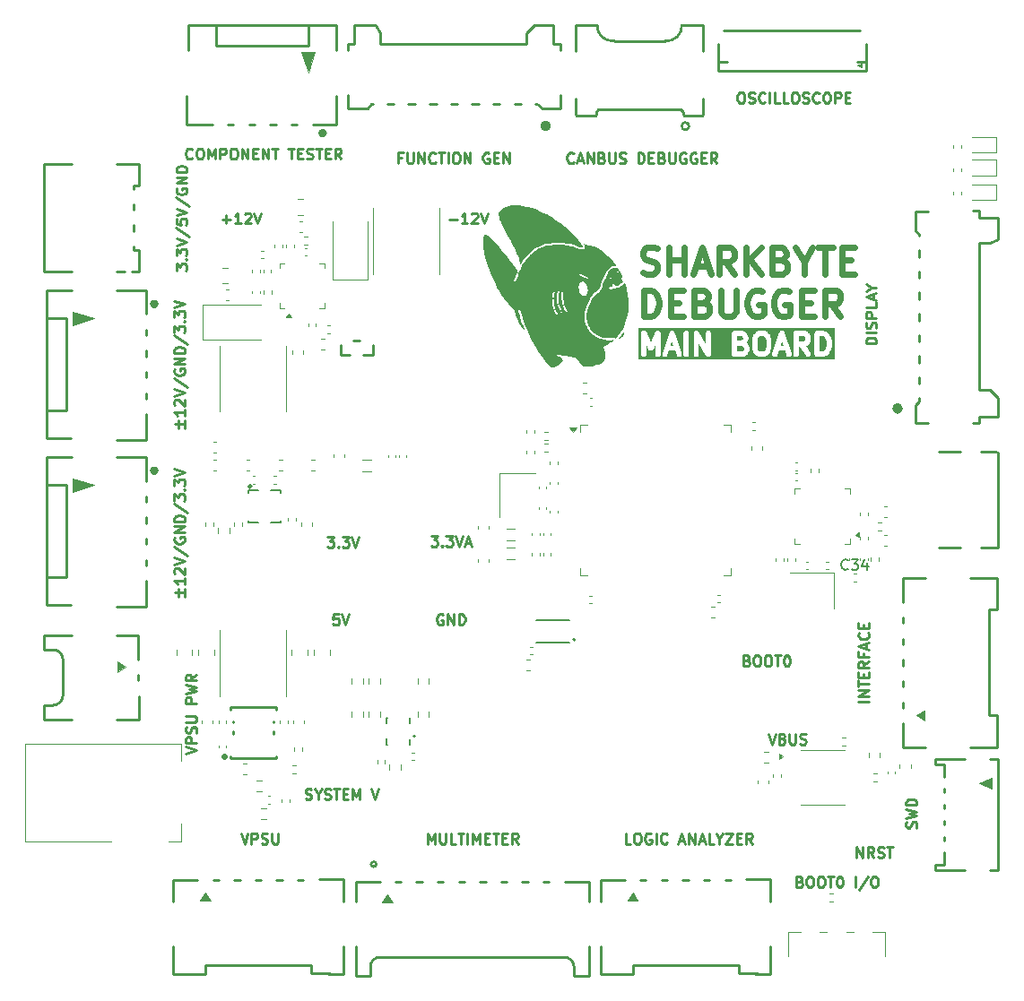
<source format=gbr>
%TF.GenerationSoftware,KiCad,Pcbnew,9.0.6*%
%TF.CreationDate,2026-01-15T20:05:28-05:00*%
%TF.ProjectId,DebuggingBoard,44656275-6767-4696-9e67-426f6172642e,rev?*%
%TF.SameCoordinates,Original*%
%TF.FileFunction,Legend,Top*%
%TF.FilePolarity,Positive*%
%FSLAX46Y46*%
G04 Gerber Fmt 4.6, Leading zero omitted, Abs format (unit mm)*
G04 Created by KiCad (PCBNEW 9.0.6) date 2026-01-15 20:05:28*
%MOMM*%
%LPD*%
G01*
G04 APERTURE LIST*
%ADD10C,0.250000*%
%ADD11C,0.625000*%
%ADD12C,0.500000*%
%ADD13C,0.150000*%
%ADD14C,0.254001*%
%ADD15C,0.120000*%
%ADD16C,0.000000*%
%ADD17C,0.400000*%
%ADD18C,0.200000*%
G04 APERTURE END LIST*
D10*
X83164619Y-113940288D02*
X84164619Y-113606955D01*
X84164619Y-113606955D02*
X83164619Y-113273622D01*
X84164619Y-112940288D02*
X83164619Y-112940288D01*
X83164619Y-112940288D02*
X83164619Y-112559336D01*
X83164619Y-112559336D02*
X83212238Y-112464098D01*
X83212238Y-112464098D02*
X83259857Y-112416479D01*
X83259857Y-112416479D02*
X83355095Y-112368860D01*
X83355095Y-112368860D02*
X83497952Y-112368860D01*
X83497952Y-112368860D02*
X83593190Y-112416479D01*
X83593190Y-112416479D02*
X83640809Y-112464098D01*
X83640809Y-112464098D02*
X83688428Y-112559336D01*
X83688428Y-112559336D02*
X83688428Y-112940288D01*
X84117000Y-111987907D02*
X84164619Y-111845050D01*
X84164619Y-111845050D02*
X84164619Y-111606955D01*
X84164619Y-111606955D02*
X84117000Y-111511717D01*
X84117000Y-111511717D02*
X84069380Y-111464098D01*
X84069380Y-111464098D02*
X83974142Y-111416479D01*
X83974142Y-111416479D02*
X83878904Y-111416479D01*
X83878904Y-111416479D02*
X83783666Y-111464098D01*
X83783666Y-111464098D02*
X83736047Y-111511717D01*
X83736047Y-111511717D02*
X83688428Y-111606955D01*
X83688428Y-111606955D02*
X83640809Y-111797431D01*
X83640809Y-111797431D02*
X83593190Y-111892669D01*
X83593190Y-111892669D02*
X83545571Y-111940288D01*
X83545571Y-111940288D02*
X83450333Y-111987907D01*
X83450333Y-111987907D02*
X83355095Y-111987907D01*
X83355095Y-111987907D02*
X83259857Y-111940288D01*
X83259857Y-111940288D02*
X83212238Y-111892669D01*
X83212238Y-111892669D02*
X83164619Y-111797431D01*
X83164619Y-111797431D02*
X83164619Y-111559336D01*
X83164619Y-111559336D02*
X83212238Y-111416479D01*
X83164619Y-110987907D02*
X83974142Y-110987907D01*
X83974142Y-110987907D02*
X84069380Y-110940288D01*
X84069380Y-110940288D02*
X84117000Y-110892669D01*
X84117000Y-110892669D02*
X84164619Y-110797431D01*
X84164619Y-110797431D02*
X84164619Y-110606955D01*
X84164619Y-110606955D02*
X84117000Y-110511717D01*
X84117000Y-110511717D02*
X84069380Y-110464098D01*
X84069380Y-110464098D02*
X83974142Y-110416479D01*
X83974142Y-110416479D02*
X83164619Y-110416479D01*
X84164619Y-109178383D02*
X83164619Y-109178383D01*
X83164619Y-109178383D02*
X83164619Y-108797431D01*
X83164619Y-108797431D02*
X83212238Y-108702193D01*
X83212238Y-108702193D02*
X83259857Y-108654574D01*
X83259857Y-108654574D02*
X83355095Y-108606955D01*
X83355095Y-108606955D02*
X83497952Y-108606955D01*
X83497952Y-108606955D02*
X83593190Y-108654574D01*
X83593190Y-108654574D02*
X83640809Y-108702193D01*
X83640809Y-108702193D02*
X83688428Y-108797431D01*
X83688428Y-108797431D02*
X83688428Y-109178383D01*
X83164619Y-108273621D02*
X84164619Y-108035526D01*
X84164619Y-108035526D02*
X83450333Y-107845050D01*
X83450333Y-107845050D02*
X84164619Y-107654574D01*
X84164619Y-107654574D02*
X83164619Y-107416479D01*
X84164619Y-106464098D02*
X83688428Y-106797431D01*
X84164619Y-107035526D02*
X83164619Y-107035526D01*
X83164619Y-107035526D02*
X83164619Y-106654574D01*
X83164619Y-106654574D02*
X83212238Y-106559336D01*
X83212238Y-106559336D02*
X83259857Y-106511717D01*
X83259857Y-106511717D02*
X83355095Y-106464098D01*
X83355095Y-106464098D02*
X83497952Y-106464098D01*
X83497952Y-106464098D02*
X83593190Y-106511717D01*
X83593190Y-106511717D02*
X83640809Y-106559336D01*
X83640809Y-106559336D02*
X83688428Y-106654574D01*
X83688428Y-106654574D02*
X83688428Y-107035526D01*
D11*
X126287374Y-68500050D02*
X126644517Y-68619097D01*
X126644517Y-68619097D02*
X127239755Y-68619097D01*
X127239755Y-68619097D02*
X127477850Y-68500050D01*
X127477850Y-68500050D02*
X127596898Y-68381002D01*
X127596898Y-68381002D02*
X127715945Y-68142907D01*
X127715945Y-68142907D02*
X127715945Y-67904811D01*
X127715945Y-67904811D02*
X127596898Y-67666716D01*
X127596898Y-67666716D02*
X127477850Y-67547669D01*
X127477850Y-67547669D02*
X127239755Y-67428621D01*
X127239755Y-67428621D02*
X126763564Y-67309573D01*
X126763564Y-67309573D02*
X126525469Y-67190526D01*
X126525469Y-67190526D02*
X126406422Y-67071478D01*
X126406422Y-67071478D02*
X126287374Y-66833383D01*
X126287374Y-66833383D02*
X126287374Y-66595288D01*
X126287374Y-66595288D02*
X126406422Y-66357192D01*
X126406422Y-66357192D02*
X126525469Y-66238145D01*
X126525469Y-66238145D02*
X126763564Y-66119097D01*
X126763564Y-66119097D02*
X127358803Y-66119097D01*
X127358803Y-66119097D02*
X127715945Y-66238145D01*
X128787374Y-68619097D02*
X128787374Y-66119097D01*
X128787374Y-67309573D02*
X130215945Y-67309573D01*
X130215945Y-68619097D02*
X130215945Y-66119097D01*
X131287374Y-67904811D02*
X132477850Y-67904811D01*
X131049279Y-68619097D02*
X131882612Y-66119097D01*
X131882612Y-66119097D02*
X132715945Y-68619097D01*
X134977850Y-68619097D02*
X134144517Y-67428621D01*
X133549279Y-68619097D02*
X133549279Y-66119097D01*
X133549279Y-66119097D02*
X134501660Y-66119097D01*
X134501660Y-66119097D02*
X134739755Y-66238145D01*
X134739755Y-66238145D02*
X134858802Y-66357192D01*
X134858802Y-66357192D02*
X134977850Y-66595288D01*
X134977850Y-66595288D02*
X134977850Y-66952430D01*
X134977850Y-66952430D02*
X134858802Y-67190526D01*
X134858802Y-67190526D02*
X134739755Y-67309573D01*
X134739755Y-67309573D02*
X134501660Y-67428621D01*
X134501660Y-67428621D02*
X133549279Y-67428621D01*
X136049279Y-68619097D02*
X136049279Y-66119097D01*
X137477850Y-68619097D02*
X136406421Y-67190526D01*
X137477850Y-66119097D02*
X136049279Y-67547669D01*
X139382612Y-67309573D02*
X139739755Y-67428621D01*
X139739755Y-67428621D02*
X139858802Y-67547669D01*
X139858802Y-67547669D02*
X139977850Y-67785764D01*
X139977850Y-67785764D02*
X139977850Y-68142907D01*
X139977850Y-68142907D02*
X139858802Y-68381002D01*
X139858802Y-68381002D02*
X139739755Y-68500050D01*
X139739755Y-68500050D02*
X139501660Y-68619097D01*
X139501660Y-68619097D02*
X138549279Y-68619097D01*
X138549279Y-68619097D02*
X138549279Y-66119097D01*
X138549279Y-66119097D02*
X139382612Y-66119097D01*
X139382612Y-66119097D02*
X139620707Y-66238145D01*
X139620707Y-66238145D02*
X139739755Y-66357192D01*
X139739755Y-66357192D02*
X139858802Y-66595288D01*
X139858802Y-66595288D02*
X139858802Y-66833383D01*
X139858802Y-66833383D02*
X139739755Y-67071478D01*
X139739755Y-67071478D02*
X139620707Y-67190526D01*
X139620707Y-67190526D02*
X139382612Y-67309573D01*
X139382612Y-67309573D02*
X138549279Y-67309573D01*
X141525469Y-67428621D02*
X141525469Y-68619097D01*
X140692136Y-66119097D02*
X141525469Y-67428621D01*
X141525469Y-67428621D02*
X142358802Y-66119097D01*
X142834993Y-66119097D02*
X144263564Y-66119097D01*
X143549278Y-68619097D02*
X143549278Y-66119097D01*
X145096898Y-67309573D02*
X145930231Y-67309573D01*
X146287374Y-68619097D02*
X145096898Y-68619097D01*
X145096898Y-68619097D02*
X145096898Y-66119097D01*
X145096898Y-66119097D02*
X146287374Y-66119097D01*
X126406422Y-72643957D02*
X126406422Y-70143957D01*
X126406422Y-70143957D02*
X127001660Y-70143957D01*
X127001660Y-70143957D02*
X127358803Y-70263005D01*
X127358803Y-70263005D02*
X127596898Y-70501100D01*
X127596898Y-70501100D02*
X127715945Y-70739195D01*
X127715945Y-70739195D02*
X127834993Y-71215386D01*
X127834993Y-71215386D02*
X127834993Y-71572529D01*
X127834993Y-71572529D02*
X127715945Y-72048719D01*
X127715945Y-72048719D02*
X127596898Y-72286814D01*
X127596898Y-72286814D02*
X127358803Y-72524910D01*
X127358803Y-72524910D02*
X127001660Y-72643957D01*
X127001660Y-72643957D02*
X126406422Y-72643957D01*
X128906422Y-71334433D02*
X129739755Y-71334433D01*
X130096898Y-72643957D02*
X128906422Y-72643957D01*
X128906422Y-72643957D02*
X128906422Y-70143957D01*
X128906422Y-70143957D02*
X130096898Y-70143957D01*
X132001660Y-71334433D02*
X132358803Y-71453481D01*
X132358803Y-71453481D02*
X132477850Y-71572529D01*
X132477850Y-71572529D02*
X132596898Y-71810624D01*
X132596898Y-71810624D02*
X132596898Y-72167767D01*
X132596898Y-72167767D02*
X132477850Y-72405862D01*
X132477850Y-72405862D02*
X132358803Y-72524910D01*
X132358803Y-72524910D02*
X132120708Y-72643957D01*
X132120708Y-72643957D02*
X131168327Y-72643957D01*
X131168327Y-72643957D02*
X131168327Y-70143957D01*
X131168327Y-70143957D02*
X132001660Y-70143957D01*
X132001660Y-70143957D02*
X132239755Y-70263005D01*
X132239755Y-70263005D02*
X132358803Y-70382052D01*
X132358803Y-70382052D02*
X132477850Y-70620148D01*
X132477850Y-70620148D02*
X132477850Y-70858243D01*
X132477850Y-70858243D02*
X132358803Y-71096338D01*
X132358803Y-71096338D02*
X132239755Y-71215386D01*
X132239755Y-71215386D02*
X132001660Y-71334433D01*
X132001660Y-71334433D02*
X131168327Y-71334433D01*
X133668327Y-70143957D02*
X133668327Y-72167767D01*
X133668327Y-72167767D02*
X133787374Y-72405862D01*
X133787374Y-72405862D02*
X133906422Y-72524910D01*
X133906422Y-72524910D02*
X134144517Y-72643957D01*
X134144517Y-72643957D02*
X134620708Y-72643957D01*
X134620708Y-72643957D02*
X134858803Y-72524910D01*
X134858803Y-72524910D02*
X134977850Y-72405862D01*
X134977850Y-72405862D02*
X135096898Y-72167767D01*
X135096898Y-72167767D02*
X135096898Y-70143957D01*
X137596898Y-70263005D02*
X137358803Y-70143957D01*
X137358803Y-70143957D02*
X137001660Y-70143957D01*
X137001660Y-70143957D02*
X136644517Y-70263005D01*
X136644517Y-70263005D02*
X136406422Y-70501100D01*
X136406422Y-70501100D02*
X136287375Y-70739195D01*
X136287375Y-70739195D02*
X136168327Y-71215386D01*
X136168327Y-71215386D02*
X136168327Y-71572529D01*
X136168327Y-71572529D02*
X136287375Y-72048719D01*
X136287375Y-72048719D02*
X136406422Y-72286814D01*
X136406422Y-72286814D02*
X136644517Y-72524910D01*
X136644517Y-72524910D02*
X137001660Y-72643957D01*
X137001660Y-72643957D02*
X137239756Y-72643957D01*
X137239756Y-72643957D02*
X137596898Y-72524910D01*
X137596898Y-72524910D02*
X137715946Y-72405862D01*
X137715946Y-72405862D02*
X137715946Y-71572529D01*
X137715946Y-71572529D02*
X137239756Y-71572529D01*
X140096898Y-70263005D02*
X139858803Y-70143957D01*
X139858803Y-70143957D02*
X139501660Y-70143957D01*
X139501660Y-70143957D02*
X139144517Y-70263005D01*
X139144517Y-70263005D02*
X138906422Y-70501100D01*
X138906422Y-70501100D02*
X138787375Y-70739195D01*
X138787375Y-70739195D02*
X138668327Y-71215386D01*
X138668327Y-71215386D02*
X138668327Y-71572529D01*
X138668327Y-71572529D02*
X138787375Y-72048719D01*
X138787375Y-72048719D02*
X138906422Y-72286814D01*
X138906422Y-72286814D02*
X139144517Y-72524910D01*
X139144517Y-72524910D02*
X139501660Y-72643957D01*
X139501660Y-72643957D02*
X139739756Y-72643957D01*
X139739756Y-72643957D02*
X140096898Y-72524910D01*
X140096898Y-72524910D02*
X140215946Y-72405862D01*
X140215946Y-72405862D02*
X140215946Y-71572529D01*
X140215946Y-71572529D02*
X139739756Y-71572529D01*
X141287375Y-71334433D02*
X142120708Y-71334433D01*
X142477851Y-72643957D02*
X141287375Y-72643957D01*
X141287375Y-72643957D02*
X141287375Y-70143957D01*
X141287375Y-70143957D02*
X142477851Y-70143957D01*
X144977851Y-72643957D02*
X144144518Y-71453481D01*
X143549280Y-72643957D02*
X143549280Y-70143957D01*
X143549280Y-70143957D02*
X144501661Y-70143957D01*
X144501661Y-70143957D02*
X144739756Y-70263005D01*
X144739756Y-70263005D02*
X144858803Y-70382052D01*
X144858803Y-70382052D02*
X144977851Y-70620148D01*
X144977851Y-70620148D02*
X144977851Y-70977290D01*
X144977851Y-70977290D02*
X144858803Y-71215386D01*
X144858803Y-71215386D02*
X144739756Y-71334433D01*
X144739756Y-71334433D02*
X144501661Y-71453481D01*
X144501661Y-71453481D02*
X143549280Y-71453481D01*
D12*
G36*
X135793901Y-75477775D02*
G01*
X135818721Y-75502595D01*
X135869423Y-75603998D01*
X135869423Y-75771677D01*
X135818720Y-75873082D01*
X135780856Y-75910947D01*
X135679454Y-75961648D01*
X135226566Y-75961648D01*
X135226566Y-75414029D01*
X135602663Y-75414029D01*
X135793901Y-75477775D01*
G37*
G36*
X135685618Y-74512349D02*
G01*
X135723483Y-74550214D01*
X135774185Y-74651617D01*
X135774185Y-74724058D01*
X135723483Y-74825461D01*
X135685616Y-74863328D01*
X135584216Y-74914029D01*
X135226566Y-74914029D01*
X135226566Y-74461648D01*
X135584216Y-74461648D01*
X135685618Y-74512349D01*
G37*
G36*
X137780856Y-74512349D02*
G01*
X137893681Y-74625174D01*
X137964661Y-74909092D01*
X137964661Y-75514203D01*
X137893681Y-75798122D01*
X137780857Y-75910946D01*
X137679454Y-75961648D01*
X137416536Y-75961648D01*
X137315132Y-75910946D01*
X137202307Y-75798121D01*
X137131328Y-75514203D01*
X137131328Y-74909092D01*
X137202307Y-74625174D01*
X137315132Y-74512349D01*
X137416536Y-74461648D01*
X137679454Y-74461648D01*
X137780856Y-74512349D01*
G37*
G36*
X143412949Y-74525394D02*
G01*
X143533007Y-74645452D01*
X143597828Y-74775095D01*
X143678947Y-75099568D01*
X143678947Y-75323727D01*
X143597828Y-75648199D01*
X143533006Y-75777844D01*
X143412950Y-75897901D01*
X143221710Y-75961648D01*
X143036090Y-75961648D01*
X143036090Y-74461648D01*
X143221710Y-74461648D01*
X143412949Y-74525394D01*
G37*
G36*
X141590380Y-74512349D02*
G01*
X141628245Y-74550214D01*
X141678947Y-74651617D01*
X141678947Y-74819296D01*
X141628244Y-74920701D01*
X141590380Y-74958566D01*
X141488978Y-75009267D01*
X141036090Y-75009267D01*
X141036090Y-74461648D01*
X141488978Y-74461648D01*
X141590380Y-74512349D01*
G37*
G36*
X129201137Y-75390219D02*
G01*
X128942470Y-75390219D01*
X129071803Y-75002218D01*
X129201137Y-75390219D01*
G37*
G36*
X139582090Y-75390219D02*
G01*
X139323423Y-75390219D01*
X139452756Y-75002218D01*
X139582090Y-75390219D01*
G37*
G36*
X144428947Y-76711648D02*
G01*
X125905137Y-76711648D01*
X125905137Y-74211648D01*
X126155137Y-74211648D01*
X126155137Y-76211648D01*
X126159941Y-76260421D01*
X126197270Y-76350541D01*
X126266244Y-76419515D01*
X126356364Y-76456844D01*
X126453910Y-76456844D01*
X126544030Y-76419515D01*
X126613004Y-76350541D01*
X126650333Y-76260421D01*
X126655137Y-76211648D01*
X126655137Y-75338538D01*
X126845258Y-75745941D01*
X126855839Y-75763802D01*
X126858038Y-75769849D01*
X126861955Y-75774126D01*
X126870237Y-75788106D01*
X126898259Y-75813768D01*
X126923917Y-75841786D01*
X126933980Y-75846482D01*
X126942174Y-75853986D01*
X126977891Y-75866973D01*
X127012312Y-75883037D01*
X127023405Y-75883524D01*
X127033846Y-75887321D01*
X127071811Y-75885652D01*
X127109763Y-75887320D01*
X127120199Y-75883524D01*
X127131297Y-75883037D01*
X127165727Y-75866969D01*
X127201434Y-75853985D01*
X127209625Y-75846483D01*
X127219691Y-75841786D01*
X127245353Y-75813763D01*
X127273371Y-75788106D01*
X127281650Y-75774130D01*
X127285571Y-75769849D01*
X127287771Y-75763796D01*
X127298350Y-75745940D01*
X127488470Y-75338540D01*
X127488470Y-76211648D01*
X127493274Y-76260421D01*
X127530603Y-76350541D01*
X127599577Y-76419515D01*
X127689697Y-76456844D01*
X127787243Y-76456844D01*
X127877363Y-76419515D01*
X127946337Y-76350541D01*
X127983666Y-76260421D01*
X127988470Y-76211648D01*
X127988470Y-76180380D01*
X128157100Y-76180380D01*
X128164015Y-76277680D01*
X128207638Y-76364926D01*
X128281329Y-76428838D01*
X128373869Y-76459685D01*
X128471169Y-76452770D01*
X128558415Y-76409147D01*
X128622327Y-76335456D01*
X128642308Y-76290705D01*
X128775803Y-75890219D01*
X129367804Y-75890219D01*
X129501299Y-76290705D01*
X129521280Y-76335456D01*
X129585192Y-76409147D01*
X129672438Y-76452770D01*
X129769738Y-76459685D01*
X129862278Y-76428838D01*
X129935969Y-76364926D01*
X129979592Y-76277680D01*
X129986507Y-76180380D01*
X129975641Y-76132591D01*
X129335326Y-74211648D01*
X130155137Y-74211648D01*
X130155137Y-76211648D01*
X130159941Y-76260421D01*
X130197270Y-76350541D01*
X130266244Y-76419515D01*
X130356364Y-76456844D01*
X130453910Y-76456844D01*
X130544030Y-76419515D01*
X130613004Y-76350541D01*
X130650333Y-76260421D01*
X130655137Y-76211648D01*
X130655137Y-74211648D01*
X131107518Y-74211648D01*
X131107518Y-76211648D01*
X131112322Y-76260421D01*
X131149651Y-76350541D01*
X131218625Y-76419515D01*
X131308745Y-76456844D01*
X131406291Y-76456844D01*
X131496411Y-76419515D01*
X131565385Y-76350541D01*
X131602714Y-76260421D01*
X131607518Y-76211648D01*
X131607518Y-75153039D01*
X132283314Y-76335683D01*
X132290611Y-76345963D01*
X132292508Y-76350541D01*
X132297173Y-76355206D01*
X132311683Y-76375646D01*
X132337971Y-76396004D01*
X132361482Y-76419515D01*
X132376205Y-76425613D01*
X132388806Y-76435372D01*
X132420885Y-76444120D01*
X132451602Y-76456844D01*
X132467538Y-76456844D01*
X132482913Y-76461037D01*
X132515897Y-76456844D01*
X132549148Y-76456844D01*
X132563870Y-76450745D01*
X132579679Y-76448736D01*
X132608545Y-76432240D01*
X132639268Y-76419515D01*
X132650538Y-76408244D01*
X132664373Y-76400339D01*
X132684729Y-76374053D01*
X132708242Y-76350541D01*
X132714340Y-76335817D01*
X132724099Y-76323217D01*
X132732847Y-76291137D01*
X132745571Y-76260421D01*
X132748028Y-76235475D01*
X132749764Y-76229110D01*
X132749139Y-76224194D01*
X132750375Y-76211648D01*
X132750375Y-74211648D01*
X134726566Y-74211648D01*
X134726566Y-76211648D01*
X134731370Y-76260421D01*
X134768699Y-76350541D01*
X134837673Y-76419515D01*
X134927793Y-76456844D01*
X134976566Y-76461648D01*
X135738471Y-76461648D01*
X135787244Y-76456844D01*
X135795542Y-76453406D01*
X135804502Y-76452770D01*
X135850274Y-76435255D01*
X136040751Y-76340017D01*
X136061742Y-76326802D01*
X136067840Y-76324277D01*
X136074707Y-76318640D01*
X136082226Y-76313908D01*
X136086550Y-76308922D01*
X136105725Y-76293186D01*
X136200963Y-76197946D01*
X136216696Y-76178774D01*
X136221683Y-76174450D01*
X136226414Y-76166933D01*
X136232054Y-76160062D01*
X136234581Y-76153959D01*
X136247792Y-76132974D01*
X136343030Y-75942498D01*
X136360545Y-75896726D01*
X136361181Y-75887766D01*
X136364619Y-75879468D01*
X136369423Y-75830695D01*
X136369423Y-75544981D01*
X136364619Y-75496208D01*
X136361181Y-75487909D01*
X136360545Y-75478950D01*
X136343030Y-75433178D01*
X136247792Y-75242702D01*
X136234579Y-75221713D01*
X136232053Y-75215613D01*
X136226414Y-75208742D01*
X136221683Y-75201226D01*
X136216697Y-75196902D01*
X136200962Y-75177728D01*
X136136302Y-75113068D01*
X136136815Y-75112444D01*
X136139341Y-75106343D01*
X136152554Y-75085355D01*
X136247792Y-74894879D01*
X136254131Y-74878314D01*
X136631328Y-74878314D01*
X136631328Y-75544981D01*
X136632166Y-75553489D01*
X136631624Y-75557133D01*
X136634323Y-75575388D01*
X136636132Y-75593754D01*
X136637541Y-75597156D01*
X136638792Y-75605615D01*
X136734030Y-75986567D01*
X136750520Y-76032718D01*
X136761585Y-76047652D01*
X136768698Y-76064824D01*
X136799789Y-76102709D01*
X136990265Y-76293186D01*
X137009437Y-76308920D01*
X137013763Y-76313908D01*
X137021281Y-76318640D01*
X137028149Y-76324277D01*
X137034248Y-76326803D01*
X137055239Y-76340017D01*
X137245715Y-76435255D01*
X137291487Y-76452770D01*
X137300446Y-76453406D01*
X137308745Y-76456844D01*
X137357518Y-76461648D01*
X137738471Y-76461648D01*
X137787244Y-76456844D01*
X137795542Y-76453406D01*
X137804502Y-76452770D01*
X137850274Y-76435255D01*
X138040751Y-76340017D01*
X138061742Y-76326802D01*
X138067840Y-76324277D01*
X138074707Y-76318641D01*
X138082226Y-76313908D01*
X138086551Y-76308920D01*
X138105724Y-76293186D01*
X138218530Y-76180380D01*
X138538053Y-76180380D01*
X138544968Y-76277680D01*
X138588591Y-76364926D01*
X138662282Y-76428838D01*
X138754822Y-76459685D01*
X138852122Y-76452770D01*
X138939368Y-76409147D01*
X139003280Y-76335456D01*
X139023261Y-76290705D01*
X139156756Y-75890219D01*
X139748757Y-75890219D01*
X139882252Y-76290705D01*
X139902233Y-76335456D01*
X139966145Y-76409147D01*
X140053391Y-76452770D01*
X140150691Y-76459685D01*
X140243231Y-76428838D01*
X140316922Y-76364926D01*
X140360545Y-76277680D01*
X140367460Y-76180380D01*
X140356594Y-76132591D01*
X139716279Y-74211648D01*
X140536090Y-74211648D01*
X140536090Y-76211648D01*
X140540894Y-76260421D01*
X140578223Y-76350541D01*
X140647197Y-76419515D01*
X140737317Y-76456844D01*
X140834863Y-76456844D01*
X140924983Y-76419515D01*
X140993957Y-76350541D01*
X141031286Y-76260421D01*
X141036090Y-76211648D01*
X141036090Y-75509267D01*
X141132116Y-75509267D01*
X141724139Y-76355013D01*
X141756044Y-76392215D01*
X141838305Y-76444637D01*
X141934365Y-76461589D01*
X142029601Y-76440490D01*
X142109514Y-76384551D01*
X142161936Y-76302289D01*
X142178888Y-76206229D01*
X142157789Y-76110993D01*
X142133755Y-76068282D01*
X141707332Y-75459106D01*
X141850275Y-75387636D01*
X141871266Y-75374421D01*
X141877364Y-75371896D01*
X141884231Y-75366259D01*
X141891750Y-75361527D01*
X141896074Y-75356541D01*
X141915249Y-75340805D01*
X142010487Y-75245565D01*
X142026220Y-75226393D01*
X142031207Y-75222069D01*
X142035938Y-75214552D01*
X142041578Y-75207681D01*
X142044105Y-75201578D01*
X142057316Y-75180593D01*
X142152554Y-74990117D01*
X142170069Y-74944345D01*
X142170705Y-74935385D01*
X142174143Y-74927087D01*
X142178947Y-74878314D01*
X142178947Y-74592600D01*
X142174143Y-74543827D01*
X142170705Y-74535528D01*
X142170069Y-74526569D01*
X142152554Y-74480797D01*
X142057316Y-74290321D01*
X142044103Y-74269332D01*
X142041577Y-74263232D01*
X142035938Y-74256361D01*
X142031207Y-74248845D01*
X142026221Y-74244521D01*
X142010486Y-74225347D01*
X141996787Y-74211648D01*
X142536090Y-74211648D01*
X142536090Y-76211648D01*
X142540894Y-76260421D01*
X142578223Y-76350541D01*
X142647197Y-76419515D01*
X142737317Y-76456844D01*
X142786090Y-76461648D01*
X143262280Y-76461648D01*
X143286961Y-76459216D01*
X143293547Y-76459685D01*
X143302212Y-76457714D01*
X143311053Y-76456844D01*
X143317150Y-76454318D01*
X143341337Y-76448819D01*
X143627052Y-76353581D01*
X143671803Y-76333600D01*
X143678588Y-76327714D01*
X143686888Y-76324277D01*
X143724772Y-76293186D01*
X143915248Y-76102710D01*
X143930983Y-76083535D01*
X143935969Y-76079212D01*
X143940700Y-76071695D01*
X143946339Y-76064825D01*
X143948865Y-76058724D01*
X143962078Y-76037736D01*
X144057316Y-75847260D01*
X144058681Y-75843692D01*
X144059755Y-75842243D01*
X144067070Y-75821769D01*
X144074831Y-75801488D01*
X144074958Y-75799691D01*
X144076245Y-75796091D01*
X144171483Y-75415139D01*
X144172733Y-75406680D01*
X144174143Y-75403278D01*
X144175951Y-75384912D01*
X144178651Y-75366657D01*
X144178108Y-75363013D01*
X144178947Y-75354505D01*
X144178947Y-75068790D01*
X144178108Y-75060281D01*
X144178651Y-75056638D01*
X144175951Y-75038382D01*
X144174143Y-75020017D01*
X144172733Y-75016614D01*
X144171483Y-75008156D01*
X144076245Y-74627204D01*
X144074958Y-74623603D01*
X144074831Y-74621807D01*
X144067070Y-74601525D01*
X144059755Y-74581052D01*
X144058681Y-74579602D01*
X144057316Y-74576035D01*
X143962078Y-74385559D01*
X143948866Y-74364570D01*
X143946339Y-74358470D01*
X143940700Y-74351599D01*
X143935969Y-74344083D01*
X143930983Y-74339759D01*
X143915248Y-74320585D01*
X143724772Y-74130109D01*
X143686887Y-74099019D01*
X143678589Y-74095582D01*
X143671803Y-74089696D01*
X143627052Y-74069715D01*
X143341337Y-73974477D01*
X143317150Y-73968977D01*
X143311053Y-73966452D01*
X143302212Y-73965581D01*
X143293547Y-73963611D01*
X143286961Y-73964079D01*
X143262280Y-73961648D01*
X142786090Y-73961648D01*
X142737317Y-73966452D01*
X142647197Y-74003781D01*
X142578223Y-74072755D01*
X142540894Y-74162875D01*
X142536090Y-74211648D01*
X141996787Y-74211648D01*
X141915248Y-74130109D01*
X141896075Y-74114375D01*
X141891750Y-74109388D01*
X141884228Y-74104653D01*
X141877363Y-74099019D01*
X141871268Y-74096494D01*
X141850275Y-74083279D01*
X141659798Y-73988041D01*
X141614026Y-73970526D01*
X141605066Y-73969889D01*
X141596768Y-73966452D01*
X141547995Y-73961648D01*
X140786090Y-73961648D01*
X140737317Y-73966452D01*
X140647197Y-74003781D01*
X140578223Y-74072755D01*
X140540894Y-74162875D01*
X140536090Y-74211648D01*
X139716279Y-74211648D01*
X139689927Y-74132591D01*
X139669946Y-74087840D01*
X139658243Y-74074346D01*
X139650255Y-74058370D01*
X139626573Y-74037830D01*
X139606034Y-74014149D01*
X139590057Y-74006160D01*
X139576564Y-73994458D01*
X139546827Y-73984545D01*
X139518788Y-73970526D01*
X139500969Y-73969259D01*
X139484024Y-73963611D01*
X139452756Y-73965833D01*
X139421488Y-73963611D01*
X139404542Y-73969259D01*
X139386724Y-73970526D01*
X139358684Y-73984545D01*
X139328948Y-73994458D01*
X139315454Y-74006160D01*
X139299478Y-74014149D01*
X139278938Y-74037830D01*
X139255257Y-74058370D01*
X139247268Y-74074346D01*
X139235566Y-74087840D01*
X139215585Y-74132591D01*
X138548919Y-76132591D01*
X138538053Y-76180380D01*
X138218530Y-76180380D01*
X138296200Y-76102710D01*
X138327291Y-76064825D01*
X138334403Y-76047652D01*
X138345469Y-76032719D01*
X138361959Y-75986567D01*
X138457197Y-75605615D01*
X138458447Y-75597156D01*
X138459857Y-75593754D01*
X138461665Y-75575388D01*
X138464365Y-75557133D01*
X138463822Y-75553489D01*
X138464661Y-75544981D01*
X138464661Y-74878314D01*
X138463822Y-74869805D01*
X138464365Y-74866162D01*
X138461665Y-74847906D01*
X138459857Y-74829541D01*
X138458447Y-74826138D01*
X138457197Y-74817680D01*
X138361959Y-74436728D01*
X138345469Y-74390576D01*
X138334404Y-74375642D01*
X138327291Y-74358470D01*
X138296200Y-74320585D01*
X138105724Y-74130109D01*
X138086551Y-74114375D01*
X138082226Y-74109388D01*
X138074704Y-74104653D01*
X138067839Y-74099019D01*
X138061744Y-74096494D01*
X138040751Y-74083279D01*
X137850274Y-73988041D01*
X137804502Y-73970526D01*
X137795542Y-73969889D01*
X137787244Y-73966452D01*
X137738471Y-73961648D01*
X137357518Y-73961648D01*
X137308745Y-73966452D01*
X137300446Y-73969889D01*
X137291487Y-73970526D01*
X137245715Y-73988041D01*
X137055239Y-74083279D01*
X137034250Y-74096490D01*
X137028150Y-74099018D01*
X137021279Y-74104656D01*
X137013763Y-74109388D01*
X137009439Y-74114373D01*
X136990265Y-74130109D01*
X136799789Y-74320585D01*
X136768699Y-74358470D01*
X136761586Y-74375641D01*
X136750520Y-74390577D01*
X136734030Y-74436728D01*
X136638792Y-74817680D01*
X136637541Y-74826138D01*
X136636132Y-74829541D01*
X136634323Y-74847906D01*
X136631624Y-74866162D01*
X136632166Y-74869805D01*
X136631328Y-74878314D01*
X136254131Y-74878314D01*
X136265307Y-74849107D01*
X136265943Y-74840147D01*
X136269381Y-74831849D01*
X136274185Y-74783076D01*
X136274185Y-74592600D01*
X136269381Y-74543827D01*
X136265943Y-74535528D01*
X136265307Y-74526569D01*
X136247792Y-74480797D01*
X136152554Y-74290321D01*
X136139341Y-74269332D01*
X136136815Y-74263232D01*
X136131176Y-74256361D01*
X136126445Y-74248845D01*
X136121459Y-74244521D01*
X136105724Y-74225347D01*
X136010486Y-74130109D01*
X135991313Y-74114375D01*
X135986988Y-74109388D01*
X135979466Y-74104653D01*
X135972601Y-74099019D01*
X135966506Y-74096494D01*
X135945513Y-74083279D01*
X135755036Y-73988041D01*
X135709264Y-73970526D01*
X135700304Y-73969889D01*
X135692006Y-73966452D01*
X135643233Y-73961648D01*
X134976566Y-73961648D01*
X134927793Y-73966452D01*
X134837673Y-74003781D01*
X134768699Y-74072755D01*
X134731370Y-74162875D01*
X134726566Y-74211648D01*
X132750375Y-74211648D01*
X132745571Y-74162875D01*
X132708242Y-74072755D01*
X132639268Y-74003781D01*
X132549148Y-73966452D01*
X132451602Y-73966452D01*
X132361482Y-74003781D01*
X132292508Y-74072755D01*
X132255179Y-74162875D01*
X132250375Y-74211648D01*
X132250375Y-75270256D01*
X131574579Y-74087613D01*
X131567281Y-74077332D01*
X131565385Y-74072755D01*
X131560719Y-74068089D01*
X131546210Y-74047650D01*
X131519921Y-74027291D01*
X131496411Y-74003781D01*
X131481687Y-73997682D01*
X131469087Y-73987924D01*
X131437007Y-73979175D01*
X131406291Y-73966452D01*
X131390355Y-73966452D01*
X131374980Y-73962259D01*
X131341996Y-73966452D01*
X131308745Y-73966452D01*
X131294022Y-73972550D01*
X131278214Y-73974560D01*
X131249345Y-73991056D01*
X131218625Y-74003781D01*
X131207356Y-74015049D01*
X131193520Y-74022956D01*
X131173161Y-74049244D01*
X131149651Y-74072755D01*
X131143552Y-74087478D01*
X131133794Y-74100079D01*
X131125045Y-74132158D01*
X131112322Y-74162875D01*
X131109864Y-74187820D01*
X131108129Y-74194186D01*
X131108753Y-74199101D01*
X131107518Y-74211648D01*
X130655137Y-74211648D01*
X130650333Y-74162875D01*
X130613004Y-74072755D01*
X130544030Y-74003781D01*
X130453910Y-73966452D01*
X130356364Y-73966452D01*
X130266244Y-74003781D01*
X130197270Y-74072755D01*
X130159941Y-74162875D01*
X130155137Y-74211648D01*
X129335326Y-74211648D01*
X129308974Y-74132591D01*
X129288993Y-74087840D01*
X129277290Y-74074346D01*
X129269302Y-74058370D01*
X129245620Y-74037830D01*
X129225081Y-74014149D01*
X129209104Y-74006160D01*
X129195611Y-73994458D01*
X129165874Y-73984545D01*
X129137835Y-73970526D01*
X129120016Y-73969259D01*
X129103071Y-73963611D01*
X129071803Y-73965833D01*
X129040535Y-73963611D01*
X129023589Y-73969259D01*
X129005771Y-73970526D01*
X128977731Y-73984545D01*
X128947995Y-73994458D01*
X128934501Y-74006160D01*
X128918525Y-74014149D01*
X128897985Y-74037830D01*
X128874304Y-74058370D01*
X128866315Y-74074346D01*
X128854613Y-74087840D01*
X128834632Y-74132591D01*
X128167966Y-76132591D01*
X128157100Y-76180380D01*
X127988470Y-76180380D01*
X127988470Y-74211648D01*
X127985311Y-74179585D01*
X127985571Y-74173690D01*
X127984419Y-74170522D01*
X127983666Y-74162875D01*
X127967060Y-74122786D01*
X127952236Y-74082018D01*
X127948470Y-74077906D01*
X127946337Y-74072755D01*
X127915653Y-74042071D01*
X127886357Y-74010081D01*
X127881305Y-74007723D01*
X127877363Y-74003781D01*
X127837273Y-73987175D01*
X127797962Y-73968830D01*
X127792393Y-73968585D01*
X127787243Y-73966452D01*
X127743855Y-73966452D01*
X127700511Y-73964547D01*
X127695272Y-73966452D01*
X127689697Y-73966452D01*
X127649612Y-73983055D01*
X127608840Y-73997882D01*
X127604728Y-74001647D01*
X127599577Y-74003781D01*
X127568893Y-74034464D01*
X127536903Y-74063761D01*
X127532987Y-74070370D01*
X127530603Y-74072755D01*
X127528343Y-74078209D01*
X127511924Y-74105927D01*
X127071803Y-75049042D01*
X126631683Y-74105927D01*
X126615263Y-74078209D01*
X126613004Y-74072755D01*
X126610619Y-74070370D01*
X126606704Y-74063761D01*
X126574713Y-74034464D01*
X126544030Y-74003781D01*
X126538878Y-74001647D01*
X126534767Y-73997882D01*
X126493998Y-73983057D01*
X126453910Y-73966452D01*
X126448334Y-73966452D01*
X126443095Y-73964547D01*
X126399751Y-73966452D01*
X126356364Y-73966452D01*
X126351214Y-73968585D01*
X126345644Y-73968830D01*
X126306328Y-73987177D01*
X126266244Y-74003781D01*
X126262301Y-74007723D01*
X126257250Y-74010081D01*
X126227953Y-74042071D01*
X126197270Y-74072755D01*
X126195136Y-74077906D01*
X126191371Y-74082018D01*
X126176546Y-74122786D01*
X126159941Y-74162875D01*
X126159187Y-74170522D01*
X126158036Y-74173690D01*
X126158295Y-74179585D01*
X126155137Y-74211648D01*
X125905137Y-74211648D01*
X125905137Y-73711648D01*
X144428947Y-73711648D01*
X144428947Y-76711648D01*
G37*
D10*
X107426377Y-100812238D02*
X107331139Y-100764619D01*
X107331139Y-100764619D02*
X107188282Y-100764619D01*
X107188282Y-100764619D02*
X107045425Y-100812238D01*
X107045425Y-100812238D02*
X106950187Y-100907476D01*
X106950187Y-100907476D02*
X106902568Y-101002714D01*
X106902568Y-101002714D02*
X106854949Y-101193190D01*
X106854949Y-101193190D02*
X106854949Y-101336047D01*
X106854949Y-101336047D02*
X106902568Y-101526523D01*
X106902568Y-101526523D02*
X106950187Y-101621761D01*
X106950187Y-101621761D02*
X107045425Y-101717000D01*
X107045425Y-101717000D02*
X107188282Y-101764619D01*
X107188282Y-101764619D02*
X107283520Y-101764619D01*
X107283520Y-101764619D02*
X107426377Y-101717000D01*
X107426377Y-101717000D02*
X107473996Y-101669380D01*
X107473996Y-101669380D02*
X107473996Y-101336047D01*
X107473996Y-101336047D02*
X107283520Y-101336047D01*
X107902568Y-101764619D02*
X107902568Y-100764619D01*
X107902568Y-100764619D02*
X108473996Y-101764619D01*
X108473996Y-101764619D02*
X108473996Y-100764619D01*
X108950187Y-101764619D02*
X108950187Y-100764619D01*
X108950187Y-100764619D02*
X109188282Y-100764619D01*
X109188282Y-100764619D02*
X109331139Y-100812238D01*
X109331139Y-100812238D02*
X109426377Y-100907476D01*
X109426377Y-100907476D02*
X109473996Y-101002714D01*
X109473996Y-101002714D02*
X109521615Y-101193190D01*
X109521615Y-101193190D02*
X109521615Y-101336047D01*
X109521615Y-101336047D02*
X109473996Y-101526523D01*
X109473996Y-101526523D02*
X109426377Y-101621761D01*
X109426377Y-101621761D02*
X109331139Y-101717000D01*
X109331139Y-101717000D02*
X109188282Y-101764619D01*
X109188282Y-101764619D02*
X108950187Y-101764619D01*
X136135901Y-105140809D02*
X136278758Y-105188428D01*
X136278758Y-105188428D02*
X136326377Y-105236047D01*
X136326377Y-105236047D02*
X136373996Y-105331285D01*
X136373996Y-105331285D02*
X136373996Y-105474142D01*
X136373996Y-105474142D02*
X136326377Y-105569380D01*
X136326377Y-105569380D02*
X136278758Y-105617000D01*
X136278758Y-105617000D02*
X136183520Y-105664619D01*
X136183520Y-105664619D02*
X135802568Y-105664619D01*
X135802568Y-105664619D02*
X135802568Y-104664619D01*
X135802568Y-104664619D02*
X136135901Y-104664619D01*
X136135901Y-104664619D02*
X136231139Y-104712238D01*
X136231139Y-104712238D02*
X136278758Y-104759857D01*
X136278758Y-104759857D02*
X136326377Y-104855095D01*
X136326377Y-104855095D02*
X136326377Y-104950333D01*
X136326377Y-104950333D02*
X136278758Y-105045571D01*
X136278758Y-105045571D02*
X136231139Y-105093190D01*
X136231139Y-105093190D02*
X136135901Y-105140809D01*
X136135901Y-105140809D02*
X135802568Y-105140809D01*
X136993044Y-104664619D02*
X137183520Y-104664619D01*
X137183520Y-104664619D02*
X137278758Y-104712238D01*
X137278758Y-104712238D02*
X137373996Y-104807476D01*
X137373996Y-104807476D02*
X137421615Y-104997952D01*
X137421615Y-104997952D02*
X137421615Y-105331285D01*
X137421615Y-105331285D02*
X137373996Y-105521761D01*
X137373996Y-105521761D02*
X137278758Y-105617000D01*
X137278758Y-105617000D02*
X137183520Y-105664619D01*
X137183520Y-105664619D02*
X136993044Y-105664619D01*
X136993044Y-105664619D02*
X136897806Y-105617000D01*
X136897806Y-105617000D02*
X136802568Y-105521761D01*
X136802568Y-105521761D02*
X136754949Y-105331285D01*
X136754949Y-105331285D02*
X136754949Y-104997952D01*
X136754949Y-104997952D02*
X136802568Y-104807476D01*
X136802568Y-104807476D02*
X136897806Y-104712238D01*
X136897806Y-104712238D02*
X136993044Y-104664619D01*
X138040663Y-104664619D02*
X138231139Y-104664619D01*
X138231139Y-104664619D02*
X138326377Y-104712238D01*
X138326377Y-104712238D02*
X138421615Y-104807476D01*
X138421615Y-104807476D02*
X138469234Y-104997952D01*
X138469234Y-104997952D02*
X138469234Y-105331285D01*
X138469234Y-105331285D02*
X138421615Y-105521761D01*
X138421615Y-105521761D02*
X138326377Y-105617000D01*
X138326377Y-105617000D02*
X138231139Y-105664619D01*
X138231139Y-105664619D02*
X138040663Y-105664619D01*
X138040663Y-105664619D02*
X137945425Y-105617000D01*
X137945425Y-105617000D02*
X137850187Y-105521761D01*
X137850187Y-105521761D02*
X137802568Y-105331285D01*
X137802568Y-105331285D02*
X137802568Y-104997952D01*
X137802568Y-104997952D02*
X137850187Y-104807476D01*
X137850187Y-104807476D02*
X137945425Y-104712238D01*
X137945425Y-104712238D02*
X138040663Y-104664619D01*
X138754949Y-104664619D02*
X139326377Y-104664619D01*
X139040663Y-105664619D02*
X139040663Y-104664619D01*
X139850187Y-104664619D02*
X139945425Y-104664619D01*
X139945425Y-104664619D02*
X140040663Y-104712238D01*
X140040663Y-104712238D02*
X140088282Y-104759857D01*
X140088282Y-104759857D02*
X140135901Y-104855095D01*
X140135901Y-104855095D02*
X140183520Y-105045571D01*
X140183520Y-105045571D02*
X140183520Y-105283666D01*
X140183520Y-105283666D02*
X140135901Y-105474142D01*
X140135901Y-105474142D02*
X140088282Y-105569380D01*
X140088282Y-105569380D02*
X140040663Y-105617000D01*
X140040663Y-105617000D02*
X139945425Y-105664619D01*
X139945425Y-105664619D02*
X139850187Y-105664619D01*
X139850187Y-105664619D02*
X139754949Y-105617000D01*
X139754949Y-105617000D02*
X139707330Y-105569380D01*
X139707330Y-105569380D02*
X139659711Y-105474142D01*
X139659711Y-105474142D02*
X139612092Y-105283666D01*
X139612092Y-105283666D02*
X139612092Y-105045571D01*
X139612092Y-105045571D02*
X139659711Y-104855095D01*
X139659711Y-104855095D02*
X139707330Y-104759857D01*
X139707330Y-104759857D02*
X139754949Y-104712238D01*
X139754949Y-104712238D02*
X139850187Y-104664619D01*
X146502568Y-123764619D02*
X146502568Y-122764619D01*
X146502568Y-122764619D02*
X147073996Y-123764619D01*
X147073996Y-123764619D02*
X147073996Y-122764619D01*
X148121615Y-123764619D02*
X147788282Y-123288428D01*
X147550187Y-123764619D02*
X147550187Y-122764619D01*
X147550187Y-122764619D02*
X147931139Y-122764619D01*
X147931139Y-122764619D02*
X148026377Y-122812238D01*
X148026377Y-122812238D02*
X148073996Y-122859857D01*
X148073996Y-122859857D02*
X148121615Y-122955095D01*
X148121615Y-122955095D02*
X148121615Y-123097952D01*
X148121615Y-123097952D02*
X148073996Y-123193190D01*
X148073996Y-123193190D02*
X148026377Y-123240809D01*
X148026377Y-123240809D02*
X147931139Y-123288428D01*
X147931139Y-123288428D02*
X147550187Y-123288428D01*
X148502568Y-123717000D02*
X148645425Y-123764619D01*
X148645425Y-123764619D02*
X148883520Y-123764619D01*
X148883520Y-123764619D02*
X148978758Y-123717000D01*
X148978758Y-123717000D02*
X149026377Y-123669380D01*
X149026377Y-123669380D02*
X149073996Y-123574142D01*
X149073996Y-123574142D02*
X149073996Y-123478904D01*
X149073996Y-123478904D02*
X149026377Y-123383666D01*
X149026377Y-123383666D02*
X148978758Y-123336047D01*
X148978758Y-123336047D02*
X148883520Y-123288428D01*
X148883520Y-123288428D02*
X148693044Y-123240809D01*
X148693044Y-123240809D02*
X148597806Y-123193190D01*
X148597806Y-123193190D02*
X148550187Y-123145571D01*
X148550187Y-123145571D02*
X148502568Y-123050333D01*
X148502568Y-123050333D02*
X148502568Y-122955095D01*
X148502568Y-122955095D02*
X148550187Y-122859857D01*
X148550187Y-122859857D02*
X148597806Y-122812238D01*
X148597806Y-122812238D02*
X148693044Y-122764619D01*
X148693044Y-122764619D02*
X148931139Y-122764619D01*
X148931139Y-122764619D02*
X149073996Y-122812238D01*
X149359711Y-122764619D02*
X149931139Y-122764619D01*
X149645425Y-123764619D02*
X149645425Y-122764619D01*
X138159711Y-112064619D02*
X138493044Y-113064619D01*
X138493044Y-113064619D02*
X138826377Y-112064619D01*
X139493044Y-112540809D02*
X139635901Y-112588428D01*
X139635901Y-112588428D02*
X139683520Y-112636047D01*
X139683520Y-112636047D02*
X139731139Y-112731285D01*
X139731139Y-112731285D02*
X139731139Y-112874142D01*
X139731139Y-112874142D02*
X139683520Y-112969380D01*
X139683520Y-112969380D02*
X139635901Y-113017000D01*
X139635901Y-113017000D02*
X139540663Y-113064619D01*
X139540663Y-113064619D02*
X139159711Y-113064619D01*
X139159711Y-113064619D02*
X139159711Y-112064619D01*
X139159711Y-112064619D02*
X139493044Y-112064619D01*
X139493044Y-112064619D02*
X139588282Y-112112238D01*
X139588282Y-112112238D02*
X139635901Y-112159857D01*
X139635901Y-112159857D02*
X139683520Y-112255095D01*
X139683520Y-112255095D02*
X139683520Y-112350333D01*
X139683520Y-112350333D02*
X139635901Y-112445571D01*
X139635901Y-112445571D02*
X139588282Y-112493190D01*
X139588282Y-112493190D02*
X139493044Y-112540809D01*
X139493044Y-112540809D02*
X139159711Y-112540809D01*
X140159711Y-112064619D02*
X140159711Y-112874142D01*
X140159711Y-112874142D02*
X140207330Y-112969380D01*
X140207330Y-112969380D02*
X140254949Y-113017000D01*
X140254949Y-113017000D02*
X140350187Y-113064619D01*
X140350187Y-113064619D02*
X140540663Y-113064619D01*
X140540663Y-113064619D02*
X140635901Y-113017000D01*
X140635901Y-113017000D02*
X140683520Y-112969380D01*
X140683520Y-112969380D02*
X140731139Y-112874142D01*
X140731139Y-112874142D02*
X140731139Y-112064619D01*
X141159711Y-113017000D02*
X141302568Y-113064619D01*
X141302568Y-113064619D02*
X141540663Y-113064619D01*
X141540663Y-113064619D02*
X141635901Y-113017000D01*
X141635901Y-113017000D02*
X141683520Y-112969380D01*
X141683520Y-112969380D02*
X141731139Y-112874142D01*
X141731139Y-112874142D02*
X141731139Y-112778904D01*
X141731139Y-112778904D02*
X141683520Y-112683666D01*
X141683520Y-112683666D02*
X141635901Y-112636047D01*
X141635901Y-112636047D02*
X141540663Y-112588428D01*
X141540663Y-112588428D02*
X141350187Y-112540809D01*
X141350187Y-112540809D02*
X141254949Y-112493190D01*
X141254949Y-112493190D02*
X141207330Y-112445571D01*
X141207330Y-112445571D02*
X141159711Y-112350333D01*
X141159711Y-112350333D02*
X141159711Y-112255095D01*
X141159711Y-112255095D02*
X141207330Y-112159857D01*
X141207330Y-112159857D02*
X141254949Y-112112238D01*
X141254949Y-112112238D02*
X141350187Y-112064619D01*
X141350187Y-112064619D02*
X141588282Y-112064619D01*
X141588282Y-112064619D02*
X141731139Y-112112238D01*
X94454949Y-118217000D02*
X94597806Y-118264619D01*
X94597806Y-118264619D02*
X94835901Y-118264619D01*
X94835901Y-118264619D02*
X94931139Y-118217000D01*
X94931139Y-118217000D02*
X94978758Y-118169380D01*
X94978758Y-118169380D02*
X95026377Y-118074142D01*
X95026377Y-118074142D02*
X95026377Y-117978904D01*
X95026377Y-117978904D02*
X94978758Y-117883666D01*
X94978758Y-117883666D02*
X94931139Y-117836047D01*
X94931139Y-117836047D02*
X94835901Y-117788428D01*
X94835901Y-117788428D02*
X94645425Y-117740809D01*
X94645425Y-117740809D02*
X94550187Y-117693190D01*
X94550187Y-117693190D02*
X94502568Y-117645571D01*
X94502568Y-117645571D02*
X94454949Y-117550333D01*
X94454949Y-117550333D02*
X94454949Y-117455095D01*
X94454949Y-117455095D02*
X94502568Y-117359857D01*
X94502568Y-117359857D02*
X94550187Y-117312238D01*
X94550187Y-117312238D02*
X94645425Y-117264619D01*
X94645425Y-117264619D02*
X94883520Y-117264619D01*
X94883520Y-117264619D02*
X95026377Y-117312238D01*
X95645425Y-117788428D02*
X95645425Y-118264619D01*
X95312092Y-117264619D02*
X95645425Y-117788428D01*
X95645425Y-117788428D02*
X95978758Y-117264619D01*
X96264473Y-118217000D02*
X96407330Y-118264619D01*
X96407330Y-118264619D02*
X96645425Y-118264619D01*
X96645425Y-118264619D02*
X96740663Y-118217000D01*
X96740663Y-118217000D02*
X96788282Y-118169380D01*
X96788282Y-118169380D02*
X96835901Y-118074142D01*
X96835901Y-118074142D02*
X96835901Y-117978904D01*
X96835901Y-117978904D02*
X96788282Y-117883666D01*
X96788282Y-117883666D02*
X96740663Y-117836047D01*
X96740663Y-117836047D02*
X96645425Y-117788428D01*
X96645425Y-117788428D02*
X96454949Y-117740809D01*
X96454949Y-117740809D02*
X96359711Y-117693190D01*
X96359711Y-117693190D02*
X96312092Y-117645571D01*
X96312092Y-117645571D02*
X96264473Y-117550333D01*
X96264473Y-117550333D02*
X96264473Y-117455095D01*
X96264473Y-117455095D02*
X96312092Y-117359857D01*
X96312092Y-117359857D02*
X96359711Y-117312238D01*
X96359711Y-117312238D02*
X96454949Y-117264619D01*
X96454949Y-117264619D02*
X96693044Y-117264619D01*
X96693044Y-117264619D02*
X96835901Y-117312238D01*
X97121616Y-117264619D02*
X97693044Y-117264619D01*
X97407330Y-118264619D02*
X97407330Y-117264619D01*
X98026378Y-117740809D02*
X98359711Y-117740809D01*
X98502568Y-118264619D02*
X98026378Y-118264619D01*
X98026378Y-118264619D02*
X98026378Y-117264619D01*
X98026378Y-117264619D02*
X98502568Y-117264619D01*
X98931140Y-118264619D02*
X98931140Y-117264619D01*
X98931140Y-117264619D02*
X99264473Y-117978904D01*
X99264473Y-117978904D02*
X99597806Y-117264619D01*
X99597806Y-117264619D02*
X99597806Y-118264619D01*
X100693045Y-117264619D02*
X101026378Y-118264619D01*
X101026378Y-118264619D02*
X101359711Y-117264619D01*
X108002568Y-63483666D02*
X108764473Y-63483666D01*
X109764472Y-63864619D02*
X109193044Y-63864619D01*
X109478758Y-63864619D02*
X109478758Y-62864619D01*
X109478758Y-62864619D02*
X109383520Y-63007476D01*
X109383520Y-63007476D02*
X109288282Y-63102714D01*
X109288282Y-63102714D02*
X109193044Y-63150333D01*
X110145425Y-62959857D02*
X110193044Y-62912238D01*
X110193044Y-62912238D02*
X110288282Y-62864619D01*
X110288282Y-62864619D02*
X110526377Y-62864619D01*
X110526377Y-62864619D02*
X110621615Y-62912238D01*
X110621615Y-62912238D02*
X110669234Y-62959857D01*
X110669234Y-62959857D02*
X110716853Y-63055095D01*
X110716853Y-63055095D02*
X110716853Y-63150333D01*
X110716853Y-63150333D02*
X110669234Y-63293190D01*
X110669234Y-63293190D02*
X110097806Y-63864619D01*
X110097806Y-63864619D02*
X110716853Y-63864619D01*
X111002568Y-62864619D02*
X111335901Y-63864619D01*
X111335901Y-63864619D02*
X111669234Y-62864619D01*
X86602568Y-63483666D02*
X87364473Y-63483666D01*
X86983520Y-63864619D02*
X86983520Y-63102714D01*
X88364472Y-63864619D02*
X87793044Y-63864619D01*
X88078758Y-63864619D02*
X88078758Y-62864619D01*
X88078758Y-62864619D02*
X87983520Y-63007476D01*
X87983520Y-63007476D02*
X87888282Y-63102714D01*
X87888282Y-63102714D02*
X87793044Y-63150333D01*
X88745425Y-62959857D02*
X88793044Y-62912238D01*
X88793044Y-62912238D02*
X88888282Y-62864619D01*
X88888282Y-62864619D02*
X89126377Y-62864619D01*
X89126377Y-62864619D02*
X89221615Y-62912238D01*
X89221615Y-62912238D02*
X89269234Y-62959857D01*
X89269234Y-62959857D02*
X89316853Y-63055095D01*
X89316853Y-63055095D02*
X89316853Y-63150333D01*
X89316853Y-63150333D02*
X89269234Y-63293190D01*
X89269234Y-63293190D02*
X88697806Y-63864619D01*
X88697806Y-63864619D02*
X89316853Y-63864619D01*
X89602568Y-62864619D02*
X89935901Y-63864619D01*
X89935901Y-63864619D02*
X90269234Y-62864619D01*
X106307330Y-93364619D02*
X106926377Y-93364619D01*
X106926377Y-93364619D02*
X106593044Y-93745571D01*
X106593044Y-93745571D02*
X106735901Y-93745571D01*
X106735901Y-93745571D02*
X106831139Y-93793190D01*
X106831139Y-93793190D02*
X106878758Y-93840809D01*
X106878758Y-93840809D02*
X106926377Y-93936047D01*
X106926377Y-93936047D02*
X106926377Y-94174142D01*
X106926377Y-94174142D02*
X106878758Y-94269380D01*
X106878758Y-94269380D02*
X106831139Y-94317000D01*
X106831139Y-94317000D02*
X106735901Y-94364619D01*
X106735901Y-94364619D02*
X106450187Y-94364619D01*
X106450187Y-94364619D02*
X106354949Y-94317000D01*
X106354949Y-94317000D02*
X106307330Y-94269380D01*
X107354949Y-94269380D02*
X107402568Y-94317000D01*
X107402568Y-94317000D02*
X107354949Y-94364619D01*
X107354949Y-94364619D02*
X107307330Y-94317000D01*
X107307330Y-94317000D02*
X107354949Y-94269380D01*
X107354949Y-94269380D02*
X107354949Y-94364619D01*
X107735901Y-93364619D02*
X108354948Y-93364619D01*
X108354948Y-93364619D02*
X108021615Y-93745571D01*
X108021615Y-93745571D02*
X108164472Y-93745571D01*
X108164472Y-93745571D02*
X108259710Y-93793190D01*
X108259710Y-93793190D02*
X108307329Y-93840809D01*
X108307329Y-93840809D02*
X108354948Y-93936047D01*
X108354948Y-93936047D02*
X108354948Y-94174142D01*
X108354948Y-94174142D02*
X108307329Y-94269380D01*
X108307329Y-94269380D02*
X108259710Y-94317000D01*
X108259710Y-94317000D02*
X108164472Y-94364619D01*
X108164472Y-94364619D02*
X107878758Y-94364619D01*
X107878758Y-94364619D02*
X107783520Y-94317000D01*
X107783520Y-94317000D02*
X107735901Y-94269380D01*
X108640663Y-93364619D02*
X108973996Y-94364619D01*
X108973996Y-94364619D02*
X109307329Y-93364619D01*
X109593044Y-94078904D02*
X110069234Y-94078904D01*
X109497806Y-94364619D02*
X109831139Y-93364619D01*
X109831139Y-93364619D02*
X110164472Y-94364619D01*
X96507330Y-93464619D02*
X97126377Y-93464619D01*
X97126377Y-93464619D02*
X96793044Y-93845571D01*
X96793044Y-93845571D02*
X96935901Y-93845571D01*
X96935901Y-93845571D02*
X97031139Y-93893190D01*
X97031139Y-93893190D02*
X97078758Y-93940809D01*
X97078758Y-93940809D02*
X97126377Y-94036047D01*
X97126377Y-94036047D02*
X97126377Y-94274142D01*
X97126377Y-94274142D02*
X97078758Y-94369380D01*
X97078758Y-94369380D02*
X97031139Y-94417000D01*
X97031139Y-94417000D02*
X96935901Y-94464619D01*
X96935901Y-94464619D02*
X96650187Y-94464619D01*
X96650187Y-94464619D02*
X96554949Y-94417000D01*
X96554949Y-94417000D02*
X96507330Y-94369380D01*
X97554949Y-94369380D02*
X97602568Y-94417000D01*
X97602568Y-94417000D02*
X97554949Y-94464619D01*
X97554949Y-94464619D02*
X97507330Y-94417000D01*
X97507330Y-94417000D02*
X97554949Y-94369380D01*
X97554949Y-94369380D02*
X97554949Y-94464619D01*
X97935901Y-93464619D02*
X98554948Y-93464619D01*
X98554948Y-93464619D02*
X98221615Y-93845571D01*
X98221615Y-93845571D02*
X98364472Y-93845571D01*
X98364472Y-93845571D02*
X98459710Y-93893190D01*
X98459710Y-93893190D02*
X98507329Y-93940809D01*
X98507329Y-93940809D02*
X98554948Y-94036047D01*
X98554948Y-94036047D02*
X98554948Y-94274142D01*
X98554948Y-94274142D02*
X98507329Y-94369380D01*
X98507329Y-94369380D02*
X98459710Y-94417000D01*
X98459710Y-94417000D02*
X98364472Y-94464619D01*
X98364472Y-94464619D02*
X98078758Y-94464619D01*
X98078758Y-94464619D02*
X97983520Y-94417000D01*
X97983520Y-94417000D02*
X97935901Y-94369380D01*
X98840663Y-93464619D02*
X99173996Y-94464619D01*
X99173996Y-94464619D02*
X99507329Y-93464619D01*
X97578758Y-100764619D02*
X97102568Y-100764619D01*
X97102568Y-100764619D02*
X97054949Y-101240809D01*
X97054949Y-101240809D02*
X97102568Y-101193190D01*
X97102568Y-101193190D02*
X97197806Y-101145571D01*
X97197806Y-101145571D02*
X97435901Y-101145571D01*
X97435901Y-101145571D02*
X97531139Y-101193190D01*
X97531139Y-101193190D02*
X97578758Y-101240809D01*
X97578758Y-101240809D02*
X97626377Y-101336047D01*
X97626377Y-101336047D02*
X97626377Y-101574142D01*
X97626377Y-101574142D02*
X97578758Y-101669380D01*
X97578758Y-101669380D02*
X97531139Y-101717000D01*
X97531139Y-101717000D02*
X97435901Y-101764619D01*
X97435901Y-101764619D02*
X97197806Y-101764619D01*
X97197806Y-101764619D02*
X97102568Y-101717000D01*
X97102568Y-101717000D02*
X97054949Y-101669380D01*
X97912092Y-100764619D02*
X98245425Y-101764619D01*
X98245425Y-101764619D02*
X98578758Y-100764619D01*
X82493190Y-99097431D02*
X82493190Y-98335527D01*
X82874142Y-98716479D02*
X82112238Y-98716479D01*
X83064619Y-98335527D02*
X83064619Y-99097431D01*
X83064619Y-97335527D02*
X83064619Y-97906955D01*
X83064619Y-97621241D02*
X82064619Y-97621241D01*
X82064619Y-97621241D02*
X82207476Y-97716479D01*
X82207476Y-97716479D02*
X82302714Y-97811717D01*
X82302714Y-97811717D02*
X82350333Y-97906955D01*
X82159857Y-96954574D02*
X82112238Y-96906955D01*
X82112238Y-96906955D02*
X82064619Y-96811717D01*
X82064619Y-96811717D02*
X82064619Y-96573622D01*
X82064619Y-96573622D02*
X82112238Y-96478384D01*
X82112238Y-96478384D02*
X82159857Y-96430765D01*
X82159857Y-96430765D02*
X82255095Y-96383146D01*
X82255095Y-96383146D02*
X82350333Y-96383146D01*
X82350333Y-96383146D02*
X82493190Y-96430765D01*
X82493190Y-96430765D02*
X83064619Y-97002193D01*
X83064619Y-97002193D02*
X83064619Y-96383146D01*
X82064619Y-96097431D02*
X83064619Y-95764098D01*
X83064619Y-95764098D02*
X82064619Y-95430765D01*
X82017000Y-94383146D02*
X83302714Y-95240288D01*
X82112238Y-93526003D02*
X82064619Y-93621241D01*
X82064619Y-93621241D02*
X82064619Y-93764098D01*
X82064619Y-93764098D02*
X82112238Y-93906955D01*
X82112238Y-93906955D02*
X82207476Y-94002193D01*
X82207476Y-94002193D02*
X82302714Y-94049812D01*
X82302714Y-94049812D02*
X82493190Y-94097431D01*
X82493190Y-94097431D02*
X82636047Y-94097431D01*
X82636047Y-94097431D02*
X82826523Y-94049812D01*
X82826523Y-94049812D02*
X82921761Y-94002193D01*
X82921761Y-94002193D02*
X83017000Y-93906955D01*
X83017000Y-93906955D02*
X83064619Y-93764098D01*
X83064619Y-93764098D02*
X83064619Y-93668860D01*
X83064619Y-93668860D02*
X83017000Y-93526003D01*
X83017000Y-93526003D02*
X82969380Y-93478384D01*
X82969380Y-93478384D02*
X82636047Y-93478384D01*
X82636047Y-93478384D02*
X82636047Y-93668860D01*
X83064619Y-93049812D02*
X82064619Y-93049812D01*
X82064619Y-93049812D02*
X83064619Y-92478384D01*
X83064619Y-92478384D02*
X82064619Y-92478384D01*
X83064619Y-92002193D02*
X82064619Y-92002193D01*
X82064619Y-92002193D02*
X82064619Y-91764098D01*
X82064619Y-91764098D02*
X82112238Y-91621241D01*
X82112238Y-91621241D02*
X82207476Y-91526003D01*
X82207476Y-91526003D02*
X82302714Y-91478384D01*
X82302714Y-91478384D02*
X82493190Y-91430765D01*
X82493190Y-91430765D02*
X82636047Y-91430765D01*
X82636047Y-91430765D02*
X82826523Y-91478384D01*
X82826523Y-91478384D02*
X82921761Y-91526003D01*
X82921761Y-91526003D02*
X83017000Y-91621241D01*
X83017000Y-91621241D02*
X83064619Y-91764098D01*
X83064619Y-91764098D02*
X83064619Y-92002193D01*
X82017000Y-90287908D02*
X83302714Y-91145050D01*
X82064619Y-90049812D02*
X82064619Y-89430765D01*
X82064619Y-89430765D02*
X82445571Y-89764098D01*
X82445571Y-89764098D02*
X82445571Y-89621241D01*
X82445571Y-89621241D02*
X82493190Y-89526003D01*
X82493190Y-89526003D02*
X82540809Y-89478384D01*
X82540809Y-89478384D02*
X82636047Y-89430765D01*
X82636047Y-89430765D02*
X82874142Y-89430765D01*
X82874142Y-89430765D02*
X82969380Y-89478384D01*
X82969380Y-89478384D02*
X83017000Y-89526003D01*
X83017000Y-89526003D02*
X83064619Y-89621241D01*
X83064619Y-89621241D02*
X83064619Y-89906955D01*
X83064619Y-89906955D02*
X83017000Y-90002193D01*
X83017000Y-90002193D02*
X82969380Y-90049812D01*
X82969380Y-89002193D02*
X83017000Y-88954574D01*
X83017000Y-88954574D02*
X83064619Y-89002193D01*
X83064619Y-89002193D02*
X83017000Y-89049812D01*
X83017000Y-89049812D02*
X82969380Y-89002193D01*
X82969380Y-89002193D02*
X83064619Y-89002193D01*
X82064619Y-88621241D02*
X82064619Y-88002194D01*
X82064619Y-88002194D02*
X82445571Y-88335527D01*
X82445571Y-88335527D02*
X82445571Y-88192670D01*
X82445571Y-88192670D02*
X82493190Y-88097432D01*
X82493190Y-88097432D02*
X82540809Y-88049813D01*
X82540809Y-88049813D02*
X82636047Y-88002194D01*
X82636047Y-88002194D02*
X82874142Y-88002194D01*
X82874142Y-88002194D02*
X82969380Y-88049813D01*
X82969380Y-88049813D02*
X83017000Y-88097432D01*
X83017000Y-88097432D02*
X83064619Y-88192670D01*
X83064619Y-88192670D02*
X83064619Y-88478384D01*
X83064619Y-88478384D02*
X83017000Y-88573622D01*
X83017000Y-88573622D02*
X82969380Y-88621241D01*
X82064619Y-87716479D02*
X83064619Y-87383146D01*
X83064619Y-87383146D02*
X82064619Y-87049813D01*
X135493044Y-51464619D02*
X135683520Y-51464619D01*
X135683520Y-51464619D02*
X135778758Y-51512238D01*
X135778758Y-51512238D02*
X135873996Y-51607476D01*
X135873996Y-51607476D02*
X135921615Y-51797952D01*
X135921615Y-51797952D02*
X135921615Y-52131285D01*
X135921615Y-52131285D02*
X135873996Y-52321761D01*
X135873996Y-52321761D02*
X135778758Y-52417000D01*
X135778758Y-52417000D02*
X135683520Y-52464619D01*
X135683520Y-52464619D02*
X135493044Y-52464619D01*
X135493044Y-52464619D02*
X135397806Y-52417000D01*
X135397806Y-52417000D02*
X135302568Y-52321761D01*
X135302568Y-52321761D02*
X135254949Y-52131285D01*
X135254949Y-52131285D02*
X135254949Y-51797952D01*
X135254949Y-51797952D02*
X135302568Y-51607476D01*
X135302568Y-51607476D02*
X135397806Y-51512238D01*
X135397806Y-51512238D02*
X135493044Y-51464619D01*
X136302568Y-52417000D02*
X136445425Y-52464619D01*
X136445425Y-52464619D02*
X136683520Y-52464619D01*
X136683520Y-52464619D02*
X136778758Y-52417000D01*
X136778758Y-52417000D02*
X136826377Y-52369380D01*
X136826377Y-52369380D02*
X136873996Y-52274142D01*
X136873996Y-52274142D02*
X136873996Y-52178904D01*
X136873996Y-52178904D02*
X136826377Y-52083666D01*
X136826377Y-52083666D02*
X136778758Y-52036047D01*
X136778758Y-52036047D02*
X136683520Y-51988428D01*
X136683520Y-51988428D02*
X136493044Y-51940809D01*
X136493044Y-51940809D02*
X136397806Y-51893190D01*
X136397806Y-51893190D02*
X136350187Y-51845571D01*
X136350187Y-51845571D02*
X136302568Y-51750333D01*
X136302568Y-51750333D02*
X136302568Y-51655095D01*
X136302568Y-51655095D02*
X136350187Y-51559857D01*
X136350187Y-51559857D02*
X136397806Y-51512238D01*
X136397806Y-51512238D02*
X136493044Y-51464619D01*
X136493044Y-51464619D02*
X136731139Y-51464619D01*
X136731139Y-51464619D02*
X136873996Y-51512238D01*
X137873996Y-52369380D02*
X137826377Y-52417000D01*
X137826377Y-52417000D02*
X137683520Y-52464619D01*
X137683520Y-52464619D02*
X137588282Y-52464619D01*
X137588282Y-52464619D02*
X137445425Y-52417000D01*
X137445425Y-52417000D02*
X137350187Y-52321761D01*
X137350187Y-52321761D02*
X137302568Y-52226523D01*
X137302568Y-52226523D02*
X137254949Y-52036047D01*
X137254949Y-52036047D02*
X137254949Y-51893190D01*
X137254949Y-51893190D02*
X137302568Y-51702714D01*
X137302568Y-51702714D02*
X137350187Y-51607476D01*
X137350187Y-51607476D02*
X137445425Y-51512238D01*
X137445425Y-51512238D02*
X137588282Y-51464619D01*
X137588282Y-51464619D02*
X137683520Y-51464619D01*
X137683520Y-51464619D02*
X137826377Y-51512238D01*
X137826377Y-51512238D02*
X137873996Y-51559857D01*
X138302568Y-52464619D02*
X138302568Y-51464619D01*
X139254948Y-52464619D02*
X138778758Y-52464619D01*
X138778758Y-52464619D02*
X138778758Y-51464619D01*
X140064472Y-52464619D02*
X139588282Y-52464619D01*
X139588282Y-52464619D02*
X139588282Y-51464619D01*
X140588282Y-51464619D02*
X140778758Y-51464619D01*
X140778758Y-51464619D02*
X140873996Y-51512238D01*
X140873996Y-51512238D02*
X140969234Y-51607476D01*
X140969234Y-51607476D02*
X141016853Y-51797952D01*
X141016853Y-51797952D02*
X141016853Y-52131285D01*
X141016853Y-52131285D02*
X140969234Y-52321761D01*
X140969234Y-52321761D02*
X140873996Y-52417000D01*
X140873996Y-52417000D02*
X140778758Y-52464619D01*
X140778758Y-52464619D02*
X140588282Y-52464619D01*
X140588282Y-52464619D02*
X140493044Y-52417000D01*
X140493044Y-52417000D02*
X140397806Y-52321761D01*
X140397806Y-52321761D02*
X140350187Y-52131285D01*
X140350187Y-52131285D02*
X140350187Y-51797952D01*
X140350187Y-51797952D02*
X140397806Y-51607476D01*
X140397806Y-51607476D02*
X140493044Y-51512238D01*
X140493044Y-51512238D02*
X140588282Y-51464619D01*
X141397806Y-52417000D02*
X141540663Y-52464619D01*
X141540663Y-52464619D02*
X141778758Y-52464619D01*
X141778758Y-52464619D02*
X141873996Y-52417000D01*
X141873996Y-52417000D02*
X141921615Y-52369380D01*
X141921615Y-52369380D02*
X141969234Y-52274142D01*
X141969234Y-52274142D02*
X141969234Y-52178904D01*
X141969234Y-52178904D02*
X141921615Y-52083666D01*
X141921615Y-52083666D02*
X141873996Y-52036047D01*
X141873996Y-52036047D02*
X141778758Y-51988428D01*
X141778758Y-51988428D02*
X141588282Y-51940809D01*
X141588282Y-51940809D02*
X141493044Y-51893190D01*
X141493044Y-51893190D02*
X141445425Y-51845571D01*
X141445425Y-51845571D02*
X141397806Y-51750333D01*
X141397806Y-51750333D02*
X141397806Y-51655095D01*
X141397806Y-51655095D02*
X141445425Y-51559857D01*
X141445425Y-51559857D02*
X141493044Y-51512238D01*
X141493044Y-51512238D02*
X141588282Y-51464619D01*
X141588282Y-51464619D02*
X141826377Y-51464619D01*
X141826377Y-51464619D02*
X141969234Y-51512238D01*
X142969234Y-52369380D02*
X142921615Y-52417000D01*
X142921615Y-52417000D02*
X142778758Y-52464619D01*
X142778758Y-52464619D02*
X142683520Y-52464619D01*
X142683520Y-52464619D02*
X142540663Y-52417000D01*
X142540663Y-52417000D02*
X142445425Y-52321761D01*
X142445425Y-52321761D02*
X142397806Y-52226523D01*
X142397806Y-52226523D02*
X142350187Y-52036047D01*
X142350187Y-52036047D02*
X142350187Y-51893190D01*
X142350187Y-51893190D02*
X142397806Y-51702714D01*
X142397806Y-51702714D02*
X142445425Y-51607476D01*
X142445425Y-51607476D02*
X142540663Y-51512238D01*
X142540663Y-51512238D02*
X142683520Y-51464619D01*
X142683520Y-51464619D02*
X142778758Y-51464619D01*
X142778758Y-51464619D02*
X142921615Y-51512238D01*
X142921615Y-51512238D02*
X142969234Y-51559857D01*
X143588282Y-51464619D02*
X143778758Y-51464619D01*
X143778758Y-51464619D02*
X143873996Y-51512238D01*
X143873996Y-51512238D02*
X143969234Y-51607476D01*
X143969234Y-51607476D02*
X144016853Y-51797952D01*
X144016853Y-51797952D02*
X144016853Y-52131285D01*
X144016853Y-52131285D02*
X143969234Y-52321761D01*
X143969234Y-52321761D02*
X143873996Y-52417000D01*
X143873996Y-52417000D02*
X143778758Y-52464619D01*
X143778758Y-52464619D02*
X143588282Y-52464619D01*
X143588282Y-52464619D02*
X143493044Y-52417000D01*
X143493044Y-52417000D02*
X143397806Y-52321761D01*
X143397806Y-52321761D02*
X143350187Y-52131285D01*
X143350187Y-52131285D02*
X143350187Y-51797952D01*
X143350187Y-51797952D02*
X143397806Y-51607476D01*
X143397806Y-51607476D02*
X143493044Y-51512238D01*
X143493044Y-51512238D02*
X143588282Y-51464619D01*
X144445425Y-52464619D02*
X144445425Y-51464619D01*
X144445425Y-51464619D02*
X144826377Y-51464619D01*
X144826377Y-51464619D02*
X144921615Y-51512238D01*
X144921615Y-51512238D02*
X144969234Y-51559857D01*
X144969234Y-51559857D02*
X145016853Y-51655095D01*
X145016853Y-51655095D02*
X145016853Y-51797952D01*
X145016853Y-51797952D02*
X144969234Y-51893190D01*
X144969234Y-51893190D02*
X144921615Y-51940809D01*
X144921615Y-51940809D02*
X144826377Y-51988428D01*
X144826377Y-51988428D02*
X144445425Y-51988428D01*
X145445425Y-51940809D02*
X145778758Y-51940809D01*
X145921615Y-52464619D02*
X145445425Y-52464619D01*
X145445425Y-52464619D02*
X145445425Y-51464619D01*
X145445425Y-51464619D02*
X145921615Y-51464619D01*
X82493190Y-83197431D02*
X82493190Y-82435527D01*
X82874142Y-82816479D02*
X82112238Y-82816479D01*
X83064619Y-82435527D02*
X83064619Y-83197431D01*
X83064619Y-81435527D02*
X83064619Y-82006955D01*
X83064619Y-81721241D02*
X82064619Y-81721241D01*
X82064619Y-81721241D02*
X82207476Y-81816479D01*
X82207476Y-81816479D02*
X82302714Y-81911717D01*
X82302714Y-81911717D02*
X82350333Y-82006955D01*
X82159857Y-81054574D02*
X82112238Y-81006955D01*
X82112238Y-81006955D02*
X82064619Y-80911717D01*
X82064619Y-80911717D02*
X82064619Y-80673622D01*
X82064619Y-80673622D02*
X82112238Y-80578384D01*
X82112238Y-80578384D02*
X82159857Y-80530765D01*
X82159857Y-80530765D02*
X82255095Y-80483146D01*
X82255095Y-80483146D02*
X82350333Y-80483146D01*
X82350333Y-80483146D02*
X82493190Y-80530765D01*
X82493190Y-80530765D02*
X83064619Y-81102193D01*
X83064619Y-81102193D02*
X83064619Y-80483146D01*
X82064619Y-80197431D02*
X83064619Y-79864098D01*
X83064619Y-79864098D02*
X82064619Y-79530765D01*
X82017000Y-78483146D02*
X83302714Y-79340288D01*
X82112238Y-77626003D02*
X82064619Y-77721241D01*
X82064619Y-77721241D02*
X82064619Y-77864098D01*
X82064619Y-77864098D02*
X82112238Y-78006955D01*
X82112238Y-78006955D02*
X82207476Y-78102193D01*
X82207476Y-78102193D02*
X82302714Y-78149812D01*
X82302714Y-78149812D02*
X82493190Y-78197431D01*
X82493190Y-78197431D02*
X82636047Y-78197431D01*
X82636047Y-78197431D02*
X82826523Y-78149812D01*
X82826523Y-78149812D02*
X82921761Y-78102193D01*
X82921761Y-78102193D02*
X83017000Y-78006955D01*
X83017000Y-78006955D02*
X83064619Y-77864098D01*
X83064619Y-77864098D02*
X83064619Y-77768860D01*
X83064619Y-77768860D02*
X83017000Y-77626003D01*
X83017000Y-77626003D02*
X82969380Y-77578384D01*
X82969380Y-77578384D02*
X82636047Y-77578384D01*
X82636047Y-77578384D02*
X82636047Y-77768860D01*
X83064619Y-77149812D02*
X82064619Y-77149812D01*
X82064619Y-77149812D02*
X83064619Y-76578384D01*
X83064619Y-76578384D02*
X82064619Y-76578384D01*
X83064619Y-76102193D02*
X82064619Y-76102193D01*
X82064619Y-76102193D02*
X82064619Y-75864098D01*
X82064619Y-75864098D02*
X82112238Y-75721241D01*
X82112238Y-75721241D02*
X82207476Y-75626003D01*
X82207476Y-75626003D02*
X82302714Y-75578384D01*
X82302714Y-75578384D02*
X82493190Y-75530765D01*
X82493190Y-75530765D02*
X82636047Y-75530765D01*
X82636047Y-75530765D02*
X82826523Y-75578384D01*
X82826523Y-75578384D02*
X82921761Y-75626003D01*
X82921761Y-75626003D02*
X83017000Y-75721241D01*
X83017000Y-75721241D02*
X83064619Y-75864098D01*
X83064619Y-75864098D02*
X83064619Y-76102193D01*
X82017000Y-74387908D02*
X83302714Y-75245050D01*
X82064619Y-74149812D02*
X82064619Y-73530765D01*
X82064619Y-73530765D02*
X82445571Y-73864098D01*
X82445571Y-73864098D02*
X82445571Y-73721241D01*
X82445571Y-73721241D02*
X82493190Y-73626003D01*
X82493190Y-73626003D02*
X82540809Y-73578384D01*
X82540809Y-73578384D02*
X82636047Y-73530765D01*
X82636047Y-73530765D02*
X82874142Y-73530765D01*
X82874142Y-73530765D02*
X82969380Y-73578384D01*
X82969380Y-73578384D02*
X83017000Y-73626003D01*
X83017000Y-73626003D02*
X83064619Y-73721241D01*
X83064619Y-73721241D02*
X83064619Y-74006955D01*
X83064619Y-74006955D02*
X83017000Y-74102193D01*
X83017000Y-74102193D02*
X82969380Y-74149812D01*
X82969380Y-73102193D02*
X83017000Y-73054574D01*
X83017000Y-73054574D02*
X83064619Y-73102193D01*
X83064619Y-73102193D02*
X83017000Y-73149812D01*
X83017000Y-73149812D02*
X82969380Y-73102193D01*
X82969380Y-73102193D02*
X83064619Y-73102193D01*
X82064619Y-72721241D02*
X82064619Y-72102194D01*
X82064619Y-72102194D02*
X82445571Y-72435527D01*
X82445571Y-72435527D02*
X82445571Y-72292670D01*
X82445571Y-72292670D02*
X82493190Y-72197432D01*
X82493190Y-72197432D02*
X82540809Y-72149813D01*
X82540809Y-72149813D02*
X82636047Y-72102194D01*
X82636047Y-72102194D02*
X82874142Y-72102194D01*
X82874142Y-72102194D02*
X82969380Y-72149813D01*
X82969380Y-72149813D02*
X83017000Y-72197432D01*
X83017000Y-72197432D02*
X83064619Y-72292670D01*
X83064619Y-72292670D02*
X83064619Y-72578384D01*
X83064619Y-72578384D02*
X83017000Y-72673622D01*
X83017000Y-72673622D02*
X82969380Y-72721241D01*
X82064619Y-71816479D02*
X83064619Y-71483146D01*
X83064619Y-71483146D02*
X82064619Y-71149813D01*
X82264619Y-68292669D02*
X82264619Y-67673622D01*
X82264619Y-67673622D02*
X82645571Y-68006955D01*
X82645571Y-68006955D02*
X82645571Y-67864098D01*
X82645571Y-67864098D02*
X82693190Y-67768860D01*
X82693190Y-67768860D02*
X82740809Y-67721241D01*
X82740809Y-67721241D02*
X82836047Y-67673622D01*
X82836047Y-67673622D02*
X83074142Y-67673622D01*
X83074142Y-67673622D02*
X83169380Y-67721241D01*
X83169380Y-67721241D02*
X83217000Y-67768860D01*
X83217000Y-67768860D02*
X83264619Y-67864098D01*
X83264619Y-67864098D02*
X83264619Y-68149812D01*
X83264619Y-68149812D02*
X83217000Y-68245050D01*
X83217000Y-68245050D02*
X83169380Y-68292669D01*
X83169380Y-67245050D02*
X83217000Y-67197431D01*
X83217000Y-67197431D02*
X83264619Y-67245050D01*
X83264619Y-67245050D02*
X83217000Y-67292669D01*
X83217000Y-67292669D02*
X83169380Y-67245050D01*
X83169380Y-67245050D02*
X83264619Y-67245050D01*
X82264619Y-66864098D02*
X82264619Y-66245051D01*
X82264619Y-66245051D02*
X82645571Y-66578384D01*
X82645571Y-66578384D02*
X82645571Y-66435527D01*
X82645571Y-66435527D02*
X82693190Y-66340289D01*
X82693190Y-66340289D02*
X82740809Y-66292670D01*
X82740809Y-66292670D02*
X82836047Y-66245051D01*
X82836047Y-66245051D02*
X83074142Y-66245051D01*
X83074142Y-66245051D02*
X83169380Y-66292670D01*
X83169380Y-66292670D02*
X83217000Y-66340289D01*
X83217000Y-66340289D02*
X83264619Y-66435527D01*
X83264619Y-66435527D02*
X83264619Y-66721241D01*
X83264619Y-66721241D02*
X83217000Y-66816479D01*
X83217000Y-66816479D02*
X83169380Y-66864098D01*
X82264619Y-65959336D02*
X83264619Y-65626003D01*
X83264619Y-65626003D02*
X82264619Y-65292670D01*
X82217000Y-64245051D02*
X83502714Y-65102193D01*
X82264619Y-63435527D02*
X82264619Y-63911717D01*
X82264619Y-63911717D02*
X82740809Y-63959336D01*
X82740809Y-63959336D02*
X82693190Y-63911717D01*
X82693190Y-63911717D02*
X82645571Y-63816479D01*
X82645571Y-63816479D02*
X82645571Y-63578384D01*
X82645571Y-63578384D02*
X82693190Y-63483146D01*
X82693190Y-63483146D02*
X82740809Y-63435527D01*
X82740809Y-63435527D02*
X82836047Y-63387908D01*
X82836047Y-63387908D02*
X83074142Y-63387908D01*
X83074142Y-63387908D02*
X83169380Y-63435527D01*
X83169380Y-63435527D02*
X83217000Y-63483146D01*
X83217000Y-63483146D02*
X83264619Y-63578384D01*
X83264619Y-63578384D02*
X83264619Y-63816479D01*
X83264619Y-63816479D02*
X83217000Y-63911717D01*
X83217000Y-63911717D02*
X83169380Y-63959336D01*
X82264619Y-63102193D02*
X83264619Y-62768860D01*
X83264619Y-62768860D02*
X82264619Y-62435527D01*
X82217000Y-61387908D02*
X83502714Y-62245050D01*
X82312238Y-60530765D02*
X82264619Y-60626003D01*
X82264619Y-60626003D02*
X82264619Y-60768860D01*
X82264619Y-60768860D02*
X82312238Y-60911717D01*
X82312238Y-60911717D02*
X82407476Y-61006955D01*
X82407476Y-61006955D02*
X82502714Y-61054574D01*
X82502714Y-61054574D02*
X82693190Y-61102193D01*
X82693190Y-61102193D02*
X82836047Y-61102193D01*
X82836047Y-61102193D02*
X83026523Y-61054574D01*
X83026523Y-61054574D02*
X83121761Y-61006955D01*
X83121761Y-61006955D02*
X83217000Y-60911717D01*
X83217000Y-60911717D02*
X83264619Y-60768860D01*
X83264619Y-60768860D02*
X83264619Y-60673622D01*
X83264619Y-60673622D02*
X83217000Y-60530765D01*
X83217000Y-60530765D02*
X83169380Y-60483146D01*
X83169380Y-60483146D02*
X82836047Y-60483146D01*
X82836047Y-60483146D02*
X82836047Y-60673622D01*
X83264619Y-60054574D02*
X82264619Y-60054574D01*
X82264619Y-60054574D02*
X83264619Y-59483146D01*
X83264619Y-59483146D02*
X82264619Y-59483146D01*
X83264619Y-59006955D02*
X82264619Y-59006955D01*
X82264619Y-59006955D02*
X82264619Y-58768860D01*
X82264619Y-58768860D02*
X82312238Y-58626003D01*
X82312238Y-58626003D02*
X82407476Y-58530765D01*
X82407476Y-58530765D02*
X82502714Y-58483146D01*
X82502714Y-58483146D02*
X82693190Y-58435527D01*
X82693190Y-58435527D02*
X82836047Y-58435527D01*
X82836047Y-58435527D02*
X83026523Y-58483146D01*
X83026523Y-58483146D02*
X83121761Y-58530765D01*
X83121761Y-58530765D02*
X83217000Y-58626003D01*
X83217000Y-58626003D02*
X83264619Y-58768860D01*
X83264619Y-58768860D02*
X83264619Y-59006955D01*
X148364619Y-75197431D02*
X147364619Y-75197431D01*
X147364619Y-75197431D02*
X147364619Y-74959336D01*
X147364619Y-74959336D02*
X147412238Y-74816479D01*
X147412238Y-74816479D02*
X147507476Y-74721241D01*
X147507476Y-74721241D02*
X147602714Y-74673622D01*
X147602714Y-74673622D02*
X147793190Y-74626003D01*
X147793190Y-74626003D02*
X147936047Y-74626003D01*
X147936047Y-74626003D02*
X148126523Y-74673622D01*
X148126523Y-74673622D02*
X148221761Y-74721241D01*
X148221761Y-74721241D02*
X148317000Y-74816479D01*
X148317000Y-74816479D02*
X148364619Y-74959336D01*
X148364619Y-74959336D02*
X148364619Y-75197431D01*
X148364619Y-74197431D02*
X147364619Y-74197431D01*
X148317000Y-73768860D02*
X148364619Y-73626003D01*
X148364619Y-73626003D02*
X148364619Y-73387908D01*
X148364619Y-73387908D02*
X148317000Y-73292670D01*
X148317000Y-73292670D02*
X148269380Y-73245051D01*
X148269380Y-73245051D02*
X148174142Y-73197432D01*
X148174142Y-73197432D02*
X148078904Y-73197432D01*
X148078904Y-73197432D02*
X147983666Y-73245051D01*
X147983666Y-73245051D02*
X147936047Y-73292670D01*
X147936047Y-73292670D02*
X147888428Y-73387908D01*
X147888428Y-73387908D02*
X147840809Y-73578384D01*
X147840809Y-73578384D02*
X147793190Y-73673622D01*
X147793190Y-73673622D02*
X147745571Y-73721241D01*
X147745571Y-73721241D02*
X147650333Y-73768860D01*
X147650333Y-73768860D02*
X147555095Y-73768860D01*
X147555095Y-73768860D02*
X147459857Y-73721241D01*
X147459857Y-73721241D02*
X147412238Y-73673622D01*
X147412238Y-73673622D02*
X147364619Y-73578384D01*
X147364619Y-73578384D02*
X147364619Y-73340289D01*
X147364619Y-73340289D02*
X147412238Y-73197432D01*
X148364619Y-72768860D02*
X147364619Y-72768860D01*
X147364619Y-72768860D02*
X147364619Y-72387908D01*
X147364619Y-72387908D02*
X147412238Y-72292670D01*
X147412238Y-72292670D02*
X147459857Y-72245051D01*
X147459857Y-72245051D02*
X147555095Y-72197432D01*
X147555095Y-72197432D02*
X147697952Y-72197432D01*
X147697952Y-72197432D02*
X147793190Y-72245051D01*
X147793190Y-72245051D02*
X147840809Y-72292670D01*
X147840809Y-72292670D02*
X147888428Y-72387908D01*
X147888428Y-72387908D02*
X147888428Y-72768860D01*
X148364619Y-71292670D02*
X148364619Y-71768860D01*
X148364619Y-71768860D02*
X147364619Y-71768860D01*
X148078904Y-71006955D02*
X148078904Y-70530765D01*
X148364619Y-71102193D02*
X147364619Y-70768860D01*
X147364619Y-70768860D02*
X148364619Y-70435527D01*
X147888428Y-69911717D02*
X148364619Y-69911717D01*
X147364619Y-70245050D02*
X147888428Y-69911717D01*
X147888428Y-69911717D02*
X147364619Y-69578384D01*
X119773996Y-58069380D02*
X119726377Y-58117000D01*
X119726377Y-58117000D02*
X119583520Y-58164619D01*
X119583520Y-58164619D02*
X119488282Y-58164619D01*
X119488282Y-58164619D02*
X119345425Y-58117000D01*
X119345425Y-58117000D02*
X119250187Y-58021761D01*
X119250187Y-58021761D02*
X119202568Y-57926523D01*
X119202568Y-57926523D02*
X119154949Y-57736047D01*
X119154949Y-57736047D02*
X119154949Y-57593190D01*
X119154949Y-57593190D02*
X119202568Y-57402714D01*
X119202568Y-57402714D02*
X119250187Y-57307476D01*
X119250187Y-57307476D02*
X119345425Y-57212238D01*
X119345425Y-57212238D02*
X119488282Y-57164619D01*
X119488282Y-57164619D02*
X119583520Y-57164619D01*
X119583520Y-57164619D02*
X119726377Y-57212238D01*
X119726377Y-57212238D02*
X119773996Y-57259857D01*
X120154949Y-57878904D02*
X120631139Y-57878904D01*
X120059711Y-58164619D02*
X120393044Y-57164619D01*
X120393044Y-57164619D02*
X120726377Y-58164619D01*
X121059711Y-58164619D02*
X121059711Y-57164619D01*
X121059711Y-57164619D02*
X121631139Y-58164619D01*
X121631139Y-58164619D02*
X121631139Y-57164619D01*
X122440663Y-57640809D02*
X122583520Y-57688428D01*
X122583520Y-57688428D02*
X122631139Y-57736047D01*
X122631139Y-57736047D02*
X122678758Y-57831285D01*
X122678758Y-57831285D02*
X122678758Y-57974142D01*
X122678758Y-57974142D02*
X122631139Y-58069380D01*
X122631139Y-58069380D02*
X122583520Y-58117000D01*
X122583520Y-58117000D02*
X122488282Y-58164619D01*
X122488282Y-58164619D02*
X122107330Y-58164619D01*
X122107330Y-58164619D02*
X122107330Y-57164619D01*
X122107330Y-57164619D02*
X122440663Y-57164619D01*
X122440663Y-57164619D02*
X122535901Y-57212238D01*
X122535901Y-57212238D02*
X122583520Y-57259857D01*
X122583520Y-57259857D02*
X122631139Y-57355095D01*
X122631139Y-57355095D02*
X122631139Y-57450333D01*
X122631139Y-57450333D02*
X122583520Y-57545571D01*
X122583520Y-57545571D02*
X122535901Y-57593190D01*
X122535901Y-57593190D02*
X122440663Y-57640809D01*
X122440663Y-57640809D02*
X122107330Y-57640809D01*
X123107330Y-57164619D02*
X123107330Y-57974142D01*
X123107330Y-57974142D02*
X123154949Y-58069380D01*
X123154949Y-58069380D02*
X123202568Y-58117000D01*
X123202568Y-58117000D02*
X123297806Y-58164619D01*
X123297806Y-58164619D02*
X123488282Y-58164619D01*
X123488282Y-58164619D02*
X123583520Y-58117000D01*
X123583520Y-58117000D02*
X123631139Y-58069380D01*
X123631139Y-58069380D02*
X123678758Y-57974142D01*
X123678758Y-57974142D02*
X123678758Y-57164619D01*
X124107330Y-58117000D02*
X124250187Y-58164619D01*
X124250187Y-58164619D02*
X124488282Y-58164619D01*
X124488282Y-58164619D02*
X124583520Y-58117000D01*
X124583520Y-58117000D02*
X124631139Y-58069380D01*
X124631139Y-58069380D02*
X124678758Y-57974142D01*
X124678758Y-57974142D02*
X124678758Y-57878904D01*
X124678758Y-57878904D02*
X124631139Y-57783666D01*
X124631139Y-57783666D02*
X124583520Y-57736047D01*
X124583520Y-57736047D02*
X124488282Y-57688428D01*
X124488282Y-57688428D02*
X124297806Y-57640809D01*
X124297806Y-57640809D02*
X124202568Y-57593190D01*
X124202568Y-57593190D02*
X124154949Y-57545571D01*
X124154949Y-57545571D02*
X124107330Y-57450333D01*
X124107330Y-57450333D02*
X124107330Y-57355095D01*
X124107330Y-57355095D02*
X124154949Y-57259857D01*
X124154949Y-57259857D02*
X124202568Y-57212238D01*
X124202568Y-57212238D02*
X124297806Y-57164619D01*
X124297806Y-57164619D02*
X124535901Y-57164619D01*
X124535901Y-57164619D02*
X124678758Y-57212238D01*
X125869235Y-58164619D02*
X125869235Y-57164619D01*
X125869235Y-57164619D02*
X126107330Y-57164619D01*
X126107330Y-57164619D02*
X126250187Y-57212238D01*
X126250187Y-57212238D02*
X126345425Y-57307476D01*
X126345425Y-57307476D02*
X126393044Y-57402714D01*
X126393044Y-57402714D02*
X126440663Y-57593190D01*
X126440663Y-57593190D02*
X126440663Y-57736047D01*
X126440663Y-57736047D02*
X126393044Y-57926523D01*
X126393044Y-57926523D02*
X126345425Y-58021761D01*
X126345425Y-58021761D02*
X126250187Y-58117000D01*
X126250187Y-58117000D02*
X126107330Y-58164619D01*
X126107330Y-58164619D02*
X125869235Y-58164619D01*
X126869235Y-57640809D02*
X127202568Y-57640809D01*
X127345425Y-58164619D02*
X126869235Y-58164619D01*
X126869235Y-58164619D02*
X126869235Y-57164619D01*
X126869235Y-57164619D02*
X127345425Y-57164619D01*
X128107330Y-57640809D02*
X128250187Y-57688428D01*
X128250187Y-57688428D02*
X128297806Y-57736047D01*
X128297806Y-57736047D02*
X128345425Y-57831285D01*
X128345425Y-57831285D02*
X128345425Y-57974142D01*
X128345425Y-57974142D02*
X128297806Y-58069380D01*
X128297806Y-58069380D02*
X128250187Y-58117000D01*
X128250187Y-58117000D02*
X128154949Y-58164619D01*
X128154949Y-58164619D02*
X127773997Y-58164619D01*
X127773997Y-58164619D02*
X127773997Y-57164619D01*
X127773997Y-57164619D02*
X128107330Y-57164619D01*
X128107330Y-57164619D02*
X128202568Y-57212238D01*
X128202568Y-57212238D02*
X128250187Y-57259857D01*
X128250187Y-57259857D02*
X128297806Y-57355095D01*
X128297806Y-57355095D02*
X128297806Y-57450333D01*
X128297806Y-57450333D02*
X128250187Y-57545571D01*
X128250187Y-57545571D02*
X128202568Y-57593190D01*
X128202568Y-57593190D02*
X128107330Y-57640809D01*
X128107330Y-57640809D02*
X127773997Y-57640809D01*
X128773997Y-57164619D02*
X128773997Y-57974142D01*
X128773997Y-57974142D02*
X128821616Y-58069380D01*
X128821616Y-58069380D02*
X128869235Y-58117000D01*
X128869235Y-58117000D02*
X128964473Y-58164619D01*
X128964473Y-58164619D02*
X129154949Y-58164619D01*
X129154949Y-58164619D02*
X129250187Y-58117000D01*
X129250187Y-58117000D02*
X129297806Y-58069380D01*
X129297806Y-58069380D02*
X129345425Y-57974142D01*
X129345425Y-57974142D02*
X129345425Y-57164619D01*
X130345425Y-57212238D02*
X130250187Y-57164619D01*
X130250187Y-57164619D02*
X130107330Y-57164619D01*
X130107330Y-57164619D02*
X129964473Y-57212238D01*
X129964473Y-57212238D02*
X129869235Y-57307476D01*
X129869235Y-57307476D02*
X129821616Y-57402714D01*
X129821616Y-57402714D02*
X129773997Y-57593190D01*
X129773997Y-57593190D02*
X129773997Y-57736047D01*
X129773997Y-57736047D02*
X129821616Y-57926523D01*
X129821616Y-57926523D02*
X129869235Y-58021761D01*
X129869235Y-58021761D02*
X129964473Y-58117000D01*
X129964473Y-58117000D02*
X130107330Y-58164619D01*
X130107330Y-58164619D02*
X130202568Y-58164619D01*
X130202568Y-58164619D02*
X130345425Y-58117000D01*
X130345425Y-58117000D02*
X130393044Y-58069380D01*
X130393044Y-58069380D02*
X130393044Y-57736047D01*
X130393044Y-57736047D02*
X130202568Y-57736047D01*
X131345425Y-57212238D02*
X131250187Y-57164619D01*
X131250187Y-57164619D02*
X131107330Y-57164619D01*
X131107330Y-57164619D02*
X130964473Y-57212238D01*
X130964473Y-57212238D02*
X130869235Y-57307476D01*
X130869235Y-57307476D02*
X130821616Y-57402714D01*
X130821616Y-57402714D02*
X130773997Y-57593190D01*
X130773997Y-57593190D02*
X130773997Y-57736047D01*
X130773997Y-57736047D02*
X130821616Y-57926523D01*
X130821616Y-57926523D02*
X130869235Y-58021761D01*
X130869235Y-58021761D02*
X130964473Y-58117000D01*
X130964473Y-58117000D02*
X131107330Y-58164619D01*
X131107330Y-58164619D02*
X131202568Y-58164619D01*
X131202568Y-58164619D02*
X131345425Y-58117000D01*
X131345425Y-58117000D02*
X131393044Y-58069380D01*
X131393044Y-58069380D02*
X131393044Y-57736047D01*
X131393044Y-57736047D02*
X131202568Y-57736047D01*
X131821616Y-57640809D02*
X132154949Y-57640809D01*
X132297806Y-58164619D02*
X131821616Y-58164619D01*
X131821616Y-58164619D02*
X131821616Y-57164619D01*
X131821616Y-57164619D02*
X132297806Y-57164619D01*
X133297806Y-58164619D02*
X132964473Y-57688428D01*
X132726378Y-58164619D02*
X132726378Y-57164619D01*
X132726378Y-57164619D02*
X133107330Y-57164619D01*
X133107330Y-57164619D02*
X133202568Y-57212238D01*
X133202568Y-57212238D02*
X133250187Y-57259857D01*
X133250187Y-57259857D02*
X133297806Y-57355095D01*
X133297806Y-57355095D02*
X133297806Y-57497952D01*
X133297806Y-57497952D02*
X133250187Y-57593190D01*
X133250187Y-57593190D02*
X133202568Y-57640809D01*
X133202568Y-57640809D02*
X133107330Y-57688428D01*
X133107330Y-57688428D02*
X132726378Y-57688428D01*
X147664619Y-108997431D02*
X146664619Y-108997431D01*
X147664619Y-108521241D02*
X146664619Y-108521241D01*
X146664619Y-108521241D02*
X147664619Y-107949813D01*
X147664619Y-107949813D02*
X146664619Y-107949813D01*
X146664619Y-107616479D02*
X146664619Y-107045051D01*
X147664619Y-107330765D02*
X146664619Y-107330765D01*
X147140809Y-106711717D02*
X147140809Y-106378384D01*
X147664619Y-106235527D02*
X147664619Y-106711717D01*
X147664619Y-106711717D02*
X146664619Y-106711717D01*
X146664619Y-106711717D02*
X146664619Y-106235527D01*
X147664619Y-105235527D02*
X147188428Y-105568860D01*
X147664619Y-105806955D02*
X146664619Y-105806955D01*
X146664619Y-105806955D02*
X146664619Y-105426003D01*
X146664619Y-105426003D02*
X146712238Y-105330765D01*
X146712238Y-105330765D02*
X146759857Y-105283146D01*
X146759857Y-105283146D02*
X146855095Y-105235527D01*
X146855095Y-105235527D02*
X146997952Y-105235527D01*
X146997952Y-105235527D02*
X147093190Y-105283146D01*
X147093190Y-105283146D02*
X147140809Y-105330765D01*
X147140809Y-105330765D02*
X147188428Y-105426003D01*
X147188428Y-105426003D02*
X147188428Y-105806955D01*
X147140809Y-104473622D02*
X147140809Y-104806955D01*
X147664619Y-104806955D02*
X146664619Y-104806955D01*
X146664619Y-104806955D02*
X146664619Y-104330765D01*
X147378904Y-103997431D02*
X147378904Y-103521241D01*
X147664619Y-104092669D02*
X146664619Y-103759336D01*
X146664619Y-103759336D02*
X147664619Y-103426003D01*
X147569380Y-102521241D02*
X147617000Y-102568860D01*
X147617000Y-102568860D02*
X147664619Y-102711717D01*
X147664619Y-102711717D02*
X147664619Y-102806955D01*
X147664619Y-102806955D02*
X147617000Y-102949812D01*
X147617000Y-102949812D02*
X147521761Y-103045050D01*
X147521761Y-103045050D02*
X147426523Y-103092669D01*
X147426523Y-103092669D02*
X147236047Y-103140288D01*
X147236047Y-103140288D02*
X147093190Y-103140288D01*
X147093190Y-103140288D02*
X146902714Y-103092669D01*
X146902714Y-103092669D02*
X146807476Y-103045050D01*
X146807476Y-103045050D02*
X146712238Y-102949812D01*
X146712238Y-102949812D02*
X146664619Y-102806955D01*
X146664619Y-102806955D02*
X146664619Y-102711717D01*
X146664619Y-102711717D02*
X146712238Y-102568860D01*
X146712238Y-102568860D02*
X146759857Y-102521241D01*
X147140809Y-102092669D02*
X147140809Y-101759336D01*
X147664619Y-101616479D02*
X147664619Y-102092669D01*
X147664619Y-102092669D02*
X146664619Y-102092669D01*
X146664619Y-102092669D02*
X146664619Y-101616479D01*
X141135901Y-126040809D02*
X141278758Y-126088428D01*
X141278758Y-126088428D02*
X141326377Y-126136047D01*
X141326377Y-126136047D02*
X141373996Y-126231285D01*
X141373996Y-126231285D02*
X141373996Y-126374142D01*
X141373996Y-126374142D02*
X141326377Y-126469380D01*
X141326377Y-126469380D02*
X141278758Y-126517000D01*
X141278758Y-126517000D02*
X141183520Y-126564619D01*
X141183520Y-126564619D02*
X140802568Y-126564619D01*
X140802568Y-126564619D02*
X140802568Y-125564619D01*
X140802568Y-125564619D02*
X141135901Y-125564619D01*
X141135901Y-125564619D02*
X141231139Y-125612238D01*
X141231139Y-125612238D02*
X141278758Y-125659857D01*
X141278758Y-125659857D02*
X141326377Y-125755095D01*
X141326377Y-125755095D02*
X141326377Y-125850333D01*
X141326377Y-125850333D02*
X141278758Y-125945571D01*
X141278758Y-125945571D02*
X141231139Y-125993190D01*
X141231139Y-125993190D02*
X141135901Y-126040809D01*
X141135901Y-126040809D02*
X140802568Y-126040809D01*
X141993044Y-125564619D02*
X142183520Y-125564619D01*
X142183520Y-125564619D02*
X142278758Y-125612238D01*
X142278758Y-125612238D02*
X142373996Y-125707476D01*
X142373996Y-125707476D02*
X142421615Y-125897952D01*
X142421615Y-125897952D02*
X142421615Y-126231285D01*
X142421615Y-126231285D02*
X142373996Y-126421761D01*
X142373996Y-126421761D02*
X142278758Y-126517000D01*
X142278758Y-126517000D02*
X142183520Y-126564619D01*
X142183520Y-126564619D02*
X141993044Y-126564619D01*
X141993044Y-126564619D02*
X141897806Y-126517000D01*
X141897806Y-126517000D02*
X141802568Y-126421761D01*
X141802568Y-126421761D02*
X141754949Y-126231285D01*
X141754949Y-126231285D02*
X141754949Y-125897952D01*
X141754949Y-125897952D02*
X141802568Y-125707476D01*
X141802568Y-125707476D02*
X141897806Y-125612238D01*
X141897806Y-125612238D02*
X141993044Y-125564619D01*
X143040663Y-125564619D02*
X143231139Y-125564619D01*
X143231139Y-125564619D02*
X143326377Y-125612238D01*
X143326377Y-125612238D02*
X143421615Y-125707476D01*
X143421615Y-125707476D02*
X143469234Y-125897952D01*
X143469234Y-125897952D02*
X143469234Y-126231285D01*
X143469234Y-126231285D02*
X143421615Y-126421761D01*
X143421615Y-126421761D02*
X143326377Y-126517000D01*
X143326377Y-126517000D02*
X143231139Y-126564619D01*
X143231139Y-126564619D02*
X143040663Y-126564619D01*
X143040663Y-126564619D02*
X142945425Y-126517000D01*
X142945425Y-126517000D02*
X142850187Y-126421761D01*
X142850187Y-126421761D02*
X142802568Y-126231285D01*
X142802568Y-126231285D02*
X142802568Y-125897952D01*
X142802568Y-125897952D02*
X142850187Y-125707476D01*
X142850187Y-125707476D02*
X142945425Y-125612238D01*
X142945425Y-125612238D02*
X143040663Y-125564619D01*
X143754949Y-125564619D02*
X144326377Y-125564619D01*
X144040663Y-126564619D02*
X144040663Y-125564619D01*
X144850187Y-125564619D02*
X144945425Y-125564619D01*
X144945425Y-125564619D02*
X145040663Y-125612238D01*
X145040663Y-125612238D02*
X145088282Y-125659857D01*
X145088282Y-125659857D02*
X145135901Y-125755095D01*
X145135901Y-125755095D02*
X145183520Y-125945571D01*
X145183520Y-125945571D02*
X145183520Y-126183666D01*
X145183520Y-126183666D02*
X145135901Y-126374142D01*
X145135901Y-126374142D02*
X145088282Y-126469380D01*
X145088282Y-126469380D02*
X145040663Y-126517000D01*
X145040663Y-126517000D02*
X144945425Y-126564619D01*
X144945425Y-126564619D02*
X144850187Y-126564619D01*
X144850187Y-126564619D02*
X144754949Y-126517000D01*
X144754949Y-126517000D02*
X144707330Y-126469380D01*
X144707330Y-126469380D02*
X144659711Y-126374142D01*
X144659711Y-126374142D02*
X144612092Y-126183666D01*
X144612092Y-126183666D02*
X144612092Y-125945571D01*
X144612092Y-125945571D02*
X144659711Y-125755095D01*
X144659711Y-125755095D02*
X144707330Y-125659857D01*
X144707330Y-125659857D02*
X144754949Y-125612238D01*
X144754949Y-125612238D02*
X144850187Y-125564619D01*
X146373997Y-126564619D02*
X146373997Y-125564619D01*
X147564472Y-125517000D02*
X146707330Y-126802714D01*
X148088282Y-125564619D02*
X148278758Y-125564619D01*
X148278758Y-125564619D02*
X148373996Y-125612238D01*
X148373996Y-125612238D02*
X148469234Y-125707476D01*
X148469234Y-125707476D02*
X148516853Y-125897952D01*
X148516853Y-125897952D02*
X148516853Y-126231285D01*
X148516853Y-126231285D02*
X148469234Y-126421761D01*
X148469234Y-126421761D02*
X148373996Y-126517000D01*
X148373996Y-126517000D02*
X148278758Y-126564619D01*
X148278758Y-126564619D02*
X148088282Y-126564619D01*
X148088282Y-126564619D02*
X147993044Y-126517000D01*
X147993044Y-126517000D02*
X147897806Y-126421761D01*
X147897806Y-126421761D02*
X147850187Y-126231285D01*
X147850187Y-126231285D02*
X147850187Y-125897952D01*
X147850187Y-125897952D02*
X147897806Y-125707476D01*
X147897806Y-125707476D02*
X147993044Y-125612238D01*
X147993044Y-125612238D02*
X148088282Y-125564619D01*
X125178758Y-122464619D02*
X124702568Y-122464619D01*
X124702568Y-122464619D02*
X124702568Y-121464619D01*
X125702568Y-121464619D02*
X125893044Y-121464619D01*
X125893044Y-121464619D02*
X125988282Y-121512238D01*
X125988282Y-121512238D02*
X126083520Y-121607476D01*
X126083520Y-121607476D02*
X126131139Y-121797952D01*
X126131139Y-121797952D02*
X126131139Y-122131285D01*
X126131139Y-122131285D02*
X126083520Y-122321761D01*
X126083520Y-122321761D02*
X125988282Y-122417000D01*
X125988282Y-122417000D02*
X125893044Y-122464619D01*
X125893044Y-122464619D02*
X125702568Y-122464619D01*
X125702568Y-122464619D02*
X125607330Y-122417000D01*
X125607330Y-122417000D02*
X125512092Y-122321761D01*
X125512092Y-122321761D02*
X125464473Y-122131285D01*
X125464473Y-122131285D02*
X125464473Y-121797952D01*
X125464473Y-121797952D02*
X125512092Y-121607476D01*
X125512092Y-121607476D02*
X125607330Y-121512238D01*
X125607330Y-121512238D02*
X125702568Y-121464619D01*
X127083520Y-121512238D02*
X126988282Y-121464619D01*
X126988282Y-121464619D02*
X126845425Y-121464619D01*
X126845425Y-121464619D02*
X126702568Y-121512238D01*
X126702568Y-121512238D02*
X126607330Y-121607476D01*
X126607330Y-121607476D02*
X126559711Y-121702714D01*
X126559711Y-121702714D02*
X126512092Y-121893190D01*
X126512092Y-121893190D02*
X126512092Y-122036047D01*
X126512092Y-122036047D02*
X126559711Y-122226523D01*
X126559711Y-122226523D02*
X126607330Y-122321761D01*
X126607330Y-122321761D02*
X126702568Y-122417000D01*
X126702568Y-122417000D02*
X126845425Y-122464619D01*
X126845425Y-122464619D02*
X126940663Y-122464619D01*
X126940663Y-122464619D02*
X127083520Y-122417000D01*
X127083520Y-122417000D02*
X127131139Y-122369380D01*
X127131139Y-122369380D02*
X127131139Y-122036047D01*
X127131139Y-122036047D02*
X126940663Y-122036047D01*
X127559711Y-122464619D02*
X127559711Y-121464619D01*
X128607329Y-122369380D02*
X128559710Y-122417000D01*
X128559710Y-122417000D02*
X128416853Y-122464619D01*
X128416853Y-122464619D02*
X128321615Y-122464619D01*
X128321615Y-122464619D02*
X128178758Y-122417000D01*
X128178758Y-122417000D02*
X128083520Y-122321761D01*
X128083520Y-122321761D02*
X128035901Y-122226523D01*
X128035901Y-122226523D02*
X127988282Y-122036047D01*
X127988282Y-122036047D02*
X127988282Y-121893190D01*
X127988282Y-121893190D02*
X128035901Y-121702714D01*
X128035901Y-121702714D02*
X128083520Y-121607476D01*
X128083520Y-121607476D02*
X128178758Y-121512238D01*
X128178758Y-121512238D02*
X128321615Y-121464619D01*
X128321615Y-121464619D02*
X128416853Y-121464619D01*
X128416853Y-121464619D02*
X128559710Y-121512238D01*
X128559710Y-121512238D02*
X128607329Y-121559857D01*
X129750187Y-122178904D02*
X130226377Y-122178904D01*
X129654949Y-122464619D02*
X129988282Y-121464619D01*
X129988282Y-121464619D02*
X130321615Y-122464619D01*
X130654949Y-122464619D02*
X130654949Y-121464619D01*
X130654949Y-121464619D02*
X131226377Y-122464619D01*
X131226377Y-122464619D02*
X131226377Y-121464619D01*
X131654949Y-122178904D02*
X132131139Y-122178904D01*
X131559711Y-122464619D02*
X131893044Y-121464619D01*
X131893044Y-121464619D02*
X132226377Y-122464619D01*
X133035901Y-122464619D02*
X132559711Y-122464619D01*
X132559711Y-122464619D02*
X132559711Y-121464619D01*
X133559711Y-121988428D02*
X133559711Y-122464619D01*
X133226378Y-121464619D02*
X133559711Y-121988428D01*
X133559711Y-121988428D02*
X133893044Y-121464619D01*
X134131140Y-121464619D02*
X134797806Y-121464619D01*
X134797806Y-121464619D02*
X134131140Y-122464619D01*
X134131140Y-122464619D02*
X134797806Y-122464619D01*
X135178759Y-121940809D02*
X135512092Y-121940809D01*
X135654949Y-122464619D02*
X135178759Y-122464619D01*
X135178759Y-122464619D02*
X135178759Y-121464619D01*
X135178759Y-121464619D02*
X135654949Y-121464619D01*
X136654949Y-122464619D02*
X136321616Y-121988428D01*
X136083521Y-122464619D02*
X136083521Y-121464619D01*
X136083521Y-121464619D02*
X136464473Y-121464619D01*
X136464473Y-121464619D02*
X136559711Y-121512238D01*
X136559711Y-121512238D02*
X136607330Y-121559857D01*
X136607330Y-121559857D02*
X136654949Y-121655095D01*
X136654949Y-121655095D02*
X136654949Y-121797952D01*
X136654949Y-121797952D02*
X136607330Y-121893190D01*
X136607330Y-121893190D02*
X136559711Y-121940809D01*
X136559711Y-121940809D02*
X136464473Y-121988428D01*
X136464473Y-121988428D02*
X136083521Y-121988428D01*
X103535901Y-57640809D02*
X103202568Y-57640809D01*
X103202568Y-58164619D02*
X103202568Y-57164619D01*
X103202568Y-57164619D02*
X103678758Y-57164619D01*
X104059711Y-57164619D02*
X104059711Y-57974142D01*
X104059711Y-57974142D02*
X104107330Y-58069380D01*
X104107330Y-58069380D02*
X104154949Y-58117000D01*
X104154949Y-58117000D02*
X104250187Y-58164619D01*
X104250187Y-58164619D02*
X104440663Y-58164619D01*
X104440663Y-58164619D02*
X104535901Y-58117000D01*
X104535901Y-58117000D02*
X104583520Y-58069380D01*
X104583520Y-58069380D02*
X104631139Y-57974142D01*
X104631139Y-57974142D02*
X104631139Y-57164619D01*
X105107330Y-58164619D02*
X105107330Y-57164619D01*
X105107330Y-57164619D02*
X105678758Y-58164619D01*
X105678758Y-58164619D02*
X105678758Y-57164619D01*
X106726377Y-58069380D02*
X106678758Y-58117000D01*
X106678758Y-58117000D02*
X106535901Y-58164619D01*
X106535901Y-58164619D02*
X106440663Y-58164619D01*
X106440663Y-58164619D02*
X106297806Y-58117000D01*
X106297806Y-58117000D02*
X106202568Y-58021761D01*
X106202568Y-58021761D02*
X106154949Y-57926523D01*
X106154949Y-57926523D02*
X106107330Y-57736047D01*
X106107330Y-57736047D02*
X106107330Y-57593190D01*
X106107330Y-57593190D02*
X106154949Y-57402714D01*
X106154949Y-57402714D02*
X106202568Y-57307476D01*
X106202568Y-57307476D02*
X106297806Y-57212238D01*
X106297806Y-57212238D02*
X106440663Y-57164619D01*
X106440663Y-57164619D02*
X106535901Y-57164619D01*
X106535901Y-57164619D02*
X106678758Y-57212238D01*
X106678758Y-57212238D02*
X106726377Y-57259857D01*
X107012092Y-57164619D02*
X107583520Y-57164619D01*
X107297806Y-58164619D02*
X107297806Y-57164619D01*
X107916854Y-58164619D02*
X107916854Y-57164619D01*
X108583520Y-57164619D02*
X108773996Y-57164619D01*
X108773996Y-57164619D02*
X108869234Y-57212238D01*
X108869234Y-57212238D02*
X108964472Y-57307476D01*
X108964472Y-57307476D02*
X109012091Y-57497952D01*
X109012091Y-57497952D02*
X109012091Y-57831285D01*
X109012091Y-57831285D02*
X108964472Y-58021761D01*
X108964472Y-58021761D02*
X108869234Y-58117000D01*
X108869234Y-58117000D02*
X108773996Y-58164619D01*
X108773996Y-58164619D02*
X108583520Y-58164619D01*
X108583520Y-58164619D02*
X108488282Y-58117000D01*
X108488282Y-58117000D02*
X108393044Y-58021761D01*
X108393044Y-58021761D02*
X108345425Y-57831285D01*
X108345425Y-57831285D02*
X108345425Y-57497952D01*
X108345425Y-57497952D02*
X108393044Y-57307476D01*
X108393044Y-57307476D02*
X108488282Y-57212238D01*
X108488282Y-57212238D02*
X108583520Y-57164619D01*
X109440663Y-58164619D02*
X109440663Y-57164619D01*
X109440663Y-57164619D02*
X110012091Y-58164619D01*
X110012091Y-58164619D02*
X110012091Y-57164619D01*
X111773996Y-57212238D02*
X111678758Y-57164619D01*
X111678758Y-57164619D02*
X111535901Y-57164619D01*
X111535901Y-57164619D02*
X111393044Y-57212238D01*
X111393044Y-57212238D02*
X111297806Y-57307476D01*
X111297806Y-57307476D02*
X111250187Y-57402714D01*
X111250187Y-57402714D02*
X111202568Y-57593190D01*
X111202568Y-57593190D02*
X111202568Y-57736047D01*
X111202568Y-57736047D02*
X111250187Y-57926523D01*
X111250187Y-57926523D02*
X111297806Y-58021761D01*
X111297806Y-58021761D02*
X111393044Y-58117000D01*
X111393044Y-58117000D02*
X111535901Y-58164619D01*
X111535901Y-58164619D02*
X111631139Y-58164619D01*
X111631139Y-58164619D02*
X111773996Y-58117000D01*
X111773996Y-58117000D02*
X111821615Y-58069380D01*
X111821615Y-58069380D02*
X111821615Y-57736047D01*
X111821615Y-57736047D02*
X111631139Y-57736047D01*
X112250187Y-57640809D02*
X112583520Y-57640809D01*
X112726377Y-58164619D02*
X112250187Y-58164619D01*
X112250187Y-58164619D02*
X112250187Y-57164619D01*
X112250187Y-57164619D02*
X112726377Y-57164619D01*
X113154949Y-58164619D02*
X113154949Y-57164619D01*
X113154949Y-57164619D02*
X113726377Y-58164619D01*
X113726377Y-58164619D02*
X113726377Y-57164619D01*
X106002568Y-122464619D02*
X106002568Y-121464619D01*
X106002568Y-121464619D02*
X106335901Y-122178904D01*
X106335901Y-122178904D02*
X106669234Y-121464619D01*
X106669234Y-121464619D02*
X106669234Y-122464619D01*
X107145425Y-121464619D02*
X107145425Y-122274142D01*
X107145425Y-122274142D02*
X107193044Y-122369380D01*
X107193044Y-122369380D02*
X107240663Y-122417000D01*
X107240663Y-122417000D02*
X107335901Y-122464619D01*
X107335901Y-122464619D02*
X107526377Y-122464619D01*
X107526377Y-122464619D02*
X107621615Y-122417000D01*
X107621615Y-122417000D02*
X107669234Y-122369380D01*
X107669234Y-122369380D02*
X107716853Y-122274142D01*
X107716853Y-122274142D02*
X107716853Y-121464619D01*
X108669234Y-122464619D02*
X108193044Y-122464619D01*
X108193044Y-122464619D02*
X108193044Y-121464619D01*
X108859711Y-121464619D02*
X109431139Y-121464619D01*
X109145425Y-122464619D02*
X109145425Y-121464619D01*
X109764473Y-122464619D02*
X109764473Y-121464619D01*
X110240663Y-122464619D02*
X110240663Y-121464619D01*
X110240663Y-121464619D02*
X110573996Y-122178904D01*
X110573996Y-122178904D02*
X110907329Y-121464619D01*
X110907329Y-121464619D02*
X110907329Y-122464619D01*
X111383520Y-121940809D02*
X111716853Y-121940809D01*
X111859710Y-122464619D02*
X111383520Y-122464619D01*
X111383520Y-122464619D02*
X111383520Y-121464619D01*
X111383520Y-121464619D02*
X111859710Y-121464619D01*
X112145425Y-121464619D02*
X112716853Y-121464619D01*
X112431139Y-122464619D02*
X112431139Y-121464619D01*
X113050187Y-121940809D02*
X113383520Y-121940809D01*
X113526377Y-122464619D02*
X113050187Y-122464619D01*
X113050187Y-122464619D02*
X113050187Y-121464619D01*
X113050187Y-121464619D02*
X113526377Y-121464619D01*
X114526377Y-122464619D02*
X114193044Y-121988428D01*
X113954949Y-122464619D02*
X113954949Y-121464619D01*
X113954949Y-121464619D02*
X114335901Y-121464619D01*
X114335901Y-121464619D02*
X114431139Y-121512238D01*
X114431139Y-121512238D02*
X114478758Y-121559857D01*
X114478758Y-121559857D02*
X114526377Y-121655095D01*
X114526377Y-121655095D02*
X114526377Y-121797952D01*
X114526377Y-121797952D02*
X114478758Y-121893190D01*
X114478758Y-121893190D02*
X114431139Y-121940809D01*
X114431139Y-121940809D02*
X114335901Y-121988428D01*
X114335901Y-121988428D02*
X113954949Y-121988428D01*
X83773996Y-57669380D02*
X83726377Y-57717000D01*
X83726377Y-57717000D02*
X83583520Y-57764619D01*
X83583520Y-57764619D02*
X83488282Y-57764619D01*
X83488282Y-57764619D02*
X83345425Y-57717000D01*
X83345425Y-57717000D02*
X83250187Y-57621761D01*
X83250187Y-57621761D02*
X83202568Y-57526523D01*
X83202568Y-57526523D02*
X83154949Y-57336047D01*
X83154949Y-57336047D02*
X83154949Y-57193190D01*
X83154949Y-57193190D02*
X83202568Y-57002714D01*
X83202568Y-57002714D02*
X83250187Y-56907476D01*
X83250187Y-56907476D02*
X83345425Y-56812238D01*
X83345425Y-56812238D02*
X83488282Y-56764619D01*
X83488282Y-56764619D02*
X83583520Y-56764619D01*
X83583520Y-56764619D02*
X83726377Y-56812238D01*
X83726377Y-56812238D02*
X83773996Y-56859857D01*
X84393044Y-56764619D02*
X84583520Y-56764619D01*
X84583520Y-56764619D02*
X84678758Y-56812238D01*
X84678758Y-56812238D02*
X84773996Y-56907476D01*
X84773996Y-56907476D02*
X84821615Y-57097952D01*
X84821615Y-57097952D02*
X84821615Y-57431285D01*
X84821615Y-57431285D02*
X84773996Y-57621761D01*
X84773996Y-57621761D02*
X84678758Y-57717000D01*
X84678758Y-57717000D02*
X84583520Y-57764619D01*
X84583520Y-57764619D02*
X84393044Y-57764619D01*
X84393044Y-57764619D02*
X84297806Y-57717000D01*
X84297806Y-57717000D02*
X84202568Y-57621761D01*
X84202568Y-57621761D02*
X84154949Y-57431285D01*
X84154949Y-57431285D02*
X84154949Y-57097952D01*
X84154949Y-57097952D02*
X84202568Y-56907476D01*
X84202568Y-56907476D02*
X84297806Y-56812238D01*
X84297806Y-56812238D02*
X84393044Y-56764619D01*
X85250187Y-57764619D02*
X85250187Y-56764619D01*
X85250187Y-56764619D02*
X85583520Y-57478904D01*
X85583520Y-57478904D02*
X85916853Y-56764619D01*
X85916853Y-56764619D02*
X85916853Y-57764619D01*
X86393044Y-57764619D02*
X86393044Y-56764619D01*
X86393044Y-56764619D02*
X86773996Y-56764619D01*
X86773996Y-56764619D02*
X86869234Y-56812238D01*
X86869234Y-56812238D02*
X86916853Y-56859857D01*
X86916853Y-56859857D02*
X86964472Y-56955095D01*
X86964472Y-56955095D02*
X86964472Y-57097952D01*
X86964472Y-57097952D02*
X86916853Y-57193190D01*
X86916853Y-57193190D02*
X86869234Y-57240809D01*
X86869234Y-57240809D02*
X86773996Y-57288428D01*
X86773996Y-57288428D02*
X86393044Y-57288428D01*
X87583520Y-56764619D02*
X87773996Y-56764619D01*
X87773996Y-56764619D02*
X87869234Y-56812238D01*
X87869234Y-56812238D02*
X87964472Y-56907476D01*
X87964472Y-56907476D02*
X88012091Y-57097952D01*
X88012091Y-57097952D02*
X88012091Y-57431285D01*
X88012091Y-57431285D02*
X87964472Y-57621761D01*
X87964472Y-57621761D02*
X87869234Y-57717000D01*
X87869234Y-57717000D02*
X87773996Y-57764619D01*
X87773996Y-57764619D02*
X87583520Y-57764619D01*
X87583520Y-57764619D02*
X87488282Y-57717000D01*
X87488282Y-57717000D02*
X87393044Y-57621761D01*
X87393044Y-57621761D02*
X87345425Y-57431285D01*
X87345425Y-57431285D02*
X87345425Y-57097952D01*
X87345425Y-57097952D02*
X87393044Y-56907476D01*
X87393044Y-56907476D02*
X87488282Y-56812238D01*
X87488282Y-56812238D02*
X87583520Y-56764619D01*
X88440663Y-57764619D02*
X88440663Y-56764619D01*
X88440663Y-56764619D02*
X89012091Y-57764619D01*
X89012091Y-57764619D02*
X89012091Y-56764619D01*
X89488282Y-57240809D02*
X89821615Y-57240809D01*
X89964472Y-57764619D02*
X89488282Y-57764619D01*
X89488282Y-57764619D02*
X89488282Y-56764619D01*
X89488282Y-56764619D02*
X89964472Y-56764619D01*
X90393044Y-57764619D02*
X90393044Y-56764619D01*
X90393044Y-56764619D02*
X90964472Y-57764619D01*
X90964472Y-57764619D02*
X90964472Y-56764619D01*
X91297806Y-56764619D02*
X91869234Y-56764619D01*
X91583520Y-57764619D02*
X91583520Y-56764619D01*
X92821616Y-56764619D02*
X93393044Y-56764619D01*
X93107330Y-57764619D02*
X93107330Y-56764619D01*
X93726378Y-57240809D02*
X94059711Y-57240809D01*
X94202568Y-57764619D02*
X93726378Y-57764619D01*
X93726378Y-57764619D02*
X93726378Y-56764619D01*
X93726378Y-56764619D02*
X94202568Y-56764619D01*
X94583521Y-57717000D02*
X94726378Y-57764619D01*
X94726378Y-57764619D02*
X94964473Y-57764619D01*
X94964473Y-57764619D02*
X95059711Y-57717000D01*
X95059711Y-57717000D02*
X95107330Y-57669380D01*
X95107330Y-57669380D02*
X95154949Y-57574142D01*
X95154949Y-57574142D02*
X95154949Y-57478904D01*
X95154949Y-57478904D02*
X95107330Y-57383666D01*
X95107330Y-57383666D02*
X95059711Y-57336047D01*
X95059711Y-57336047D02*
X94964473Y-57288428D01*
X94964473Y-57288428D02*
X94773997Y-57240809D01*
X94773997Y-57240809D02*
X94678759Y-57193190D01*
X94678759Y-57193190D02*
X94631140Y-57145571D01*
X94631140Y-57145571D02*
X94583521Y-57050333D01*
X94583521Y-57050333D02*
X94583521Y-56955095D01*
X94583521Y-56955095D02*
X94631140Y-56859857D01*
X94631140Y-56859857D02*
X94678759Y-56812238D01*
X94678759Y-56812238D02*
X94773997Y-56764619D01*
X94773997Y-56764619D02*
X95012092Y-56764619D01*
X95012092Y-56764619D02*
X95154949Y-56812238D01*
X95440664Y-56764619D02*
X96012092Y-56764619D01*
X95726378Y-57764619D02*
X95726378Y-56764619D01*
X96345426Y-57240809D02*
X96678759Y-57240809D01*
X96821616Y-57764619D02*
X96345426Y-57764619D01*
X96345426Y-57764619D02*
X96345426Y-56764619D01*
X96345426Y-56764619D02*
X96821616Y-56764619D01*
X97821616Y-57764619D02*
X97488283Y-57288428D01*
X97250188Y-57764619D02*
X97250188Y-56764619D01*
X97250188Y-56764619D02*
X97631140Y-56764619D01*
X97631140Y-56764619D02*
X97726378Y-56812238D01*
X97726378Y-56812238D02*
X97773997Y-56859857D01*
X97773997Y-56859857D02*
X97821616Y-56955095D01*
X97821616Y-56955095D02*
X97821616Y-57097952D01*
X97821616Y-57097952D02*
X97773997Y-57193190D01*
X97773997Y-57193190D02*
X97726378Y-57240809D01*
X97726378Y-57240809D02*
X97631140Y-57288428D01*
X97631140Y-57288428D02*
X97250188Y-57288428D01*
X88359711Y-121464619D02*
X88693044Y-122464619D01*
X88693044Y-122464619D02*
X89026377Y-121464619D01*
X89359711Y-122464619D02*
X89359711Y-121464619D01*
X89359711Y-121464619D02*
X89740663Y-121464619D01*
X89740663Y-121464619D02*
X89835901Y-121512238D01*
X89835901Y-121512238D02*
X89883520Y-121559857D01*
X89883520Y-121559857D02*
X89931139Y-121655095D01*
X89931139Y-121655095D02*
X89931139Y-121797952D01*
X89931139Y-121797952D02*
X89883520Y-121893190D01*
X89883520Y-121893190D02*
X89835901Y-121940809D01*
X89835901Y-121940809D02*
X89740663Y-121988428D01*
X89740663Y-121988428D02*
X89359711Y-121988428D01*
X90312092Y-122417000D02*
X90454949Y-122464619D01*
X90454949Y-122464619D02*
X90693044Y-122464619D01*
X90693044Y-122464619D02*
X90788282Y-122417000D01*
X90788282Y-122417000D02*
X90835901Y-122369380D01*
X90835901Y-122369380D02*
X90883520Y-122274142D01*
X90883520Y-122274142D02*
X90883520Y-122178904D01*
X90883520Y-122178904D02*
X90835901Y-122083666D01*
X90835901Y-122083666D02*
X90788282Y-122036047D01*
X90788282Y-122036047D02*
X90693044Y-121988428D01*
X90693044Y-121988428D02*
X90502568Y-121940809D01*
X90502568Y-121940809D02*
X90407330Y-121893190D01*
X90407330Y-121893190D02*
X90359711Y-121845571D01*
X90359711Y-121845571D02*
X90312092Y-121750333D01*
X90312092Y-121750333D02*
X90312092Y-121655095D01*
X90312092Y-121655095D02*
X90359711Y-121559857D01*
X90359711Y-121559857D02*
X90407330Y-121512238D01*
X90407330Y-121512238D02*
X90502568Y-121464619D01*
X90502568Y-121464619D02*
X90740663Y-121464619D01*
X90740663Y-121464619D02*
X90883520Y-121512238D01*
X91312092Y-121464619D02*
X91312092Y-122274142D01*
X91312092Y-122274142D02*
X91359711Y-122369380D01*
X91359711Y-122369380D02*
X91407330Y-122417000D01*
X91407330Y-122417000D02*
X91502568Y-122464619D01*
X91502568Y-122464619D02*
X91693044Y-122464619D01*
X91693044Y-122464619D02*
X91788282Y-122417000D01*
X91788282Y-122417000D02*
X91835901Y-122369380D01*
X91835901Y-122369380D02*
X91883520Y-122274142D01*
X91883520Y-122274142D02*
X91883520Y-121464619D01*
X152117000Y-120945050D02*
X152164619Y-120802193D01*
X152164619Y-120802193D02*
X152164619Y-120564098D01*
X152164619Y-120564098D02*
X152117000Y-120468860D01*
X152117000Y-120468860D02*
X152069380Y-120421241D01*
X152069380Y-120421241D02*
X151974142Y-120373622D01*
X151974142Y-120373622D02*
X151878904Y-120373622D01*
X151878904Y-120373622D02*
X151783666Y-120421241D01*
X151783666Y-120421241D02*
X151736047Y-120468860D01*
X151736047Y-120468860D02*
X151688428Y-120564098D01*
X151688428Y-120564098D02*
X151640809Y-120754574D01*
X151640809Y-120754574D02*
X151593190Y-120849812D01*
X151593190Y-120849812D02*
X151545571Y-120897431D01*
X151545571Y-120897431D02*
X151450333Y-120945050D01*
X151450333Y-120945050D02*
X151355095Y-120945050D01*
X151355095Y-120945050D02*
X151259857Y-120897431D01*
X151259857Y-120897431D02*
X151212238Y-120849812D01*
X151212238Y-120849812D02*
X151164619Y-120754574D01*
X151164619Y-120754574D02*
X151164619Y-120516479D01*
X151164619Y-120516479D02*
X151212238Y-120373622D01*
X151164619Y-120040288D02*
X152164619Y-119802193D01*
X152164619Y-119802193D02*
X151450333Y-119611717D01*
X151450333Y-119611717D02*
X152164619Y-119421241D01*
X152164619Y-119421241D02*
X151164619Y-119183146D01*
X152164619Y-118802193D02*
X151164619Y-118802193D01*
X151164619Y-118802193D02*
X151164619Y-118564098D01*
X151164619Y-118564098D02*
X151212238Y-118421241D01*
X151212238Y-118421241D02*
X151307476Y-118326003D01*
X151307476Y-118326003D02*
X151402714Y-118278384D01*
X151402714Y-118278384D02*
X151593190Y-118230765D01*
X151593190Y-118230765D02*
X151736047Y-118230765D01*
X151736047Y-118230765D02*
X151926523Y-118278384D01*
X151926523Y-118278384D02*
X152021761Y-118326003D01*
X152021761Y-118326003D02*
X152117000Y-118421241D01*
X152117000Y-118421241D02*
X152164619Y-118564098D01*
X152164619Y-118564098D02*
X152164619Y-118802193D01*
D13*
X145682142Y-96499580D02*
X145634523Y-96547200D01*
X145634523Y-96547200D02*
X145491666Y-96594819D01*
X145491666Y-96594819D02*
X145396428Y-96594819D01*
X145396428Y-96594819D02*
X145253571Y-96547200D01*
X145253571Y-96547200D02*
X145158333Y-96451961D01*
X145158333Y-96451961D02*
X145110714Y-96356723D01*
X145110714Y-96356723D02*
X145063095Y-96166247D01*
X145063095Y-96166247D02*
X145063095Y-96023390D01*
X145063095Y-96023390D02*
X145110714Y-95832914D01*
X145110714Y-95832914D02*
X145158333Y-95737676D01*
X145158333Y-95737676D02*
X145253571Y-95642438D01*
X145253571Y-95642438D02*
X145396428Y-95594819D01*
X145396428Y-95594819D02*
X145491666Y-95594819D01*
X145491666Y-95594819D02*
X145634523Y-95642438D01*
X145634523Y-95642438D02*
X145682142Y-95690057D01*
X146015476Y-95594819D02*
X146634523Y-95594819D01*
X146634523Y-95594819D02*
X146301190Y-95975771D01*
X146301190Y-95975771D02*
X146444047Y-95975771D01*
X146444047Y-95975771D02*
X146539285Y-96023390D01*
X146539285Y-96023390D02*
X146586904Y-96071009D01*
X146586904Y-96071009D02*
X146634523Y-96166247D01*
X146634523Y-96166247D02*
X146634523Y-96404342D01*
X146634523Y-96404342D02*
X146586904Y-96499580D01*
X146586904Y-96499580D02*
X146539285Y-96547200D01*
X146539285Y-96547200D02*
X146444047Y-96594819D01*
X146444047Y-96594819D02*
X146158333Y-96594819D01*
X146158333Y-96594819D02*
X146063095Y-96547200D01*
X146063095Y-96547200D02*
X146015476Y-96499580D01*
X147491666Y-95928152D02*
X147491666Y-96594819D01*
X147253571Y-95547200D02*
X147015476Y-96261485D01*
X147015476Y-96261485D02*
X147634523Y-96261485D01*
D14*
%TO.C,U26*%
X150902617Y-113350038D02*
X152968936Y-113350038D01*
X157231243Y-113350038D02*
X159802617Y-113350038D01*
X159802617Y-111962636D02*
X159802617Y-113350038D01*
X159802617Y-111962636D02*
X159802617Y-110349987D01*
X150902617Y-111081153D02*
X150902617Y-113350038D01*
X158975108Y-110349987D02*
X158975108Y-100349962D01*
X159802617Y-110349987D02*
X158975108Y-110349987D01*
X150902617Y-109081127D02*
X150902617Y-109618847D01*
X150902617Y-107081127D02*
X150902617Y-107618897D01*
X150902617Y-105081127D02*
X150902617Y-105618897D01*
X150902617Y-103081178D02*
X150902617Y-103618897D01*
X150902617Y-101081178D02*
X150902617Y-101618872D01*
X158975108Y-100349962D02*
X159775108Y-100349962D01*
X159775108Y-100349962D02*
X159775108Y-98572618D01*
X159775108Y-98572618D02*
X159792507Y-98572618D01*
X150892507Y-98330277D02*
X150892507Y-99614732D01*
X150892507Y-97345847D02*
X150892507Y-98330277D01*
X150892507Y-97345847D02*
X152545365Y-97345847D01*
X152545365Y-97345847D02*
X152958852Y-97345847D01*
X159792507Y-97345847D02*
X159792507Y-98753137D01*
X159792507Y-97345847D02*
X157221057Y-97345847D01*
D15*
X152875134Y-110850012D02*
X152125223Y-110350012D01*
X152875134Y-109850012D01*
X152875134Y-110850012D01*
G36*
X152875134Y-110850012D02*
G01*
X152125223Y-110350012D01*
X152875134Y-109850012D01*
X152875134Y-110850012D01*
G37*
D16*
%TO.C,G\u002A\u002A\u002A*%
G36*
X111562370Y-64958660D02*
G01*
X111686792Y-65018089D01*
X111830032Y-65119472D01*
X111994755Y-65264721D01*
X112183628Y-65455746D01*
X112201963Y-65475314D01*
X112384511Y-65674013D01*
X112576317Y-65888458D01*
X112774215Y-66114689D01*
X112975044Y-66348744D01*
X113175639Y-66586663D01*
X113372838Y-66824482D01*
X113563478Y-67058242D01*
X113744396Y-67283982D01*
X113912428Y-67497738D01*
X114064411Y-67695551D01*
X114197182Y-67873460D01*
X114307579Y-68027501D01*
X114392437Y-68153716D01*
X114448594Y-68248141D01*
X114472887Y-68306816D01*
X114472972Y-68319392D01*
X114460653Y-68362875D01*
X114437710Y-68445777D01*
X114407905Y-68554457D01*
X114387326Y-68629919D01*
X114336791Y-68807745D01*
X114293370Y-68940324D01*
X114253343Y-69036311D01*
X114212988Y-69104360D01*
X114168587Y-69153124D01*
X114158873Y-69161341D01*
X114112819Y-69218326D01*
X114112329Y-69267493D01*
X114147992Y-69301581D01*
X114210396Y-69313329D01*
X114290130Y-69295475D01*
X114316535Y-69282987D01*
X114356250Y-69238242D01*
X114404334Y-69144813D01*
X114458680Y-69007986D01*
X114517180Y-68833046D01*
X114555867Y-68700594D01*
X120337452Y-68700594D01*
X120364837Y-68748300D01*
X120446813Y-68799420D01*
X120468026Y-68809271D01*
X120672610Y-68899838D01*
X120833180Y-68968396D01*
X120955280Y-69016740D01*
X121044455Y-69046661D01*
X121106250Y-69059953D01*
X121146209Y-69058408D01*
X121169877Y-69043819D01*
X121174339Y-69037644D01*
X121182908Y-69004336D01*
X121163135Y-68969735D01*
X121109606Y-68930203D01*
X121016907Y-68882104D01*
X120879622Y-68821801D01*
X120810433Y-68793212D01*
X120640661Y-68725834D01*
X120514824Y-68681070D01*
X120427260Y-68657811D01*
X120372306Y-68654948D01*
X120344301Y-68671373D01*
X120337452Y-68700594D01*
X114555867Y-68700594D01*
X114575604Y-68633022D01*
X114659206Y-68381010D01*
X114774417Y-68108962D01*
X114912601Y-67834296D01*
X115065121Y-67574433D01*
X115193939Y-67385812D01*
X115253951Y-67307519D01*
X115328973Y-67213870D01*
X115411201Y-67114075D01*
X115492831Y-67017345D01*
X115566060Y-66932889D01*
X115623086Y-66869916D01*
X115656104Y-66837638D01*
X115660379Y-66835292D01*
X115687654Y-66817534D01*
X115743529Y-66771289D01*
X115816754Y-66705941D01*
X115829227Y-66694434D01*
X115981203Y-66566056D01*
X116160719Y-66433741D01*
X116345795Y-66312826D01*
X116502712Y-66224516D01*
X116825073Y-66087837D01*
X117183748Y-65982451D01*
X117569734Y-65908520D01*
X117974031Y-65866206D01*
X118387637Y-65855672D01*
X118801549Y-65877077D01*
X119206767Y-65930585D01*
X119594290Y-66016358D01*
X119955114Y-66134556D01*
X120021326Y-66161283D01*
X120178364Y-66225331D01*
X120296348Y-66269311D01*
X120385995Y-66296511D01*
X120458024Y-66310217D01*
X120518444Y-66313734D01*
X120659386Y-66294082D01*
X120766026Y-66239538D01*
X120833626Y-66156721D01*
X120857446Y-66052250D01*
X120832746Y-65932741D01*
X120816497Y-65897499D01*
X120773247Y-65813864D01*
X120905837Y-65831496D01*
X121312065Y-65912014D01*
X121716825Y-66043887D01*
X122112098Y-66223881D01*
X122489865Y-66448766D01*
X122564075Y-66499878D01*
X122710557Y-66612560D01*
X122878850Y-66757282D01*
X123058382Y-66923570D01*
X123238578Y-67100948D01*
X123408865Y-67278942D01*
X123558670Y-67447079D01*
X123677420Y-67594883D01*
X123698004Y-67623177D01*
X123764943Y-67719009D01*
X123817833Y-67797888D01*
X123849786Y-67849359D01*
X123856067Y-67863081D01*
X123831240Y-67872809D01*
X123767370Y-67879176D01*
X123709245Y-67880617D01*
X123484705Y-67906727D01*
X123279186Y-67983414D01*
X123097248Y-68108213D01*
X122943448Y-68278658D01*
X122925483Y-68304447D01*
X122875162Y-68382388D01*
X122829469Y-68462396D01*
X122784660Y-68553027D01*
X122736991Y-68662834D01*
X122682718Y-68800372D01*
X122618097Y-68974196D01*
X122551522Y-69158864D01*
X122460949Y-69407725D01*
X122382210Y-69611329D01*
X122311039Y-69776988D01*
X122243172Y-69912014D01*
X122174341Y-70023719D01*
X122100284Y-70119414D01*
X122016733Y-70206412D01*
X121919425Y-70292024D01*
X121864699Y-70336262D01*
X121708541Y-70471692D01*
X121571507Y-70618246D01*
X121445031Y-70787092D01*
X121320550Y-70989396D01*
X121219109Y-71178031D01*
X121050157Y-71555183D01*
X120929652Y-71932238D01*
X120857824Y-72305368D01*
X120834902Y-72670746D01*
X120861118Y-73024544D01*
X120936700Y-73362936D01*
X121061878Y-73682092D01*
X121068006Y-73694578D01*
X121230462Y-73962378D01*
X121437492Y-74204460D01*
X121682711Y-74415749D01*
X121959740Y-74591172D01*
X122262194Y-74725656D01*
X122432068Y-74778990D01*
X122707141Y-74838910D01*
X122991206Y-74875035D01*
X123261605Y-74884913D01*
X123369637Y-74880369D01*
X123494113Y-74874260D01*
X123570502Y-74876715D01*
X123595917Y-74887609D01*
X123594971Y-74890275D01*
X123557269Y-74926554D01*
X123481960Y-74981667D01*
X123380098Y-75048871D01*
X123262740Y-75121421D01*
X123140944Y-75192570D01*
X123025764Y-75255575D01*
X122928258Y-75303690D01*
X122892027Y-75319106D01*
X122744606Y-75384882D01*
X122648342Y-75449086D01*
X122599841Y-75516988D01*
X122595709Y-75593858D01*
X122632554Y-75684966D01*
X122643922Y-75704346D01*
X122693356Y-75814717D01*
X122734584Y-75962007D01*
X122764249Y-76128372D01*
X122778996Y-76295968D01*
X122777932Y-76416868D01*
X122747094Y-76609607D01*
X122683706Y-76785542D01*
X122593645Y-76930422D01*
X122544389Y-76983166D01*
X122450533Y-77047434D01*
X122311610Y-77112840D01*
X122137405Y-77176862D01*
X121937709Y-77236977D01*
X121722309Y-77290666D01*
X121500993Y-77335406D01*
X121283549Y-77368675D01*
X121079765Y-77387952D01*
X120958271Y-77391785D01*
X120740670Y-77391873D01*
X120532189Y-77177338D01*
X120426681Y-77062406D01*
X120318911Y-76934469D01*
X120225816Y-76814025D01*
X120191055Y-76764500D01*
X120093736Y-76634760D01*
X120000886Y-76549990D01*
X119900641Y-76502664D01*
X119781136Y-76485256D01*
X119749950Y-76484692D01*
X119668662Y-76479684D01*
X119555081Y-76466439D01*
X119430811Y-76447572D01*
X119402820Y-76442682D01*
X119264371Y-76419006D01*
X119117629Y-76395793D01*
X118992275Y-76377720D01*
X118982162Y-76376389D01*
X118865402Y-76356108D01*
X118723208Y-76324102D01*
X118582148Y-76286482D01*
X118551223Y-76277238D01*
X118408707Y-76237592D01*
X118310704Y-76221104D01*
X118251704Y-76228128D01*
X118226197Y-76259015D01*
X118225730Y-76298041D01*
X118242843Y-76337223D01*
X118288841Y-76369265D01*
X118375302Y-76401628D01*
X118396880Y-76408313D01*
X118501987Y-76442330D01*
X118570673Y-76474882D01*
X118619516Y-76519123D01*
X118665095Y-76588208D01*
X118697783Y-76647075D01*
X118738976Y-76726047D01*
X118755750Y-76777497D01*
X118750462Y-76821920D01*
X118725473Y-76879811D01*
X118724746Y-76881336D01*
X118667654Y-76958829D01*
X118567638Y-77049712D01*
X118433201Y-77147923D01*
X118272842Y-77247403D01*
X118095061Y-77342092D01*
X118044308Y-77366457D01*
X117925007Y-77421355D01*
X117842132Y-77454462D01*
X117782584Y-77467857D01*
X117733262Y-77463622D01*
X117681068Y-77443834D01*
X117650325Y-77429018D01*
X117596827Y-77392173D01*
X117517041Y-77324317D01*
X117421703Y-77235086D01*
X117321546Y-77134113D01*
X117320455Y-77132970D01*
X117111283Y-76895061D01*
X116891890Y-76611136D01*
X116666032Y-76288356D01*
X116437461Y-75933877D01*
X116209931Y-75554858D01*
X115987195Y-75158457D01*
X115773009Y-74751833D01*
X115571125Y-74342143D01*
X115385296Y-73936546D01*
X115219278Y-73542200D01*
X115076823Y-73166263D01*
X114961685Y-72815893D01*
X114877618Y-72498250D01*
X114868705Y-72457565D01*
X114837759Y-72312877D01*
X114814514Y-72212708D01*
X114794771Y-72147905D01*
X114774328Y-72109314D01*
X114748985Y-72087779D01*
X114714542Y-72074147D01*
X114689218Y-72066400D01*
X114609712Y-72051161D01*
X114554998Y-72066736D01*
X114547736Y-72071690D01*
X114516858Y-72120376D01*
X114529643Y-72173640D01*
X114580216Y-72212214D01*
X114591675Y-72215802D01*
X114637898Y-72253208D01*
X114661916Y-72330021D01*
X114701163Y-72524040D01*
X114761395Y-72755451D01*
X114838982Y-73012484D01*
X114930292Y-73283371D01*
X115031694Y-73556343D01*
X115070351Y-73653801D01*
X115110700Y-73756874D01*
X115140342Y-73838765D01*
X115155126Y-73887674D01*
X115155621Y-73896102D01*
X115123026Y-73893572D01*
X115066746Y-73856366D01*
X114997392Y-73792778D01*
X114936914Y-73725187D01*
X114791779Y-73523753D01*
X114650756Y-73283239D01*
X114521213Y-73019450D01*
X114410520Y-72748187D01*
X114326048Y-72485254D01*
X114291789Y-72341892D01*
X114246001Y-72116263D01*
X113943253Y-71805853D01*
X113592554Y-71423798D01*
X113268519Y-71022516D01*
X113229050Y-70966681D01*
X117733841Y-70966681D01*
X117746036Y-71229363D01*
X117783121Y-71505423D01*
X117842512Y-71778531D01*
X117921623Y-72032362D01*
X117975607Y-72164495D01*
X118051689Y-72316096D01*
X118123945Y-72429276D01*
X118189195Y-72500630D01*
X118244258Y-72526755D01*
X118285953Y-72504245D01*
X118288876Y-72499822D01*
X118285511Y-72462440D01*
X118257892Y-72399170D01*
X118240609Y-72369248D01*
X118112966Y-72120649D01*
X118012056Y-71833124D01*
X117940795Y-71517298D01*
X117902099Y-71183796D01*
X117898875Y-71124025D01*
X117894823Y-70890147D01*
X117900491Y-70798447D01*
X118189604Y-70798447D01*
X118190377Y-70985426D01*
X118205942Y-71182309D01*
X118208582Y-71204029D01*
X118231855Y-71370004D01*
X118258185Y-71507175D01*
X118292764Y-71633771D01*
X118340783Y-71768021D01*
X118407433Y-71928155D01*
X118428554Y-71976505D01*
X118506647Y-72145295D01*
X118570870Y-72263682D01*
X118622993Y-72333970D01*
X118664787Y-72358463D01*
X118698020Y-72339464D01*
X118702409Y-72332953D01*
X118700210Y-72294583D01*
X118677125Y-72214535D01*
X118636050Y-72100699D01*
X118579879Y-71960968D01*
X118511508Y-71803230D01*
X118493069Y-71762394D01*
X118427829Y-71588071D01*
X118382974Y-71392171D01*
X118356708Y-71164129D01*
X118347311Y-70904427D01*
X118347271Y-70746248D01*
X118349943Y-70657024D01*
X118646868Y-70657024D01*
X118653450Y-70925257D01*
X118675132Y-71158813D01*
X118714821Y-71376625D01*
X118775419Y-71597622D01*
X118805043Y-71687868D01*
X118857611Y-71838124D01*
X118900218Y-71948011D01*
X118938739Y-72029812D01*
X118979048Y-72095807D01*
X119027020Y-72158276D01*
X119034131Y-72166787D01*
X119098421Y-72227416D01*
X119146309Y-72239035D01*
X119174848Y-72201180D01*
X119177659Y-72189296D01*
X119168827Y-72141304D01*
X119136720Y-72069925D01*
X119115596Y-72033721D01*
X119031737Y-71872027D01*
X118954775Y-71669606D01*
X118887900Y-71440582D01*
X118834297Y-71199083D01*
X118797157Y-70959233D01*
X118779666Y-70735158D01*
X118783178Y-70560812D01*
X118795615Y-70409423D01*
X118803139Y-70304143D01*
X118805361Y-70236293D01*
X118801889Y-70197190D01*
X118792336Y-70178152D01*
X118776310Y-70170498D01*
X118765551Y-70168188D01*
X118722077Y-70172556D01*
X118689769Y-70208901D01*
X118667398Y-70282292D01*
X118653733Y-70397796D01*
X118647544Y-70560481D01*
X118646868Y-70657024D01*
X118349943Y-70657024D01*
X118350690Y-70632093D01*
X118358682Y-70551058D01*
X118372360Y-70492239D01*
X118392839Y-70444733D01*
X118394582Y-70441502D01*
X118427916Y-70355286D01*
X118421025Y-70297242D01*
X118374858Y-70272653D01*
X118364185Y-70272176D01*
X118309612Y-70298180D01*
X118263626Y-70371239D01*
X118227469Y-70483924D01*
X118202381Y-70628803D01*
X118189604Y-70798447D01*
X117900491Y-70798447D01*
X117906395Y-70702915D01*
X117934518Y-70556000D01*
X117980114Y-70443071D01*
X118003830Y-70405467D01*
X118041491Y-70330458D01*
X118039379Y-70275256D01*
X117999622Y-70249148D01*
X117968122Y-70249631D01*
X117909716Y-70284290D01*
X117854046Y-70365845D01*
X117804766Y-70486221D01*
X117765530Y-70637342D01*
X117749121Y-70733705D01*
X117733841Y-70966681D01*
X113229050Y-70966681D01*
X112965416Y-70593728D01*
X112677514Y-70129153D01*
X112543698Y-69884699D01*
X120261836Y-69884699D01*
X120274472Y-70107339D01*
X120334451Y-70322397D01*
X120427788Y-70499277D01*
X120534295Y-70623747D01*
X120649954Y-70698493D01*
X120770358Y-70722045D01*
X120891096Y-70692931D01*
X120934988Y-70668505D01*
X121024437Y-70578143D01*
X121084820Y-70442413D01*
X121115530Y-70262986D01*
X121119549Y-70162219D01*
X121108037Y-69952458D01*
X121068291Y-69779862D01*
X120996027Y-69632105D01*
X120888872Y-69498843D01*
X120815727Y-69426488D01*
X120760682Y-69386265D01*
X120705691Y-69368879D01*
X120632706Y-69365036D01*
X120629027Y-69365033D01*
X120506679Y-69386323D01*
X120410214Y-69452095D01*
X120336516Y-69565206D01*
X120298626Y-69667881D01*
X120261836Y-69884699D01*
X112543698Y-69884699D01*
X112399078Y-69620510D01*
X112312813Y-69450633D01*
X112001134Y-68772409D01*
X111737945Y-68084602D01*
X111524994Y-67392487D01*
X111364031Y-66701338D01*
X111318712Y-66451180D01*
X111293162Y-66270302D01*
X111273386Y-66073473D01*
X111259495Y-65869722D01*
X111251601Y-65668075D01*
X111249815Y-65477560D01*
X111254248Y-65307202D01*
X111265011Y-65166030D01*
X111282215Y-65063070D01*
X111301019Y-65013775D01*
X111349162Y-64960956D01*
X111414395Y-64940870D01*
X111454098Y-64939275D01*
X111562370Y-64958660D01*
G37*
G36*
X124527707Y-74147471D02*
G01*
X124538395Y-74214201D01*
X124541364Y-74287676D01*
X124539291Y-74337373D01*
X124526354Y-74380420D01*
X124495757Y-74424511D01*
X124440704Y-74477336D01*
X124354396Y-74546588D01*
X124230109Y-74639905D01*
X124122887Y-74717224D01*
X124051905Y-74762344D01*
X124011165Y-74778259D01*
X123994671Y-74767963D01*
X123993513Y-74758055D01*
X124011705Y-74726775D01*
X124057281Y-74675273D01*
X124077488Y-74655255D01*
X124128651Y-74598322D01*
X124199175Y-74509422D01*
X124278240Y-74402546D01*
X124329709Y-74329157D01*
X124410820Y-74214813D01*
X124468082Y-74146962D01*
X124505657Y-74124786D01*
X124527707Y-74147471D01*
G37*
G36*
X123834142Y-68065653D02*
G01*
X123925512Y-68076408D01*
X123981811Y-68092387D01*
X123982267Y-68092643D01*
X124015115Y-68128139D01*
X124065852Y-68203201D01*
X124128365Y-68307932D01*
X124196542Y-68432437D01*
X124219732Y-68477134D01*
X124304882Y-68645378D01*
X124365700Y-68770420D01*
X124404169Y-68857329D01*
X124422271Y-68911176D01*
X124421988Y-68937029D01*
X124405303Y-68939960D01*
X124399987Y-68938171D01*
X124350650Y-68941756D01*
X124310860Y-68962147D01*
X124277965Y-68993580D01*
X124274971Y-69031506D01*
X124295879Y-69090107D01*
X124340883Y-69175279D01*
X124398528Y-69257670D01*
X124400848Y-69260453D01*
X124468618Y-69340993D01*
X124361639Y-69451265D01*
X124272048Y-69529444D01*
X124156292Y-69611241D01*
X124032371Y-69685583D01*
X123918281Y-69741399D01*
X123854138Y-69763462D01*
X123805699Y-69767245D01*
X123764813Y-69743729D01*
X123715774Y-69683030D01*
X123707504Y-69671205D01*
X123629793Y-69577406D01*
X123564456Y-69535078D01*
X123514347Y-69543747D01*
X123482317Y-69602942D01*
X123471218Y-69710384D01*
X123471218Y-69857430D01*
X123271922Y-69865506D01*
X123168371Y-69871146D01*
X123107580Y-69880346D01*
X123077331Y-69897208D01*
X123065407Y-69925837D01*
X123063847Y-69935389D01*
X123078885Y-69992081D01*
X123137953Y-70029867D01*
X123233701Y-70049407D01*
X123358779Y-70051359D01*
X123505837Y-70036384D01*
X123667526Y-70005141D01*
X123836497Y-69958289D01*
X124005399Y-69896489D01*
X124129561Y-69839746D01*
X124259525Y-69764254D01*
X124389565Y-69672061D01*
X124481204Y-69593398D01*
X124628077Y-69450005D01*
X124654332Y-69519063D01*
X124683888Y-69610475D01*
X124719976Y-69743119D01*
X124759570Y-69904086D01*
X124799641Y-70080466D01*
X124837164Y-70259352D01*
X124869110Y-70427833D01*
X124873974Y-70455703D01*
X124903722Y-70670585D01*
X124926743Y-70921210D01*
X124942432Y-71191083D01*
X124950186Y-71463708D01*
X124949399Y-71722589D01*
X124939467Y-71951232D01*
X124931969Y-72038743D01*
X124861415Y-72521789D01*
X124752361Y-72982410D01*
X124606696Y-73416001D01*
X124426312Y-73817953D01*
X124213099Y-74183661D01*
X123968948Y-74508516D01*
X123875582Y-74612727D01*
X123809555Y-74682020D01*
X123760015Y-74732129D01*
X123737088Y-74752828D01*
X123736762Y-74752912D01*
X123714126Y-74736450D01*
X123696568Y-74719863D01*
X123658750Y-74704938D01*
X123578391Y-74695905D01*
X123451238Y-74692486D01*
X123299350Y-74693860D01*
X122936236Y-74683530D01*
X122609120Y-74636632D01*
X122311558Y-74551548D01*
X122037107Y-74426657D01*
X121894335Y-74340846D01*
X121738570Y-74224379D01*
X121581428Y-74081716D01*
X121437827Y-73928018D01*
X121322687Y-73778449D01*
X121289881Y-73726502D01*
X121154489Y-73442050D01*
X121065838Y-73134278D01*
X121023394Y-72807933D01*
X121026623Y-72467763D01*
X121074992Y-72118516D01*
X121167967Y-71764939D01*
X121305015Y-71411780D01*
X121485602Y-71063786D01*
X121611579Y-70863963D01*
X121673842Y-70774680D01*
X121731616Y-70701577D01*
X121795762Y-70633586D01*
X121877145Y-70559637D01*
X121986627Y-70468663D01*
X122048458Y-70418818D01*
X122151193Y-70330220D01*
X122241190Y-70236873D01*
X122322428Y-70131722D01*
X122398886Y-70007713D01*
X122474546Y-69857789D01*
X122553387Y-69674896D01*
X122639388Y-69451977D01*
X122720445Y-69227587D01*
X122814055Y-68970722D01*
X123225233Y-68970722D01*
X123232029Y-69062828D01*
X123235806Y-69079193D01*
X123267895Y-69133865D01*
X123316105Y-69140560D01*
X123355776Y-69110496D01*
X123374419Y-69056014D01*
X123368135Y-68986433D01*
X123342925Y-68922872D01*
X123304788Y-68886451D01*
X123291412Y-68883972D01*
X123246061Y-68907474D01*
X123225233Y-68970722D01*
X122814055Y-68970722D01*
X122815984Y-68965429D01*
X122901297Y-68750668D01*
X122979907Y-68577469D01*
X123055336Y-68439995D01*
X123111552Y-68360177D01*
X123832776Y-68360177D01*
X123843302Y-68415450D01*
X123885980Y-68458369D01*
X123943369Y-68481607D01*
X123998028Y-68477839D01*
X124031182Y-68443522D01*
X124024896Y-68393978D01*
X123985633Y-68341642D01*
X123931227Y-68304717D01*
X123889054Y-68298453D01*
X123845954Y-68329739D01*
X123832776Y-68360177D01*
X123111552Y-68360177D01*
X123131106Y-68332413D01*
X123210741Y-68248887D01*
X123297761Y-68183582D01*
X123377330Y-68139424D01*
X123486530Y-68093864D01*
X123593320Y-68070273D01*
X123725850Y-68062456D01*
X123727256Y-68062439D01*
X123834142Y-68065653D01*
G37*
G36*
X114674681Y-67866873D02*
G01*
X114660937Y-67880617D01*
X114647192Y-67866873D01*
X114660937Y-67853128D01*
X114674681Y-67866873D01*
G37*
G36*
X114612154Y-62142836D02*
G01*
X115015720Y-62194793D01*
X115437875Y-62285983D01*
X115874443Y-62414376D01*
X116321248Y-62577943D01*
X116774114Y-62774653D01*
X117228863Y-63002476D01*
X117681320Y-63259381D01*
X118127309Y-63543339D01*
X118562653Y-63852320D01*
X118983177Y-64184292D01*
X119384702Y-64537226D01*
X119763055Y-64909093D01*
X119960575Y-65121864D01*
X120103548Y-65284626D01*
X120240128Y-65446477D01*
X120365620Y-65601282D01*
X120475334Y-65742904D01*
X120564576Y-65865207D01*
X120628653Y-65962054D01*
X120662874Y-66027308D01*
X120667322Y-66046071D01*
X120643224Y-66091766D01*
X120584283Y-66125533D01*
X120510531Y-66138837D01*
X120464395Y-66132545D01*
X120416378Y-66115775D01*
X120329910Y-66083554D01*
X120217660Y-66040665D01*
X120103794Y-65996401D01*
X119783227Y-65881307D01*
X119476369Y-65794753D01*
X119168147Y-65734017D01*
X118843491Y-65696373D01*
X118487329Y-65679100D01*
X118337710Y-65677301D01*
X117897750Y-65690233D01*
X117495083Y-65733362D01*
X117119969Y-65808414D01*
X116762671Y-65917114D01*
X116576397Y-65989290D01*
X116299920Y-66127402D01*
X116017640Y-66311252D01*
X115737686Y-66533394D01*
X115468188Y-66786380D01*
X115217275Y-67062766D01*
X114993076Y-67355105D01*
X114857027Y-67564179D01*
X114805869Y-67647860D01*
X114775605Y-67689626D01*
X114758811Y-67694688D01*
X114748066Y-67668255D01*
X114742566Y-67644520D01*
X114633545Y-67238876D01*
X114512112Y-66908237D01*
X114464279Y-66792725D01*
X114423165Y-66689441D01*
X114394669Y-66613393D01*
X114386514Y-66588626D01*
X114368227Y-66544508D01*
X114326675Y-66456276D01*
X114264162Y-66328490D01*
X114182988Y-66165707D01*
X114085456Y-65972486D01*
X113973868Y-65753386D01*
X113850525Y-65512966D01*
X113717729Y-65255784D01*
X113577783Y-64986399D01*
X113567550Y-64966765D01*
X113483177Y-64808638D01*
X113385760Y-64631827D01*
X113289202Y-64461321D01*
X113228503Y-64357308D01*
X113046555Y-64034817D01*
X112905280Y-63748256D01*
X112804363Y-63496911D01*
X112743487Y-63280068D01*
X112736732Y-63244501D01*
X112712228Y-63096061D01*
X112700281Y-62988609D01*
X112702607Y-62909232D01*
X112720924Y-62845018D01*
X112756948Y-62783054D01*
X112806814Y-62717425D01*
X112964999Y-62557864D01*
X113166836Y-62416973D01*
X113402737Y-62299701D01*
X113663117Y-62210995D01*
X113877495Y-62164745D01*
X114231354Y-62132143D01*
X114612154Y-62142836D01*
G37*
D14*
%TO.C,U21*%
X81999949Y-125850267D02*
X81999949Y-127916586D01*
X81999949Y-132178893D02*
X81999949Y-134750267D01*
X83387351Y-134750267D02*
X81999949Y-134750267D01*
X83387351Y-134750267D02*
X85000000Y-134750267D01*
X84268834Y-125850267D02*
X81999949Y-125850267D01*
X85000000Y-133922758D02*
X95000025Y-133922758D01*
X85000000Y-134750267D02*
X85000000Y-133922758D01*
X86268860Y-125850267D02*
X85731140Y-125850267D01*
X88268860Y-125850267D02*
X87731090Y-125850267D01*
X90268860Y-125850267D02*
X89731090Y-125850267D01*
X92268809Y-125850267D02*
X91731090Y-125850267D01*
X94268809Y-125850267D02*
X93731115Y-125850267D01*
X95000025Y-133922758D02*
X95000025Y-134722758D01*
X95000025Y-134722758D02*
X96777369Y-134722758D01*
X96777369Y-134722758D02*
X96777369Y-134740157D01*
X97019710Y-125840157D02*
X95735255Y-125840157D01*
X98004140Y-125840157D02*
X97019710Y-125840157D01*
X98004140Y-125840157D02*
X98004140Y-127493015D01*
X98004140Y-127493015D02*
X98004140Y-127906502D01*
X98004140Y-134740157D02*
X96596850Y-134740157D01*
X98004140Y-134740157D02*
X98004140Y-132168707D01*
D15*
X85499975Y-127822784D02*
X84499975Y-127822784D01*
X84999975Y-127072873D01*
X85499975Y-127822784D01*
G36*
X85499975Y-127822784D02*
G01*
X84499975Y-127822784D01*
X84999975Y-127072873D01*
X85499975Y-127822784D01*
G37*
D14*
%TO.C,U22*%
X99199949Y-127902870D02*
X99199949Y-126049022D01*
X99199949Y-132365177D02*
X99199949Y-132165177D01*
X99199949Y-132365177D02*
X99199949Y-134936551D01*
X100587351Y-134089154D02*
X100587351Y-134936551D01*
X100587351Y-134936551D02*
X99199949Y-134936551D01*
X101545009Y-126049022D02*
X99276124Y-126049022D01*
X103468860Y-126036551D02*
X102931140Y-126036551D01*
X105468860Y-126036551D02*
X104931090Y-126036551D01*
X107468860Y-126036551D02*
X106931090Y-126036551D01*
X109468809Y-126036551D02*
X108931090Y-126036551D01*
X111468809Y-126036551D02*
X110931115Y-126036551D01*
X113468809Y-126036551D02*
X112931115Y-126036551D01*
X115468885Y-126036551D02*
X114931115Y-126036551D01*
X117468885Y-126036551D02*
X116931115Y-126036551D01*
X118900025Y-133176530D02*
X101499975Y-133176530D01*
X119812751Y-134089180D02*
X119812751Y-134926543D01*
X120235636Y-126026543D02*
X118951156Y-126026543D01*
X121220041Y-126026543D02*
X120235636Y-126026543D01*
X121220041Y-127902870D02*
X121220041Y-126026543D01*
X121220041Y-132355143D02*
X121220041Y-132165177D01*
X121220041Y-134926543D02*
X119812751Y-134926543D01*
X121220041Y-134926543D02*
X121220041Y-132355143D01*
X100587325Y-134089154D02*
G75*
G02*
X101499975Y-133176504I912650J0D01*
G01*
X118900025Y-133176530D02*
G75*
G02*
X119812787Y-134089180I75J-912687D01*
G01*
X119808560Y-134093345D02*
G75*
G02*
X119812725Y-134089177I4140J28D01*
G01*
X101134214Y-124400051D02*
G75*
G02*
X100651612Y-124400051I-241301J0D01*
G01*
X100651612Y-124400051D02*
G75*
G02*
X101134214Y-124400051I241301J0D01*
G01*
D15*
X102699975Y-128009068D02*
X101699975Y-128009068D01*
X102199975Y-127259157D01*
X102699975Y-128009068D01*
G36*
X102699975Y-128009068D02*
G01*
X101699975Y-128009068D01*
X102199975Y-127259157D01*
X102699975Y-128009068D01*
G37*
D14*
%TO.C,U20*%
X122349949Y-125847917D02*
X122349949Y-127914236D01*
X122349949Y-132176543D02*
X122349949Y-134747917D01*
X123737351Y-134747917D02*
X122349949Y-134747917D01*
X123737351Y-134747917D02*
X125350000Y-134747917D01*
X124618834Y-125847917D02*
X122349949Y-125847917D01*
X125350000Y-133920408D02*
X135350025Y-133920408D01*
X125350000Y-134747917D02*
X125350000Y-133920408D01*
X126618860Y-125847917D02*
X126081140Y-125847917D01*
X128618860Y-125847917D02*
X128081090Y-125847917D01*
X130618860Y-125847917D02*
X130081090Y-125847917D01*
X132618809Y-125847917D02*
X132081090Y-125847917D01*
X134618809Y-125847917D02*
X134081115Y-125847917D01*
X135350025Y-133920408D02*
X135350025Y-134720408D01*
X135350025Y-134720408D02*
X137127369Y-134720408D01*
X137127369Y-134720408D02*
X137127369Y-134737807D01*
X137369710Y-125837807D02*
X136085255Y-125837807D01*
X138354140Y-125837807D02*
X137369710Y-125837807D01*
X138354140Y-125837807D02*
X138354140Y-127490665D01*
X138354140Y-127490665D02*
X138354140Y-127904152D01*
X138354140Y-134737807D02*
X136946850Y-134737807D01*
X138354140Y-134737807D02*
X138354140Y-132166357D01*
D15*
X125849975Y-127820434D02*
X124849975Y-127820434D01*
X125349975Y-127070523D01*
X125849975Y-127820434D01*
G36*
X125849975Y-127820434D02*
G01*
X124849975Y-127820434D01*
X125349975Y-127070523D01*
X125849975Y-127820434D01*
G37*
%TO.C,R31*%
X85020000Y-92453641D02*
X85020000Y-92146359D01*
X85780000Y-92453641D02*
X85780000Y-92146359D01*
%TO.C,C60*%
X88584420Y-114910000D02*
X88865580Y-114910000D01*
X88584420Y-115930000D02*
X88865580Y-115930000D01*
%TO.C,U2*%
X120390000Y-82890000D02*
X121090000Y-82890000D01*
X120390000Y-83590000D02*
X120390000Y-82890000D01*
X120390000Y-97110000D02*
X120390000Y-96410000D01*
X121090000Y-97110000D02*
X120390000Y-97110000D01*
X133910000Y-82890000D02*
X134610000Y-82890000D01*
X134610000Y-82890000D02*
X134610000Y-83590000D01*
X134610000Y-96410000D02*
X134610000Y-97110000D01*
X134610000Y-97110000D02*
X133910000Y-97110000D01*
X119750000Y-83590000D02*
X119410000Y-83120000D01*
X120090000Y-83120000D01*
X119750000Y-83590000D01*
G36*
X119750000Y-83590000D02*
G01*
X119410000Y-83120000D01*
X120090000Y-83120000D01*
X119750000Y-83590000D01*
G37*
%TO.C,C35*%
X140927836Y-86440000D02*
X140712164Y-86440000D01*
X140927836Y-87160000D02*
X140712164Y-87160000D01*
%TO.C,C9*%
X132784420Y-100090000D02*
X133065580Y-100090000D01*
X132784420Y-101110000D02*
X133065580Y-101110000D01*
%TO.C,R9*%
X100447500Y-110437258D02*
X100447500Y-109962742D01*
X101492500Y-110437258D02*
X101492500Y-109962742D01*
%TO.C,C5*%
X121312164Y-80340000D02*
X121527836Y-80340000D01*
X121312164Y-81060000D02*
X121527836Y-81060000D01*
%TO.C,C33*%
X146840000Y-91192164D02*
X146840000Y-91407836D01*
X147560000Y-91192164D02*
X147560000Y-91407836D01*
%TO.C,C40*%
X88859420Y-86140000D02*
X89140580Y-86140000D01*
X88859420Y-87160000D02*
X89140580Y-87160000D01*
%TO.C,C16*%
X137177500Y-116765580D02*
X137177500Y-116484420D01*
X138197500Y-116765580D02*
X138197500Y-116484420D01*
%TO.C,C1*%
X110740000Y-92735580D02*
X110740000Y-92454420D01*
X111760000Y-92735580D02*
X111760000Y-92454420D01*
%TO.C,C11*%
X150577500Y-114984420D02*
X150577500Y-115265580D01*
X151597500Y-114984420D02*
X151597500Y-115265580D01*
%TO.C,C20*%
X115840000Y-94992164D02*
X115840000Y-95207836D01*
X116560000Y-94992164D02*
X116560000Y-95207836D01*
%TO.C,C62*%
X92040000Y-111047836D02*
X92040000Y-110832164D01*
X92760000Y-111047836D02*
X92760000Y-110832164D01*
%TO.C,L2*%
X100870000Y-68617500D02*
X100870000Y-62397500D01*
X107090000Y-62397500D02*
X107090000Y-68617500D01*
%TO.C,C26*%
X140927836Y-87440000D02*
X140712164Y-87440000D01*
X140927836Y-88160000D02*
X140712164Y-88160000D01*
%TO.C,FB4*%
X85737221Y-86140000D02*
X86062779Y-86140000D01*
X85737221Y-87160000D02*
X86062779Y-87160000D01*
%TO.C,R12*%
X87720000Y-92453641D02*
X87720000Y-92146359D01*
X88480000Y-92453641D02*
X88480000Y-92146359D01*
%TO.C,R17*%
X105047500Y-110437258D02*
X105047500Y-109962742D01*
X106092500Y-110437258D02*
X106092500Y-109962742D01*
%TO.C,C66*%
X86240000Y-113172164D02*
X86240000Y-113387836D01*
X86960000Y-113172164D02*
X86960000Y-113387836D01*
D14*
%TO.C,U11*%
X152029598Y-62699975D02*
X152029598Y-64411100D01*
X152029623Y-64411100D02*
X152029623Y-64500026D01*
X152029623Y-64500026D02*
X152429598Y-64900000D01*
X152029623Y-80999950D02*
X152029623Y-82699975D01*
X152383700Y-80645873D02*
X152029623Y-80999950D01*
X152429598Y-64900000D02*
X152429598Y-65015545D01*
X152429598Y-66374245D02*
X152429598Y-67015545D01*
X152429598Y-68374245D02*
X152429598Y-69015545D01*
X152429598Y-70374245D02*
X152429598Y-71015545D01*
X152429598Y-72374245D02*
X152429598Y-73015545D01*
X152429598Y-74374245D02*
X152429598Y-75015545D01*
X152429598Y-76374245D02*
X152429598Y-77015545D01*
X152429598Y-78374245D02*
X152429598Y-79015545D01*
X152429598Y-80374245D02*
X152429598Y-80567387D01*
X153248444Y-62699975D02*
X152029598Y-62699975D01*
X153248444Y-82700000D02*
X152029623Y-82700000D01*
X157510751Y-82732995D02*
X158110192Y-82732995D01*
X158110192Y-62666955D02*
X157510751Y-62666955D01*
X158110192Y-63301956D02*
X158110192Y-62666955D01*
X158110192Y-65714961D02*
X159126194Y-65714961D01*
X158110192Y-79557989D02*
X158110192Y-65714961D01*
X158110192Y-82097994D02*
X159888195Y-82097994D01*
X158110192Y-82732995D02*
X158110192Y-82097994D01*
X159126194Y-65714961D02*
X159888195Y-65333960D01*
X159126194Y-79557989D02*
X158110192Y-79557989D01*
X159888195Y-63301956D02*
X158110192Y-63301956D01*
X159888195Y-65333960D02*
X159888195Y-63301956D01*
X159888195Y-80319990D02*
X159126194Y-79557989D01*
X159888195Y-82097994D02*
X159888195Y-80319990D01*
D12*
X150613240Y-81336018D02*
G75*
G02*
X150113366Y-81336018I-249937J0D01*
G01*
X150113366Y-81336018D02*
G75*
G02*
X150613240Y-81336018I249937J0D01*
G01*
D15*
%TO.C,C50*%
X89440000Y-70457836D02*
X89440000Y-70242164D01*
X90160000Y-70457836D02*
X90160000Y-70242164D01*
%TO.C,R8*%
X98847500Y-109962742D02*
X98847500Y-110437258D01*
X99892500Y-109962742D02*
X99892500Y-110437258D01*
D13*
%TO.C,U7*%
X89070000Y-89080000D02*
X89070000Y-89290000D01*
X89070000Y-91900000D02*
X89070000Y-92120000D01*
X89070000Y-92120000D02*
X90040000Y-92120000D01*
X90040000Y-89080000D02*
X89070000Y-89080000D01*
X91150000Y-92120000D02*
X92120000Y-92120000D01*
X92120000Y-89080000D02*
X91150000Y-89080000D01*
X92120000Y-89290000D02*
X92120000Y-89080000D01*
X92120000Y-92120000D02*
X92120000Y-91900000D01*
D10*
X89330000Y-88700000D02*
G75*
G02*
X89329583Y-88690000I-120000J5D01*
G01*
D15*
%TO.C,J1*%
X67980000Y-112980000D02*
X67980000Y-122220000D01*
X67980000Y-122220000D02*
X76100000Y-122220000D01*
X81500000Y-122220000D02*
X82720000Y-122220000D01*
X82720000Y-112980000D02*
X67980000Y-112980000D01*
X82720000Y-114650000D02*
X82720000Y-112980000D01*
X82720000Y-122220000D02*
X82720000Y-120550000D01*
%TO.C,C36*%
X139990000Y-95492164D02*
X139990000Y-95707836D01*
X140710000Y-95492164D02*
X140710000Y-95707836D01*
%TO.C,R18*%
X105047500Y-107337258D02*
X105047500Y-106862742D01*
X106092500Y-107337258D02*
X106092500Y-106862742D01*
D14*
%TO.C,U17*%
X70000026Y-70149988D02*
X70000026Y-84140031D01*
X70000026Y-72772060D02*
X71890018Y-72772060D01*
X70000026Y-84140031D02*
X72340031Y-84170028D01*
X71368911Y-70149988D02*
X70000026Y-70149988D01*
X71890018Y-72772060D02*
X71890018Y-81510033D01*
X71890018Y-81510033D02*
X70000026Y-81510033D01*
X72368911Y-70149988D02*
X71229236Y-70149988D01*
X79400051Y-70149988D02*
X76631192Y-70149988D01*
X79400051Y-72418873D02*
X79400051Y-70149988D01*
X79400051Y-74418898D02*
X79400051Y-73881179D01*
X79400051Y-76418898D02*
X79400051Y-75881128D01*
X79400051Y-78418898D02*
X79400051Y-77881128D01*
X79400051Y-80325019D02*
X79400051Y-80418873D01*
X79400051Y-80418847D02*
X79400051Y-79881128D01*
X79400051Y-81881153D02*
X79400051Y-84310033D01*
X79400051Y-84310033D02*
X76631166Y-84310033D01*
D17*
X80379858Y-71470054D02*
G75*
G02*
X79980062Y-71470054I-199898J0D01*
G01*
X79980062Y-71470054D02*
G75*
G02*
X80379858Y-71470054I199898J0D01*
G01*
D15*
X74480061Y-72800051D02*
X72480061Y-73500051D01*
X72480061Y-72200051D01*
X74480061Y-72800051D01*
G36*
X74480061Y-72800051D02*
G01*
X72480061Y-73500051D01*
X72480061Y-72200051D01*
X74480061Y-72800051D01*
G37*
%TO.C,C42*%
X104727836Y-113840000D02*
X104512164Y-113840000D01*
X104727836Y-114560000D02*
X104512164Y-114560000D01*
%TO.C,C21*%
X110740000Y-95534420D02*
X110740000Y-95815580D01*
X111760000Y-95534420D02*
X111760000Y-95815580D01*
%TO.C,C6*%
X116890000Y-93327836D02*
X116890000Y-93112164D01*
X117610000Y-93327836D02*
X117610000Y-93112164D01*
%TO.C,R16*%
X90470000Y-70503641D02*
X90470000Y-70196359D01*
X91230000Y-70503641D02*
X91230000Y-70196359D01*
%TO.C,C71*%
X95270000Y-104138748D02*
X95270000Y-104661252D01*
X96740000Y-104138748D02*
X96740000Y-104661252D01*
%TO.C,C43*%
X89462164Y-87740000D02*
X89677836Y-87740000D01*
X89462164Y-88460000D02*
X89677836Y-88460000D01*
%TO.C,C10*%
X133587836Y-98940000D02*
X133372164Y-98940000D01*
X133587836Y-99660000D02*
X133372164Y-99660000D01*
%TO.C,C7*%
X136672164Y-82640000D02*
X136887836Y-82640000D01*
X136672164Y-83360000D02*
X136887836Y-83360000D01*
D10*
%TO.C,Q1*%
X97800000Y-76300000D02*
X97800000Y-75300000D01*
X98660000Y-76300000D02*
X97800000Y-76300000D01*
X99610000Y-74900000D02*
X98980000Y-74900000D01*
X100800000Y-76300000D02*
X99930000Y-76300000D01*
X100800000Y-76300000D02*
X100800000Y-75300000D01*
D15*
%TO.C,C23*%
X149109420Y-90590000D02*
X149390580Y-90590000D01*
X149109420Y-91610000D02*
X149390580Y-91610000D01*
%TO.C,R3*%
X148853641Y-92070000D02*
X148546359Y-92070000D01*
X148853641Y-92830000D02*
X148546359Y-92830000D01*
%TO.C,R26*%
X90737258Y-119092500D02*
X90262742Y-119092500D01*
X90737258Y-120137500D02*
X90262742Y-120137500D01*
%TO.C,C32*%
X146840000Y-95472164D02*
X146840000Y-95687836D01*
X147560000Y-95472164D02*
X147560000Y-95687836D01*
%TO.C,R15*%
X92620000Y-66153641D02*
X92620000Y-65846359D01*
X93380000Y-66153641D02*
X93380000Y-65846359D01*
%TO.C,FB2*%
X113450378Y-94490000D02*
X114249622Y-94490000D01*
X113450378Y-95610000D02*
X114249622Y-95610000D01*
%TO.C,C8*%
X116470000Y-90652164D02*
X116470000Y-90867836D01*
X117190000Y-90652164D02*
X117190000Y-90867836D01*
%TO.C,C46*%
X91540000Y-66107836D02*
X91540000Y-65892164D01*
X92260000Y-66107836D02*
X92260000Y-65892164D01*
%TO.C,R32*%
X117046359Y-83520000D02*
X117353641Y-83520000D01*
X117046359Y-84280000D02*
X117353641Y-84280000D01*
%TO.C,C52*%
X87111252Y-68065000D02*
X86588748Y-68065000D01*
X87111252Y-69535000D02*
X86588748Y-69535000D01*
%TO.C,R22*%
X145453641Y-112420000D02*
X145146359Y-112420000D01*
X145453641Y-113180000D02*
X145146359Y-113180000D01*
%TO.C,Y1*%
X112770000Y-87480000D02*
X112770000Y-91600000D01*
X116190000Y-87480000D02*
X112770000Y-87480000D01*
D14*
%TO.C,U10*%
X133400000Y-46875616D02*
X133400000Y-49450064D01*
X134268834Y-48550064D02*
X133400000Y-48550064D01*
X146531166Y-48550064D02*
X147400000Y-48550064D01*
X146836652Y-45650064D02*
X133963018Y-45650064D01*
X147400000Y-46875616D02*
X147400000Y-49450064D01*
X147400000Y-49450064D02*
X133400000Y-49450064D01*
D15*
X146980036Y-49119990D02*
X146550013Y-48919990D01*
X146980036Y-48770003D01*
X146980036Y-49119990D01*
G36*
X146980036Y-49119990D02*
G01*
X146550013Y-48919990D01*
X146980036Y-48770003D01*
X146980036Y-49119990D01*
G37*
%TO.C,C58*%
X115340000Y-83607836D02*
X115340000Y-83392164D01*
X116060000Y-83607836D02*
X116060000Y-83392164D01*
%TO.C,C67*%
X84370000Y-104138748D02*
X84370000Y-104661252D01*
X85840000Y-104138748D02*
X85840000Y-104661252D01*
%TO.C,L1*%
X86390000Y-81610000D02*
X86390000Y-75390000D01*
X92610000Y-75390000D02*
X92610000Y-81610000D01*
D10*
%TO.C,USB1*%
X156290000Y-85430000D02*
X154300000Y-85430000D01*
X156290000Y-94500000D02*
X154300000Y-94500000D01*
X159720000Y-85430000D02*
X158250000Y-85430000D01*
X159870000Y-85500000D02*
X159870000Y-94500000D01*
X159870000Y-94500000D02*
X158250000Y-94500000D01*
D15*
%TO.C,C19*%
X116890000Y-94992164D02*
X116890000Y-95207836D01*
X117610000Y-94992164D02*
X117610000Y-95207836D01*
%TO.C,D1*%
X157400000Y-59325000D02*
X159685000Y-59325000D01*
X159685000Y-57855000D02*
X157400000Y-57855000D01*
X159685000Y-59325000D02*
X159685000Y-57855000D01*
%TO.C,C39*%
X94740000Y-73342164D02*
X94740000Y-73557836D01*
X95460000Y-73342164D02*
X95460000Y-73557836D01*
%TO.C,C2*%
X115840000Y-93327836D02*
X115840000Y-93112164D01*
X116560000Y-93327836D02*
X116560000Y-93112164D01*
%TO.C,D5*%
X157400000Y-57135000D02*
X159685000Y-57135000D01*
X159685000Y-55665000D02*
X157400000Y-55665000D01*
X159685000Y-57135000D02*
X159685000Y-55665000D01*
%TO.C,Y2*%
X144360000Y-96810000D02*
X140240000Y-96810000D01*
X144360000Y-100230000D02*
X144360000Y-96810000D01*
%TO.C,R35*%
X155620000Y-56753641D02*
X155620000Y-56446359D01*
X156380000Y-56753641D02*
X156380000Y-56446359D01*
%TO.C,R5*%
X142120000Y-87363641D02*
X142120000Y-87056359D01*
X142880000Y-87363641D02*
X142880000Y-87056359D01*
%TO.C,C54*%
X87240580Y-70090000D02*
X86959420Y-70090000D01*
X87240580Y-71110000D02*
X86959420Y-71110000D01*
%TO.C,FB1*%
X114249622Y-92710000D02*
X113450378Y-92710000D01*
X114249622Y-93830000D02*
X113450378Y-93830000D01*
%TO.C,R7*%
X98847500Y-106862742D02*
X98847500Y-107337258D01*
X99892500Y-106862742D02*
X99892500Y-107337258D01*
%TO.C,R13*%
X86227500Y-92612742D02*
X86227500Y-93087258D01*
X87272500Y-92612742D02*
X87272500Y-93087258D01*
%TO.C,U1*%
X141227500Y-113640000D02*
X145347500Y-113640000D01*
X145347500Y-118760000D02*
X141227500Y-118760000D01*
X139547500Y-114200000D02*
X139217500Y-114440000D01*
X139217500Y-113960000D01*
X139547500Y-114200000D01*
G36*
X139547500Y-114200000D02*
G01*
X139217500Y-114440000D01*
X139217500Y-113960000D01*
X139547500Y-114200000D01*
G37*
%TO.C,C49*%
X91687836Y-87740000D02*
X91472164Y-87740000D01*
X91687836Y-88460000D02*
X91472164Y-88460000D01*
%TO.C,U5*%
X92020000Y-67610000D02*
X92495000Y-67610000D01*
X92020000Y-68085000D02*
X92020000Y-67610000D01*
X92020000Y-71830000D02*
X92020000Y-71355000D01*
X92495000Y-71830000D02*
X92020000Y-71830000D01*
X95765000Y-67610000D02*
X96240000Y-67610000D01*
X96240000Y-67610000D02*
X96240000Y-68085000D01*
X96240000Y-71355000D02*
X96240000Y-71830000D01*
X96240000Y-71830000D02*
X95765000Y-71830000D01*
X93120000Y-72690000D02*
X92640000Y-72690000D01*
X92880000Y-72360000D01*
X93120000Y-72690000D01*
G36*
X93120000Y-72690000D02*
G01*
X92640000Y-72690000D01*
X92880000Y-72360000D01*
X93120000Y-72690000D01*
G37*
%TO.C,C28*%
X138890000Y-95492164D02*
X138890000Y-95707836D01*
X139610000Y-95492164D02*
X139610000Y-95707836D01*
%TO.C,C68*%
X91107836Y-117955000D02*
X90892164Y-117955000D01*
X91107836Y-118675000D02*
X90892164Y-118675000D01*
D14*
%TO.C,U23*%
X83239980Y-54538563D02*
X83239980Y-51769678D01*
X83409982Y-45138538D02*
X83379985Y-47478543D01*
X85668860Y-54538563D02*
X83239980Y-54538563D01*
X86039980Y-47028530D02*
X86039980Y-45138538D01*
X87131166Y-54538563D02*
X87668885Y-54538563D01*
X87224994Y-54538563D02*
X87131140Y-54538563D01*
X89131115Y-54538563D02*
X89668885Y-54538563D01*
X91131115Y-54538563D02*
X91668885Y-54538563D01*
X93131115Y-54538563D02*
X93668834Y-54538563D01*
X94777953Y-45138538D02*
X94777953Y-47028530D01*
X94777953Y-47028530D02*
X86039980Y-47028530D01*
X95131140Y-54538563D02*
X97400025Y-54538563D01*
X97400025Y-45138538D02*
X83409982Y-45138538D01*
X97400025Y-46507423D02*
X97400025Y-45138538D01*
X97400025Y-47507423D02*
X97400025Y-46367748D01*
X97400025Y-54538563D02*
X97400025Y-51769704D01*
D17*
X96279857Y-55318472D02*
G75*
G02*
X95880061Y-55318472I-199898J0D01*
G01*
X95880061Y-55318472D02*
G75*
G02*
X96279857Y-55318472I199898J0D01*
G01*
D15*
X94749962Y-49618573D02*
X94049962Y-47618573D01*
X95349962Y-47618573D01*
X94749962Y-49618573D01*
G36*
X94749962Y-49618573D02*
G01*
X94049962Y-47618573D01*
X95349962Y-47618573D01*
X94749962Y-49618573D01*
G37*
%TO.C,R27*%
X90337258Y-116477500D02*
X89862742Y-116477500D01*
X90337258Y-117522500D02*
X89862742Y-117522500D01*
%TO.C,C53*%
X94261252Y-61565000D02*
X93738748Y-61565000D01*
X94261252Y-63035000D02*
X93738748Y-63035000D01*
%TO.C,R24*%
X93415000Y-113346359D02*
X93415000Y-113653641D01*
X94175000Y-113346359D02*
X94175000Y-113653641D01*
%TO.C,R1*%
X147665000Y-113837742D02*
X147665000Y-114312258D01*
X148710000Y-113837742D02*
X148710000Y-114312258D01*
%TO.C,D2*%
X84740000Y-71550000D02*
X84740000Y-74850000D01*
X84740000Y-71550000D02*
X90250000Y-71550000D01*
X84740000Y-74850000D02*
X90250000Y-74850000D01*
D14*
%TO.C,U14*%
X98466980Y-46889808D02*
X98466980Y-47489249D01*
X98500000Y-51751556D02*
X98500000Y-52970402D01*
X98500000Y-52970402D02*
X100211125Y-52970402D01*
X99101981Y-45111805D02*
X99101981Y-46889808D01*
X99101981Y-46889808D02*
X98466980Y-46889808D01*
X100211125Y-52970377D02*
X100300051Y-52970377D01*
X100300051Y-52970377D02*
X100700025Y-52570402D01*
X100700025Y-52570402D02*
X100815570Y-52570402D01*
X101133985Y-45111805D02*
X99101981Y-45111805D01*
X101514986Y-45873806D02*
X101133985Y-45111805D01*
X101514986Y-46889808D02*
X101514986Y-45873806D01*
X102174270Y-52570402D02*
X102815570Y-52570402D01*
X104174270Y-52570402D02*
X104815570Y-52570402D01*
X106174270Y-52570402D02*
X106815570Y-52570402D01*
X108174270Y-52570402D02*
X108815570Y-52570402D01*
X110174270Y-52570402D02*
X110815570Y-52570402D01*
X112174270Y-52570402D02*
X112815570Y-52570402D01*
X114174270Y-52570402D02*
X114815570Y-52570402D01*
X115358014Y-45873806D02*
X115358014Y-46889808D01*
X115358014Y-46889808D02*
X101514986Y-46889808D01*
X116120015Y-45111805D02*
X115358014Y-45873806D01*
X116174270Y-52570402D02*
X116367412Y-52570402D01*
X116445898Y-52616300D02*
X116799975Y-52970377D01*
X116799975Y-52970377D02*
X118500000Y-52970377D01*
X117898019Y-45111805D02*
X116120015Y-45111805D01*
X117898019Y-46889808D02*
X117898019Y-45111805D01*
X118500025Y-51751556D02*
X118500025Y-52970377D01*
X118533020Y-46889808D02*
X117898019Y-46889808D01*
X118533020Y-47489249D02*
X118533020Y-46889808D01*
D12*
X117385980Y-54636697D02*
G75*
G02*
X116886106Y-54636697I-249937J0D01*
G01*
X116886106Y-54636697D02*
G75*
G02*
X117385980Y-54636697I249937J0D01*
G01*
D15*
%TO.C,R34*%
X155620000Y-61153641D02*
X155620000Y-60846359D01*
X156380000Y-61153641D02*
X156380000Y-60846359D01*
%TO.C,FB6*%
X95037221Y-86140000D02*
X95362779Y-86140000D01*
X95037221Y-87160000D02*
X95362779Y-87160000D01*
%TO.C,C69*%
X138627500Y-115922164D02*
X138627500Y-116137836D01*
X139347500Y-115922164D02*
X139347500Y-116137836D01*
%TO.C,R4*%
X147870000Y-95446359D02*
X147870000Y-95753641D01*
X148630000Y-95446359D02*
X148630000Y-95753641D01*
%TO.C,C70*%
X84690000Y-110799420D02*
X84690000Y-111080580D01*
X85710000Y-110799420D02*
X85710000Y-111080580D01*
%TO.C,C51*%
X92265580Y-86140000D02*
X91984420Y-86140000D01*
X92265580Y-87160000D02*
X91984420Y-87160000D01*
%TO.C,C44*%
X90490000Y-68457836D02*
X90490000Y-68242164D01*
X91210000Y-68457836D02*
X91210000Y-68242164D01*
%TO.C,C65*%
X93285000Y-111080580D02*
X93285000Y-110799420D01*
X94305000Y-111080580D02*
X94305000Y-110799420D01*
%TO.C,R19*%
X94653641Y-65120000D02*
X94346359Y-65120000D01*
X94653641Y-65880000D02*
X94346359Y-65880000D01*
%TO.C,C41*%
X93240000Y-76165580D02*
X93240000Y-75884420D01*
X94260000Y-76165580D02*
X94260000Y-75884420D01*
%TO.C,C13*%
X136590000Y-85215580D02*
X136590000Y-84934420D01*
X137610000Y-85215580D02*
X137610000Y-84934420D01*
%TO.C,R29*%
X148431141Y-115820000D02*
X148123859Y-115820000D01*
X148431141Y-116580000D02*
X148123859Y-116580000D01*
%TO.C,C59*%
X103290000Y-85927836D02*
X103290000Y-85712164D01*
X104010000Y-85927836D02*
X104010000Y-85712164D01*
D18*
%TO.C,U6*%
X102150000Y-111060000D02*
X102150000Y-110560000D01*
X102150000Y-113060000D02*
X102150000Y-112550000D01*
X102200000Y-110560000D02*
X102150000Y-110560000D01*
X102200000Y-113060000D02*
X102150000Y-113060000D01*
X104350000Y-110560000D02*
X104300000Y-110560000D01*
X104350000Y-111060000D02*
X104350000Y-110560000D01*
X104350000Y-113060000D02*
X104300000Y-113060000D01*
X104350000Y-113060000D02*
X104350000Y-112560000D01*
X104850000Y-112300000D02*
G75*
G02*
X104650000Y-112300000I-100000J0D01*
G01*
X104650000Y-112300000D02*
G75*
G02*
X104850000Y-112300000I100000J0D01*
G01*
D15*
%TO.C,L3*%
X86390000Y-108510000D02*
X86390000Y-102290000D01*
X92610000Y-102290000D02*
X92610000Y-108510000D01*
%TO.C,C56*%
X97090000Y-85940580D02*
X97090000Y-85659420D01*
X98110000Y-85940580D02*
X98110000Y-85659420D01*
%TO.C,D3*%
X97030000Y-69167500D02*
X97030000Y-63657500D01*
X97030000Y-69167500D02*
X100330000Y-69167500D01*
X100330000Y-69167500D02*
X100330000Y-63657500D01*
%TO.C,C47*%
X94392164Y-66190000D02*
X94607836Y-66190000D01*
X94392164Y-66910000D02*
X94607836Y-66910000D01*
%TO.C,C18*%
X117540000Y-86372164D02*
X117540000Y-86587836D01*
X118260000Y-86372164D02*
X118260000Y-86587836D01*
%TO.C,FB8*%
X99862878Y-86140000D02*
X100662122Y-86140000D01*
X99862878Y-87260000D02*
X100662122Y-87260000D01*
%TO.C,R23*%
X93246359Y-115020000D02*
X93553641Y-115020000D01*
X93246359Y-115780000D02*
X93553641Y-115780000D01*
%TO.C,U4*%
X140652500Y-88890000D02*
X141127500Y-88890000D01*
X140652500Y-89365000D02*
X140652500Y-88890000D01*
X140652500Y-94110000D02*
X140652500Y-93635000D01*
X141127500Y-94110000D02*
X140652500Y-94110000D01*
X145397500Y-88890000D02*
X145872500Y-88890000D01*
X145872500Y-88890000D02*
X145872500Y-89365000D01*
X145872500Y-93635000D02*
X145872500Y-94110000D01*
X145872500Y-94110000D02*
X145397500Y-94110000D01*
X146732500Y-93490000D02*
X146402500Y-93250000D01*
X146732500Y-93010000D01*
X146732500Y-93490000D01*
G36*
X146732500Y-93490000D02*
G01*
X146402500Y-93250000D01*
X146732500Y-93010000D01*
X146732500Y-93490000D01*
G37*
%TO.C,R14*%
X101220000Y-114863641D02*
X101220000Y-114556359D01*
X101980000Y-114863641D02*
X101980000Y-114556359D01*
%TO.C,C22*%
X115615580Y-105090000D02*
X115334420Y-105090000D01*
X115615580Y-106110000D02*
X115334420Y-106110000D01*
%TO.C,R6*%
X96496359Y-73520000D02*
X96803641Y-73520000D01*
X96496359Y-74280000D02*
X96803641Y-74280000D01*
%TO.C,C14*%
X121487836Y-99040000D02*
X121272164Y-99040000D01*
X121487836Y-99760000D02*
X121272164Y-99760000D01*
D14*
%TO.C,U24*%
X119999975Y-45099975D02*
X119999975Y-47568809D01*
X119999975Y-45099975D02*
X122000000Y-45099950D01*
X119999975Y-52031090D02*
X119999975Y-53099467D01*
X120000508Y-53099467D02*
X120000508Y-53599848D01*
X120000508Y-53599848D02*
X120099568Y-53698908D01*
X120099568Y-53698908D02*
X121798832Y-53698908D01*
X121798832Y-53698908D02*
X121900432Y-53599848D01*
X121900432Y-53300127D02*
X122101092Y-53099467D01*
X121900432Y-53599848D02*
X121900432Y-53300127D01*
X122100000Y-53099950D02*
X129900000Y-53099950D01*
X123600000Y-46599950D02*
X128400000Y-46599950D01*
X130000000Y-45099950D02*
X132000025Y-45099924D01*
X130100076Y-53300610D02*
X129899416Y-53099950D01*
X130100076Y-53600331D02*
X130100076Y-53300610D01*
X130201676Y-53699391D02*
X130100076Y-53600331D01*
X131900940Y-53699391D02*
X130201676Y-53699391D01*
X132000000Y-53099950D02*
X132000000Y-53600331D01*
X132000000Y-53600331D02*
X131900940Y-53699391D01*
X132000025Y-45099924D02*
X132000025Y-47568809D01*
X132000025Y-52031090D02*
X132000025Y-53099950D01*
X123600000Y-46599950D02*
G75*
G02*
X122000000Y-45099949I-179980J1411355D01*
G01*
X130002032Y-45101474D02*
G75*
G02*
X128402031Y-46601474I-1420021J-88644D01*
G01*
X130675438Y-54659945D02*
G75*
G02*
X129984608Y-54659945I-345415J0D01*
G01*
X129984608Y-54659945D02*
G75*
G02*
X130675438Y-54659945I345415J0D01*
G01*
%TO.C,U18*%
X69740081Y-58219990D02*
X69740081Y-68380010D01*
X69740081Y-68380010D02*
X72368935Y-68380010D01*
X72368935Y-58219990D02*
X69740081Y-58219990D01*
X76631216Y-68380010D02*
X77415671Y-68380010D01*
X78084506Y-68380010D02*
X78757099Y-68380010D01*
X78249098Y-60251994D02*
X78757099Y-60251994D01*
X78249098Y-60568860D02*
X78249098Y-60251994D01*
X78249098Y-62568860D02*
X78249098Y-62031140D01*
X78249098Y-64568860D02*
X78249098Y-64031140D01*
X78249098Y-66348006D02*
X78249098Y-66031140D01*
X78757099Y-58219990D02*
X76631216Y-58219990D01*
X78757099Y-60251994D02*
X78757099Y-58219990D01*
X78757099Y-66348006D02*
X78249098Y-66348006D01*
X78757099Y-68380010D02*
X78757099Y-66348006D01*
D15*
%TO.C,C27*%
X149109420Y-93290000D02*
X149390580Y-93290000D01*
X149109420Y-94310000D02*
X149390580Y-94310000D01*
%TO.C,C31*%
X143612164Y-95810000D02*
X143827836Y-95810000D01*
X143612164Y-96530000D02*
X143827836Y-96530000D01*
%TO.C,R28*%
X92195000Y-118553641D02*
X92195000Y-118246359D01*
X92955000Y-118553641D02*
X92955000Y-118246359D01*
%TO.C,R10*%
X100447500Y-107337258D02*
X100447500Y-106862742D01*
X101492500Y-107337258D02*
X101492500Y-106862742D01*
%TO.C,C12*%
X117540000Y-90962164D02*
X117540000Y-91177836D01*
X118260000Y-90962164D02*
X118260000Y-91177836D01*
%TO.C,C72*%
X82270000Y-104138748D02*
X82270000Y-104661252D01*
X83740000Y-104138748D02*
X83740000Y-104661252D01*
%TO.C,C45*%
X90507836Y-66440000D02*
X90292164Y-66440000D01*
X90507836Y-67160000D02*
X90292164Y-67160000D01*
%TO.C,SW1*%
X140000000Y-130800000D02*
X141200000Y-130800000D01*
X140000000Y-133100000D02*
X140000000Y-130800000D01*
X143700000Y-130800000D02*
X143000000Y-130800000D01*
X146200000Y-130800000D02*
X145500000Y-130800000D01*
X148000000Y-130800000D02*
X149200000Y-130800000D01*
X149200000Y-130800000D02*
X149200000Y-133100000D01*
%TO.C,C55*%
X94140580Y-63690000D02*
X93859420Y-63690000D01*
X94140580Y-64710000D02*
X93859420Y-64710000D01*
%TO.C,C64*%
X93170000Y-104138748D02*
X93170000Y-104661252D01*
X94640000Y-104138748D02*
X94640000Y-104661252D01*
D13*
%TO.C,U3*%
X116210000Y-103475000D02*
X119370000Y-103475000D01*
X119370000Y-101325000D02*
X116210000Y-101325000D01*
D18*
X119920000Y-103165000D02*
G75*
G02*
X119720000Y-103165000I-100000J0D01*
G01*
X119720000Y-103165000D02*
G75*
G02*
X119920000Y-103165000I100000J0D01*
G01*
D15*
%TO.C,C24*%
X141927836Y-95810000D02*
X141712164Y-95810000D01*
X141927836Y-96530000D02*
X141712164Y-96530000D01*
%TO.C,C30*%
X146840000Y-93492164D02*
X146840000Y-93707836D01*
X147560000Y-93492164D02*
X147560000Y-93707836D01*
D14*
%TO.C,U13*%
X69797383Y-104137364D02*
X69797383Y-102749962D01*
X69807366Y-110770028D02*
X69807366Y-109362738D01*
X69807366Y-110770028D02*
X72378816Y-110770028D01*
X70644780Y-104137364D02*
X69797383Y-104137364D01*
X70644780Y-109362738D02*
X69807366Y-109362738D01*
X71557404Y-108450013D02*
X71557404Y-105049988D01*
X72368758Y-102749962D02*
X69797383Y-102749962D01*
X77054508Y-110770028D02*
X76641021Y-110770028D01*
X78697383Y-102749962D02*
X76631064Y-102749962D01*
X78697383Y-105018847D02*
X78697383Y-102749962D01*
X78697383Y-107018873D02*
X78697383Y-106481153D01*
X78707366Y-109785598D02*
X78707366Y-108501143D01*
X78707366Y-110770028D02*
X77054508Y-110770028D01*
X78707366Y-110770028D02*
X78707366Y-109785598D01*
X70640589Y-109358547D02*
G75*
G02*
X70644737Y-109362713I-18J-4166D01*
G01*
X70644780Y-104137338D02*
G75*
G02*
X71557430Y-105049988I0J-912650D01*
G01*
X71557404Y-108450013D02*
G75*
G02*
X70644754Y-109362716I-912653J-50D01*
G01*
D15*
X77474777Y-105749988D02*
X76724866Y-106249988D01*
X76724866Y-105249988D01*
X77474777Y-105749988D01*
G36*
X77474777Y-105749988D02*
G01*
X76724866Y-106249988D01*
X76724866Y-105249988D01*
X77474777Y-105749988D01*
G37*
%TO.C,C17*%
X117540000Y-88487836D02*
X117540000Y-88272164D01*
X118260000Y-88487836D02*
X118260000Y-88272164D01*
%TO.C,C63*%
X86235000Y-110832164D02*
X86235000Y-111047836D01*
X86955000Y-110832164D02*
X86955000Y-111047836D01*
%TO.C,R25*%
X155620000Y-58943641D02*
X155620000Y-58636359D01*
X156380000Y-58943641D02*
X156380000Y-58636359D01*
D14*
%TO.C,U9*%
X153909982Y-114443967D02*
X154779197Y-114443967D01*
X153909982Y-114957963D02*
X153909982Y-114443967D01*
X153910998Y-124444983D02*
X154760985Y-124444983D01*
X153910998Y-124949987D02*
X153910998Y-124444983D01*
X154549987Y-124949987D02*
X153910998Y-124949987D01*
X154760985Y-114957963D02*
X153909982Y-114957963D01*
X154760985Y-116118898D02*
X154760985Y-114957963D01*
X154760985Y-117618898D02*
X154760985Y-117281204D01*
X154760985Y-119118923D02*
X154760985Y-118781204D01*
X154760985Y-120618923D02*
X154760985Y-120281229D01*
X154760985Y-122118999D02*
X154760985Y-121781229D01*
X154760985Y-124444983D02*
X154760985Y-123281306D01*
X156718846Y-114450038D02*
X154549987Y-114450038D01*
X156718846Y-124949962D02*
X154549987Y-124949987D01*
X159850012Y-114450038D02*
X159081153Y-114450038D01*
X159850012Y-124949962D02*
X159081127Y-124949987D01*
X159850012Y-124949987D02*
X159850012Y-114450038D01*
D15*
X159250012Y-117250038D02*
X158049987Y-116750064D01*
X159249987Y-116250064D01*
X159250012Y-117250038D01*
G36*
X159250012Y-117250038D02*
G01*
X158049987Y-116750064D01*
X159249987Y-116250064D01*
X159250012Y-117250038D01*
G37*
%TO.C,C3*%
X116470000Y-88927836D02*
X116470000Y-88712164D01*
X117190000Y-88927836D02*
X117190000Y-88712164D01*
D10*
%TO.C,U8*%
X87340000Y-109540000D02*
X87340000Y-109760000D01*
X87340000Y-114370000D02*
X87340000Y-114230000D01*
X87590000Y-110890000D02*
X87590000Y-110970000D01*
X87590000Y-111840000D02*
X87590000Y-112070000D01*
X87590000Y-114370000D02*
X87340000Y-114370000D01*
X87590000Y-114370000D02*
X87590000Y-114370000D01*
X87590000Y-114370000D02*
X91400000Y-114370000D01*
X91400000Y-110970000D02*
X91400000Y-110890000D01*
X91400000Y-112070000D02*
X91400000Y-111840000D01*
X91400000Y-114370000D02*
X91660000Y-114370000D01*
X91660000Y-109540000D02*
X87340000Y-109540000D01*
X91660000Y-109760000D02*
X91660000Y-109540000D01*
X91660000Y-114370000D02*
X91660000Y-114230000D01*
X87010000Y-114240000D02*
G75*
G02*
X86650000Y-114240000I-180000J0D01*
G01*
X86650000Y-114240000D02*
G75*
G02*
X87010000Y-114240000I180000J0D01*
G01*
D15*
%TO.C,R30*%
X138212258Y-113777500D02*
X137737742Y-113777500D01*
X138212258Y-114822500D02*
X137737742Y-114822500D01*
%TO.C,R21*%
X92770000Y-91646359D02*
X92770000Y-91953641D01*
X93530000Y-91646359D02*
X93530000Y-91953641D01*
%TO.C,C38*%
X96240580Y-74740000D02*
X95959420Y-74740000D01*
X96240580Y-75760000D02*
X95959420Y-75760000D01*
D14*
%TO.C,U12*%
X70000026Y-85899975D02*
X70000026Y-99890018D01*
X70000026Y-88522047D02*
X71890018Y-88522047D01*
X70000026Y-99890018D02*
X72340031Y-99920015D01*
X71368911Y-85899975D02*
X70000026Y-85899975D01*
X71890018Y-88522047D02*
X71890018Y-97260020D01*
X71890018Y-97260020D02*
X70000026Y-97260020D01*
X72368911Y-85899975D02*
X71229236Y-85899975D01*
X79400051Y-85899975D02*
X76631192Y-85899975D01*
X79400051Y-88168860D02*
X79400051Y-85899975D01*
X79400051Y-90168885D02*
X79400051Y-89631166D01*
X79400051Y-92168885D02*
X79400051Y-91631115D01*
X79400051Y-94168885D02*
X79400051Y-93631115D01*
X79400051Y-96075006D02*
X79400051Y-96168860D01*
X79400051Y-96168834D02*
X79400051Y-95631115D01*
X79400051Y-97631140D02*
X79400051Y-100060020D01*
X79400051Y-100060020D02*
X76631166Y-100060020D01*
D17*
X80379858Y-87220041D02*
G75*
G02*
X79980062Y-87220041I-199898J0D01*
G01*
X79980062Y-87220041D02*
G75*
G02*
X80379858Y-87220041I199898J0D01*
G01*
D15*
X74480061Y-88550038D02*
X72480061Y-89250038D01*
X72480061Y-87950038D01*
X74480061Y-88550038D01*
G36*
X74480061Y-88550038D02*
G01*
X72480061Y-89250038D01*
X72480061Y-87950038D01*
X74480061Y-88550038D01*
G37*
%TO.C,C61*%
X102240000Y-85927836D02*
X102240000Y-85712164D01*
X102960000Y-85927836D02*
X102960000Y-85712164D01*
%TO.C,C15*%
X149427500Y-115612164D02*
X149427500Y-115827836D01*
X150147500Y-115612164D02*
X150147500Y-115827836D01*
%TO.C,R33*%
X117046359Y-84620000D02*
X117353641Y-84620000D01*
X117046359Y-85380000D02*
X117353641Y-85380000D01*
%TO.C,C4*%
X120684420Y-78890000D02*
X120965580Y-78890000D01*
X120684420Y-79910000D02*
X120965580Y-79910000D01*
%TO.C,C57*%
X115340000Y-85372164D02*
X115340000Y-85587836D01*
X116060000Y-85372164D02*
X116060000Y-85587836D01*
%TO.C,C25*%
X115887836Y-103840000D02*
X115672164Y-103840000D01*
X115887836Y-104560000D02*
X115672164Y-104560000D01*
%TO.C,C37*%
X85759420Y-84490000D02*
X86040580Y-84490000D01*
X85759420Y-85510000D02*
X86040580Y-85510000D01*
%TO.C,R20*%
X89420000Y-68503641D02*
X89420000Y-68196359D01*
X90180000Y-68503641D02*
X90180000Y-68196359D01*
%TO.C,C34*%
X146217164Y-96940000D02*
X146432836Y-96940000D01*
X146217164Y-97660000D02*
X146432836Y-97660000D01*
%TO.C,R11*%
X102377500Y-114987742D02*
X102377500Y-115462258D01*
X103422500Y-114987742D02*
X103422500Y-115462258D01*
%TO.C,D4*%
X157400000Y-61635000D02*
X159685000Y-61635000D01*
X159685000Y-60165000D02*
X157400000Y-60165000D01*
X159685000Y-61635000D02*
X159685000Y-60165000D01*
%TO.C,C48*%
X94040000Y-92134420D02*
X94040000Y-92415580D01*
X95060000Y-92134420D02*
X95060000Y-92415580D01*
%TO.C,C29*%
X145790000Y-95472164D02*
X145790000Y-95687836D01*
X146510000Y-95472164D02*
X146510000Y-95687836D01*
%TO.C,R2*%
X143946359Y-127120000D02*
X144253641Y-127120000D01*
X143946359Y-127880000D02*
X144253641Y-127880000D01*
%TD*%
M02*

</source>
